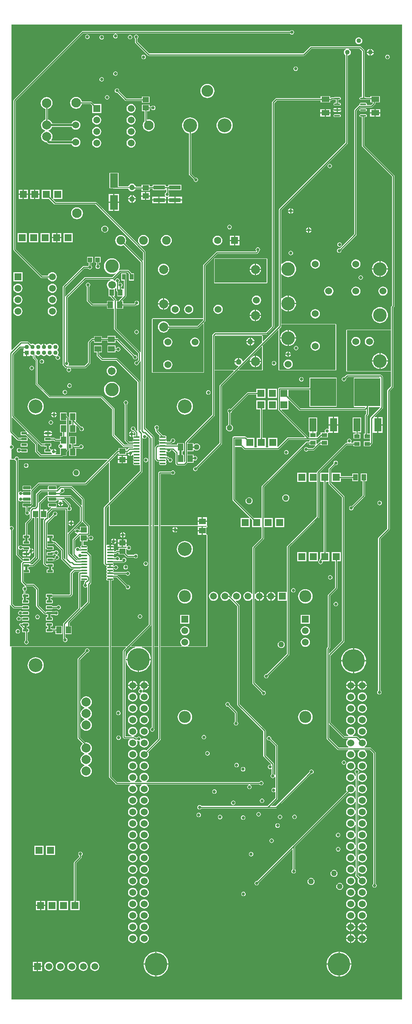
<source format=gbr>
G04 Layer_Physical_Order=1*
G04 Layer_Color=255*
%FSLAX26Y26*%
%MOIN*%
%TF.FileFunction,Copper,L1,Top,Signal*%
%TF.Part,Single*%
G01*
G75*
%TA.AperFunction,SMDPad,CuDef*%
%ADD10R,0.041339X0.055118*%
%TA.AperFunction,TestPad*%
%ADD11R,0.041339X0.055118*%
%TA.AperFunction,SMDPad,CuDef*%
%ADD12R,0.057087X0.045276*%
%ADD13R,0.059055X0.049213*%
%ADD14R,0.049213X0.059055*%
%ADD15R,0.045276X0.057087*%
%ADD16R,0.033465X0.051181*%
G04:AMPARAMS|DCode=17|XSize=25.591mil|YSize=64.961mil|CornerRadius=1.919mil|HoleSize=0mil|Usage=FLASHONLY|Rotation=90.000|XOffset=0mil|YOffset=0mil|HoleType=Round|Shape=RoundedRectangle|*
%AMROUNDEDRECTD17*
21,1,0.025591,0.061122,0,0,90.0*
21,1,0.021752,0.064961,0,0,90.0*
1,1,0.003839,0.030561,0.010876*
1,1,0.003839,0.030561,-0.010876*
1,1,0.003839,-0.030561,-0.010876*
1,1,0.003839,-0.030561,0.010876*
%
%ADD17ROUNDEDRECTD17*%
G04:AMPARAMS|DCode=18|XSize=21.654mil|YSize=49.213mil|CornerRadius=1.949mil|HoleSize=0mil|Usage=FLASHONLY|Rotation=270.000|XOffset=0mil|YOffset=0mil|HoleType=Round|Shape=RoundedRectangle|*
%AMROUNDEDRECTD18*
21,1,0.021654,0.045315,0,0,270.0*
21,1,0.017756,0.049213,0,0,270.0*
1,1,0.003898,-0.022657,-0.008878*
1,1,0.003898,-0.022657,0.008878*
1,1,0.003898,0.022657,0.008878*
1,1,0.003898,0.022657,-0.008878*
%
%ADD18ROUNDEDRECTD18*%
%ADD19R,0.102362X0.037402*%
%ADD20R,0.070866X0.045276*%
%ADD21R,0.051181X0.033465*%
%ADD22R,0.062992X0.118110*%
%ADD23R,0.228346X0.244095*%
%ADD24R,0.039370X0.039370*%
%ADD25R,0.070000X0.125000*%
%ADD26O,0.055118X0.013780*%
%TA.AperFunction,Conductor*%
%ADD27C,0.010000*%
%ADD28C,0.008000*%
%ADD29C,0.019685*%
%TA.AperFunction,ComponentPad*%
%ADD30C,0.082677*%
%ADD31R,0.060000X0.060000*%
%ADD32C,0.078740*%
%ADD33C,0.059055*%
%ADD34R,0.059055X0.059055*%
%ADD35R,0.059055X0.059055*%
%TA.AperFunction,ViaPad*%
%ADD36C,0.105000*%
%ADD37C,0.120000*%
%ADD38C,0.196850*%
%TA.AperFunction,ComponentPad*%
%ADD39C,0.074803*%
%ADD40R,0.062992X0.062992*%
%ADD41C,0.062992*%
%TA.AperFunction,ViaPad*%
%ADD42C,0.060000*%
%TA.AperFunction,ComponentPad*%
%ADD43C,0.047244*%
%ADD44C,0.118110*%
%ADD45C,0.060000*%
%ADD46C,0.120000*%
%ADD47C,0.102000*%
%ADD48C,0.040000*%
%ADD49C,0.078740*%
%ADD50C,0.067000*%
%ADD51C,0.117000*%
%ADD52C,0.037000*%
%ADD53R,0.037000X0.037000*%
%TA.AperFunction,ViaPad*%
%ADD54C,0.050000*%
%ADD55C,0.027559*%
G36*
X301994Y4855586D02*
X305302Y4853376D01*
X309204Y4852600D01*
X336418Y4852600D01*
X336695Y4851207D01*
X338231Y4848908D01*
X340529Y4847373D01*
X343240Y4846833D01*
X350765Y4846833D01*
X350765Y4828759D01*
X343240Y4828759D01*
X340529Y4828220D01*
X338231Y4826684D01*
X336695Y4824385D01*
X336156Y4821674D01*
X336156Y4803918D01*
X336695Y4801207D01*
X338231Y4798908D01*
X340529Y4797373D01*
X343240Y4796833D01*
X388555Y4796833D01*
X391267Y4797373D01*
X395125Y4793937D01*
X399856Y4786856D01*
X400844Y4786196D01*
X399327Y4781196D01*
X307223Y4781196D01*
X276196Y4812223D01*
X276196Y4869796D01*
X275420Y4873698D01*
X273210Y4877006D01*
X192184Y4958031D01*
X192233Y4958276D01*
X197659Y4959922D01*
X301994Y4855586D01*
X301994Y4855586D02*
G37*
G36*
X1270804Y3112205D02*
X1091527Y3112205D01*
X1089613Y3116824D01*
X1262580Y3289790D01*
X1264790Y3293098D01*
X1265566Y3297000D01*
X1265566Y4157480D01*
X1270804Y4157480D01*
X1270804Y3112205D01*
X1270804Y3112205D02*
G37*
G36*
X1270804Y4924194D02*
X1270804Y4162892D01*
X1265566Y4162892D01*
X1265566Y4921504D01*
X1270566Y4924337D01*
X1270804Y4924194D01*
X1270804Y4924194D02*
G37*
G36*
X155727Y5700195D02*
X157359Y5698068D01*
X154894Y5693068D01*
X152122Y5693068D01*
X152122Y5669568D01*
X180622Y5669568D01*
X180622Y5664568D01*
X185622Y5664568D01*
X185622Y5636068D01*
X209122Y5636068D01*
X209122Y5638840D01*
X214122Y5641305D01*
X216249Y5639673D01*
X223182Y5636802D01*
X230622Y5635822D01*
X232686Y5636094D01*
X236446Y5632797D01*
X236446Y5622246D01*
X237144Y5618734D01*
X239133Y5615757D01*
X257312Y5597579D01*
X257312Y5394510D01*
X258010Y5390998D01*
X259999Y5388021D01*
X374986Y5273039D01*
X377962Y5271050D01*
X381474Y5270352D01*
X829617Y5270352D01*
X926604Y5173365D01*
X926604Y4948818D01*
X927302Y4945306D01*
X929291Y4942329D01*
X1023581Y4848039D01*
X1026558Y4846050D01*
X1030070Y4845352D01*
X1108288Y4845352D01*
X1110387Y4840878D01*
X1109142Y4839134D01*
X1077308Y4839134D01*
X1073406Y4838358D01*
X1070098Y4836148D01*
X1053911Y4819961D01*
X1048911Y4822032D01*
X1048911Y4834072D01*
X981825Y4834072D01*
X981825Y4816630D01*
X977000Y4816630D01*
X973098Y4815854D01*
X969790Y4813644D01*
X892724Y4736577D01*
X887692Y4738079D01*
X886698Y4738491D01*
X885937Y4739252D01*
X884860Y4739252D01*
X883866Y4739664D01*
X115435Y4739664D01*
X113517Y4742000D01*
X112060Y4749327D01*
X107909Y4755539D01*
X101697Y4759690D01*
X94370Y4761147D01*
X87043Y4759690D01*
X80831Y4755539D01*
X76680Y4749327D01*
X75223Y4742000D01*
X73305Y4739664D01*
X50457Y4739664D01*
X50457Y4825142D01*
X56327Y4826310D01*
X62539Y4830461D01*
X66690Y4836673D01*
X68147Y4844000D01*
X66690Y4851327D01*
X62539Y4857539D01*
X56327Y4861690D01*
X50457Y4862858D01*
X50457Y4946387D01*
X55076Y4948301D01*
X97790Y4905586D01*
X101098Y4903376D01*
X105000Y4902600D01*
X129724Y4902600D01*
X130001Y4901207D01*
X131537Y4898908D01*
X133835Y4897373D01*
X136547Y4896833D01*
X181862Y4896833D01*
X184573Y4897373D01*
X186871Y4898908D01*
X188407Y4901207D01*
X188946Y4903918D01*
X188946Y4921674D01*
X188407Y4924385D01*
X186871Y4926684D01*
X184573Y4928220D01*
X181862Y4928759D01*
X136547Y4928759D01*
X133835Y4928220D01*
X131537Y4926684D01*
X130001Y4924385D01*
X129724Y4922992D01*
X109223Y4922992D01*
X51818Y4980397D01*
X51818Y5099230D01*
X56437Y5101144D01*
X174203Y4983378D01*
X172289Y4978759D01*
X136547Y4978759D01*
X133835Y4978220D01*
X131537Y4976684D01*
X130001Y4974385D01*
X129462Y4971674D01*
X129462Y4953918D01*
X130001Y4951207D01*
X131537Y4948908D01*
X133835Y4947373D01*
X136547Y4946833D01*
X174544Y4946833D01*
X255804Y4865573D01*
X255804Y4808000D01*
X256580Y4804098D01*
X258790Y4800790D01*
X295790Y4763790D01*
X299098Y4761580D01*
X303000Y4760804D01*
X485000Y4760804D01*
X488902Y4761580D01*
X492210Y4763790D01*
X495074Y4766654D01*
X530346Y4766654D01*
X530346Y4801927D01*
X543210Y4814790D01*
X545420Y4818098D01*
X546196Y4822000D01*
X546196Y5100268D01*
X545420Y5104170D01*
X543210Y5107478D01*
X535210Y5115478D01*
X531902Y5117688D01*
X530346Y5117997D01*
X530346Y5142796D01*
X471134Y5142796D01*
X471134Y5073740D01*
X525804Y5073740D01*
X525804Y5040434D01*
X471134Y5040434D01*
X471134Y4971378D01*
X490544Y4971378D01*
X490544Y4938072D01*
X471134Y4938072D01*
X471134Y4913740D01*
X434049Y4913740D01*
X427784Y4920006D01*
X424476Y4922216D01*
X420574Y4922992D01*
X395378Y4922992D01*
X395101Y4924385D01*
X393565Y4926684D01*
X391267Y4928220D01*
X388555Y4928759D01*
X343240Y4928759D01*
X340529Y4928220D01*
X338231Y4926684D01*
X336695Y4924385D01*
X336156Y4921674D01*
X336156Y4903918D01*
X336695Y4901207D01*
X338231Y4898908D01*
X340529Y4897373D01*
X343240Y4896833D01*
X388555Y4896833D01*
X391267Y4897373D01*
X393565Y4898908D01*
X395101Y4901207D01*
X395378Y4902600D01*
X416351Y4902600D01*
X422616Y4896334D01*
X425924Y4894124D01*
X429826Y4893348D01*
X471134Y4893348D01*
X471134Y4869017D01*
X471134Y4869017D01*
X470528Y4868835D01*
X470043Y4868690D01*
X467088Y4866716D01*
X467087Y4866715D01*
X466949Y4866623D01*
X463831Y4864539D01*
X459680Y4858327D01*
X458223Y4851000D01*
X459680Y4843673D01*
X463831Y4837461D01*
X470043Y4833310D01*
X471134Y4833093D01*
X471134Y4781196D01*
X434673Y4781196D01*
X433156Y4786196D01*
X434144Y4786856D01*
X439400Y4794722D01*
X440251Y4799000D01*
X417000Y4799000D01*
X417000Y4804000D01*
X412000Y4804000D01*
X412000Y4827251D01*
X407722Y4826400D01*
X400640Y4821668D01*
X399497Y4821670D01*
X397763Y4822155D01*
X395309Y4823339D01*
X395101Y4824385D01*
X393565Y4826684D01*
X391267Y4828220D01*
X388555Y4828759D01*
X381031Y4828759D01*
X381031Y4846833D01*
X388555Y4846833D01*
X391267Y4847373D01*
X393565Y4848908D01*
X395101Y4851207D01*
X395640Y4853918D01*
X395640Y4871674D01*
X395101Y4874385D01*
X393565Y4876684D01*
X391267Y4878220D01*
X388555Y4878759D01*
X343240Y4878759D01*
X340529Y4878220D01*
X338231Y4876684D01*
X336695Y4874385D01*
X336418Y4872992D01*
X313427Y4872992D01*
X67818Y5118601D01*
X67818Y5647345D01*
X124845Y5704370D01*
X153998Y5704370D01*
X155727Y5700195D01*
X155727Y5700195D02*
G37*
G36*
X900346Y4332394D02*
X900346Y4157480D01*
X1245174Y4157480D01*
X1245174Y3301223D01*
X1056155Y3112205D01*
X918196Y3112205D01*
X918196Y3683743D01*
X927905Y3683743D01*
X932544Y3684666D01*
X936477Y3687294D01*
X939105Y3691227D01*
X940028Y3695866D01*
X939105Y3700505D01*
X936477Y3704438D01*
X937100Y3710035D01*
X938118Y3711260D01*
X964777Y3711260D01*
X1045093Y3630944D01*
X1044309Y3627000D01*
X1045766Y3619673D01*
X1049917Y3613461D01*
X1056129Y3609310D01*
X1063456Y3607853D01*
X1070783Y3609310D01*
X1076995Y3613461D01*
X1081146Y3619673D01*
X1082603Y3627000D01*
X1081146Y3634327D01*
X1076995Y3640539D01*
X1070783Y3644690D01*
X1063456Y3646147D01*
X1059512Y3645363D01*
X976210Y3728666D01*
X972902Y3730876D01*
X969000Y3731652D01*
X940673Y3731652D01*
X939202Y3734194D01*
X940735Y3736850D01*
X1044057Y3736850D01*
X1044074Y3736767D01*
X1048225Y3730555D01*
X1054437Y3726404D01*
X1061764Y3724947D01*
X1069091Y3726404D01*
X1075303Y3730555D01*
X1079454Y3736767D01*
X1080911Y3744094D01*
X1079454Y3751421D01*
X1075303Y3757633D01*
X1069091Y3761784D01*
X1061764Y3763241D01*
X1054437Y3761784D01*
X1048225Y3757633D01*
X1047963Y3757242D01*
X938133Y3757242D01*
X937107Y3758473D01*
X936477Y3764066D01*
X939105Y3767999D01*
X940028Y3772638D01*
X939105Y3777277D01*
X936477Y3781210D01*
X937100Y3786807D01*
X937970Y3787854D01*
X942856Y3787716D01*
X944879Y3784689D01*
X951091Y3780538D01*
X958418Y3779081D01*
X965745Y3780538D01*
X971957Y3784689D01*
X976108Y3790901D01*
X977565Y3798228D01*
X976108Y3805555D01*
X971957Y3811767D01*
X965745Y3815918D01*
X958418Y3817375D01*
X951091Y3815918D01*
X944879Y3811767D01*
X942856Y3808740D01*
X937970Y3808602D01*
X937100Y3809649D01*
X936477Y3815246D01*
X939105Y3819179D01*
X940028Y3823818D01*
X939105Y3828457D01*
X936477Y3832390D01*
X937096Y3837990D01*
X938110Y3839212D01*
X1027574Y3839212D01*
X1031476Y3839988D01*
X1034784Y3842198D01*
X1036976Y3844391D01*
X1037595Y3844514D01*
X1043807Y3848665D01*
X1047958Y3854877D01*
X1049415Y3862204D01*
X1047958Y3869531D01*
X1043807Y3875743D01*
X1037595Y3879894D01*
X1030268Y3881351D01*
X1022941Y3879894D01*
X1016729Y3875743D01*
X1012578Y3869531D01*
X1011121Y3862204D01*
X1008987Y3859604D01*
X991312Y3859604D01*
X988639Y3864604D01*
X990690Y3867673D01*
X992147Y3875000D01*
X990690Y3882327D01*
X986539Y3888539D01*
X980327Y3892690D01*
X973000Y3894147D01*
X965673Y3892690D01*
X959461Y3888539D01*
X957227Y3885196D01*
X943582Y3885196D01*
X941273Y3890196D01*
X943815Y3894000D01*
X944131Y3895590D01*
X907236Y3895590D01*
X907236Y3905590D01*
X944131Y3905590D01*
X943815Y3907180D01*
X941273Y3910984D01*
X943582Y3915984D01*
X955204Y3915984D01*
X959106Y3916760D01*
X962414Y3918970D01*
X972223Y3928780D01*
X980975Y3928780D01*
X980975Y3911338D01*
X1027613Y3911338D01*
X1050160Y3888790D01*
X1053468Y3886580D01*
X1057370Y3885804D01*
X1115597Y3885804D01*
X1117831Y3882461D01*
X1124043Y3878310D01*
X1131370Y3876853D01*
X1138697Y3878310D01*
X1144909Y3882461D01*
X1149060Y3888673D01*
X1150517Y3896000D01*
X1149060Y3903327D01*
X1144909Y3909539D01*
X1138697Y3913690D01*
X1131370Y3915147D01*
X1124043Y3913690D01*
X1117831Y3909539D01*
X1115597Y3906196D01*
X1061593Y3906196D01*
X1048061Y3919728D01*
X1048061Y3960431D01*
X1053061Y3960923D01*
X1053310Y3959673D01*
X1057461Y3953461D01*
X1063673Y3949310D01*
X1071000Y3947853D01*
X1078327Y3949310D01*
X1084539Y3953461D01*
X1088690Y3959673D01*
X1090147Y3967000D01*
X1088690Y3974327D01*
X1084539Y3980539D01*
X1078327Y3984690D01*
X1071000Y3986147D01*
X1063673Y3984690D01*
X1058061Y3980941D01*
X1055480Y3981627D01*
X1053061Y3982955D01*
X1053061Y4004841D01*
X1019518Y4004841D01*
X1019518Y3977204D01*
X1049219Y3977204D01*
X1050053Y3976617D01*
X1052158Y3973341D01*
X1050822Y3968015D01*
X1048249Y3966709D01*
X1047066Y3966614D01*
X980975Y3966614D01*
X980975Y3949172D01*
X968000Y3949172D01*
X964098Y3948396D01*
X960790Y3946186D01*
X950981Y3936376D01*
X943579Y3936376D01*
X941272Y3941376D01*
X943815Y3945182D01*
X944131Y3946772D01*
X907236Y3946772D01*
X907236Y3956772D01*
X944131Y3956772D01*
X943815Y3958362D01*
X940082Y3963949D01*
X940082Y3965185D01*
X943815Y3970772D01*
X944131Y3972362D01*
X907236Y3972362D01*
X907236Y3977362D01*
X902236Y3977362D01*
X902236Y3994583D01*
X886567Y3994583D01*
X879977Y3993272D01*
X879196Y3992750D01*
X874196Y3995423D01*
X874196Y4312777D01*
X895727Y4334308D01*
X900346Y4332394D01*
X900346Y4332394D02*
G37*
G36*
X1058108Y4795000D02*
X1084370Y4795000D01*
X1084370Y4790000D01*
X1089370Y4790000D01*
X1089370Y4766749D01*
X1093648Y4767600D01*
X1101514Y4772856D01*
X1103113Y4775249D01*
X1108421Y4774193D01*
X1108635Y4773117D01*
X1111263Y4769184D01*
X1113426Y4767739D01*
X1113443Y4767696D01*
X1113443Y4762226D01*
X1113426Y4762183D01*
X1111263Y4760738D01*
X1108635Y4756805D01*
X1107712Y4752166D01*
X1108635Y4747527D01*
X1111263Y4743594D01*
X1113427Y4742148D01*
X1113445Y4742102D01*
X1113445Y4736637D01*
X1113427Y4736592D01*
X1111263Y4735146D01*
X1108635Y4731213D01*
X1107712Y4726574D01*
X1108635Y4721935D01*
X1111263Y4718002D01*
X1113426Y4716557D01*
X1113443Y4716514D01*
X1113443Y4711044D01*
X1113426Y4711001D01*
X1111263Y4709556D01*
X1108635Y4705623D01*
X1107712Y4700984D01*
X1108635Y4696345D01*
X1111263Y4692412D01*
X1115196Y4689784D01*
X1119835Y4688861D01*
X1161173Y4688861D01*
X1163804Y4689385D01*
X1168804Y4686227D01*
X1168804Y4636223D01*
X910378Y4377797D01*
X905759Y4379711D01*
X905759Y4708828D01*
X905347Y4709823D01*
X905347Y4710900D01*
X904586Y4711661D01*
X904174Y4712655D01*
X902672Y4717687D01*
X976825Y4791840D01*
X981825Y4789768D01*
X981825Y4778796D01*
X1048911Y4778796D01*
X1048911Y4796238D01*
X1054804Y4796238D01*
X1056328Y4796541D01*
X1058108Y4795000D01*
X1058108Y4795000D02*
G37*
G36*
X1329504Y3112205D02*
X1291196Y3112205D01*
X1291196Y4157480D01*
X1329504Y4157480D01*
X1329504Y3112205D01*
X1329504Y3112205D02*
G37*
G36*
X282804Y3875971D02*
X232777Y3825944D01*
X214195Y3825944D01*
X213703Y3830944D01*
X216902Y3831580D01*
X220210Y3833790D01*
X265824Y3879404D01*
X268034Y3882712D01*
X268810Y3886614D01*
X268810Y4228271D01*
X282804Y4228271D01*
X282804Y3875971D01*
X282804Y3875971D02*
G37*
G36*
X704929Y4156652D02*
X702858Y4151652D01*
X646331Y4151652D01*
X646331Y4124196D01*
X639143Y4124196D01*
X636909Y4127539D01*
X630697Y4131690D01*
X623370Y4133147D01*
X616043Y4131690D01*
X609831Y4127539D01*
X608508Y4125560D01*
X603767Y4125575D01*
X602799Y4130380D01*
X663210Y4190790D01*
X663414Y4191096D01*
X669691Y4191890D01*
X704929Y4156652D01*
X704929Y4156652D02*
G37*
G36*
X600524Y4121033D02*
X600119Y4119000D01*
X623370Y4119000D01*
X623370Y4109000D01*
X600119Y4109000D01*
X600970Y4104722D01*
X606226Y4096856D01*
X614092Y4091600D01*
X621614Y4090104D01*
X623689Y4085108D01*
X585790Y4047210D01*
X583580Y4043902D01*
X582804Y4040000D01*
X582804Y3912000D01*
X583580Y3908098D01*
X585790Y3904790D01*
X622790Y3867790D01*
X626098Y3865580D01*
X630000Y3864804D01*
X647365Y3864804D01*
X648897Y3862147D01*
X647426Y3859604D01*
X616223Y3859604D01*
X557196Y3918631D01*
X557196Y4084777D01*
X595916Y4123496D01*
X600524Y4121033D01*
X600524Y4121033D02*
G37*
G36*
X115153Y4376225D02*
X121365Y4372074D01*
X128692Y4370617D01*
X136019Y4372074D01*
X140306Y4374939D01*
X140414Y4374978D01*
X146294Y4374291D01*
X148583Y4372762D01*
X151283Y4372225D01*
X212405Y4372225D01*
X216562Y4368180D01*
X216562Y4362132D01*
X212405Y4358087D01*
X151283Y4358087D01*
X148583Y4357550D01*
X146294Y4356021D01*
X144765Y4353732D01*
X144228Y4351032D01*
X144228Y4329280D01*
X144765Y4326580D01*
X146294Y4324291D01*
X148583Y4322762D01*
X151283Y4322225D01*
X171648Y4322225D01*
X171648Y4282769D01*
X168680Y4278327D01*
X167223Y4271000D01*
X168680Y4263673D01*
X172831Y4257461D01*
X179043Y4253310D01*
X186370Y4251853D01*
X193697Y4253310D01*
X199909Y4257461D01*
X202804Y4261793D01*
X207804Y4260276D01*
X207804Y4224223D01*
X171878Y4188298D01*
X169668Y4184990D01*
X168892Y4181088D01*
X168892Y4081711D01*
X156430Y4081711D01*
X153719Y4081171D01*
X151421Y4079636D01*
X149885Y4077337D01*
X149346Y4074626D01*
X149346Y4056870D01*
X149885Y4054159D01*
X151421Y4051860D01*
X153719Y4050325D01*
X156430Y4049785D01*
X163955Y4049785D01*
X163955Y4031711D01*
X156430Y4031711D01*
X153719Y4031171D01*
X151421Y4029636D01*
X149885Y4027337D01*
X149346Y4024626D01*
X149346Y4006870D01*
X149885Y4004159D01*
X151421Y4001860D01*
X153719Y4000325D01*
X156430Y3999785D01*
X201745Y3999785D01*
X204457Y4000325D01*
X206755Y4001860D01*
X208291Y4004159D01*
X208830Y4006870D01*
X208830Y4024626D01*
X208291Y4027337D01*
X206755Y4029636D01*
X204457Y4031171D01*
X201745Y4031711D01*
X194221Y4031711D01*
X194221Y4049785D01*
X201745Y4049785D01*
X204457Y4050325D01*
X206755Y4051860D01*
X208291Y4054159D01*
X208830Y4056870D01*
X208830Y4074626D01*
X208291Y4077337D01*
X206755Y4079636D01*
X204457Y4081171D01*
X201745Y4081711D01*
X189284Y4081711D01*
X189284Y4176865D01*
X225210Y4212790D01*
X227420Y4216098D01*
X228196Y4220000D01*
X228196Y4224422D01*
X230976Y4228271D01*
X248418Y4228271D01*
X248418Y3890837D01*
X213691Y3856111D01*
X212512Y3856295D01*
X208830Y3858321D01*
X208830Y3874626D01*
X208291Y3877337D01*
X206755Y3879636D01*
X204457Y3881171D01*
X201745Y3881711D01*
X156430Y3881711D01*
X153719Y3881171D01*
X151421Y3879636D01*
X145614Y3878743D01*
X145331Y3878836D01*
X108196Y3915971D01*
X108196Y3958887D01*
X113196Y3960404D01*
X115831Y3956461D01*
X122043Y3952310D01*
X129370Y3950853D01*
X136697Y3952310D01*
X142909Y3956461D01*
X144346Y3958610D01*
X149346Y3957252D01*
X149346Y3956870D01*
X149885Y3954159D01*
X151421Y3951860D01*
X153719Y3950325D01*
X156430Y3949785D01*
X192412Y3949785D01*
X195584Y3945920D01*
X194755Y3941748D01*
X194968Y3940674D01*
X191796Y3936809D01*
X184088Y3936809D01*
X184088Y3915748D01*
X184088Y3894687D01*
X201745Y3894687D01*
X206408Y3895615D01*
X210360Y3898256D01*
X213001Y3902208D01*
X213928Y3906870D01*
X213928Y3914571D01*
X214000Y3914629D01*
X214000Y3941748D01*
X214000Y3964999D01*
X213831Y3964965D01*
X208830Y3969068D01*
X208830Y3974626D01*
X208291Y3977337D01*
X206755Y3979636D01*
X204457Y3981171D01*
X201745Y3981711D01*
X156430Y3981711D01*
X153719Y3981171D01*
X152259Y3980196D01*
X145143Y3980196D01*
X142909Y3983539D01*
X136697Y3987690D01*
X129370Y3989147D01*
X122043Y3987690D01*
X115831Y3983539D01*
X113196Y3979596D01*
X108196Y3981113D01*
X108196Y4377636D01*
X113196Y4379153D01*
X115153Y4376225D01*
X115153Y4376225D02*
G37*
G36*
X1749700Y4150748D02*
X1716372Y4150748D01*
X1716372Y4116142D01*
X1716372Y4081536D01*
X1749700Y4081536D01*
X1749700Y3112205D01*
X1587831Y3112205D01*
X1586224Y3116939D01*
X1587891Y3118219D01*
X1594227Y3126476D01*
X1598210Y3136091D01*
X1599569Y3146410D01*
X1598210Y3156729D01*
X1594227Y3166344D01*
X1587891Y3174601D01*
X1579634Y3180937D01*
X1570019Y3184920D01*
X1559700Y3186279D01*
X1549381Y3184920D01*
X1539766Y3180937D01*
X1531509Y3174601D01*
X1525173Y3166344D01*
X1521190Y3156729D01*
X1519831Y3146410D01*
X1521190Y3136091D01*
X1525173Y3126476D01*
X1531509Y3118219D01*
X1533176Y3116939D01*
X1531569Y3112205D01*
X1349896Y3112205D01*
X1349896Y4157480D01*
X1749700Y4157480D01*
X1749700Y4150748D01*
X1749700Y4150748D02*
G37*
G36*
X1245174Y4922407D02*
X1245174Y4162892D01*
X905758Y4162892D01*
X905759Y4332394D01*
X905347Y4333389D01*
X905347Y4334466D01*
X904585Y4335227D01*
X904173Y4336221D01*
X903287Y4339192D01*
X903405Y4341986D01*
X1186210Y4624790D01*
X1188420Y4628098D01*
X1189196Y4632000D01*
X1189196Y4920397D01*
X1192334Y4921794D01*
X1194196Y4922217D01*
X1200043Y4918310D01*
X1207370Y4916853D01*
X1214697Y4918310D01*
X1220909Y4922461D01*
X1225060Y4928673D01*
X1226184Y4934325D01*
X1231140Y4936441D01*
X1245174Y4922407D01*
X1245174Y4922407D02*
G37*
G36*
X3453633Y8518928D02*
X3453634Y39779D01*
X50457Y39779D01*
X50457Y3106793D01*
X897804Y3106793D01*
X897804Y1978000D01*
X898580Y1974098D01*
X900790Y1970790D01*
X956790Y1914790D01*
X960098Y1912580D01*
X964000Y1911804D01*
X1083730Y1911804D01*
X1085068Y1907298D01*
X1085020Y1906804D01*
X1076842Y1900528D01*
X1070430Y1892173D01*
X1066399Y1882442D01*
X1065025Y1872000D01*
X1066399Y1861558D01*
X1070430Y1851827D01*
X1076842Y1843472D01*
X1085197Y1837060D01*
X1094928Y1833030D01*
X1105370Y1831655D01*
X1115812Y1833030D01*
X1125543Y1837060D01*
X1133898Y1843472D01*
X1140310Y1851827D01*
X1144341Y1861558D01*
X1145715Y1872000D01*
X1144341Y1882442D01*
X1140310Y1892173D01*
X1133898Y1900528D01*
X1125720Y1906804D01*
X1125672Y1907298D01*
X1127010Y1911804D01*
X1183730Y1911804D01*
X1185068Y1907298D01*
X1185020Y1906804D01*
X1176842Y1900528D01*
X1170430Y1892173D01*
X1166399Y1882442D01*
X1165025Y1872000D01*
X1166399Y1861558D01*
X1170430Y1851827D01*
X1176842Y1843472D01*
X1185197Y1837060D01*
X1194928Y1833030D01*
X1205370Y1831655D01*
X1215812Y1833030D01*
X1225543Y1837060D01*
X1233898Y1843472D01*
X1240310Y1851827D01*
X1244341Y1861558D01*
X1245715Y1872000D01*
X1244341Y1882442D01*
X1240310Y1892173D01*
X1233898Y1900528D01*
X1225720Y1906804D01*
X1225672Y1907298D01*
X1227010Y1911804D01*
X2115964Y1911804D01*
X2116457Y1906804D01*
X2114737Y1906462D01*
X2108525Y1902311D01*
X2104374Y1896099D01*
X2102917Y1888772D01*
X2104374Y1881445D01*
X2108525Y1875233D01*
X2114737Y1871082D01*
X2122064Y1869625D01*
X2129391Y1871082D01*
X2135603Y1875233D01*
X2139754Y1881445D01*
X2141211Y1888772D01*
X2139754Y1896099D01*
X2135603Y1902311D01*
X2129391Y1906462D01*
X2127671Y1906804D01*
X2128164Y1911804D01*
X2210227Y1911804D01*
X2212461Y1908461D01*
X2218673Y1904310D01*
X2226000Y1902853D01*
X2233327Y1904310D01*
X2239539Y1908461D01*
X2243690Y1914673D01*
X2245147Y1922000D01*
X2243690Y1929327D01*
X2239539Y1935539D01*
X2233327Y1939690D01*
X2226000Y1941147D01*
X2218673Y1939690D01*
X2212461Y1935539D01*
X2210227Y1932196D01*
X1227010Y1932196D01*
X1225672Y1936702D01*
X1225720Y1937196D01*
X1233898Y1943472D01*
X1240310Y1951827D01*
X1244341Y1961558D01*
X1245715Y1972000D01*
X1244341Y1982442D01*
X1240310Y1992173D01*
X1233898Y2000528D01*
X1225543Y2006940D01*
X1215812Y2010970D01*
X1205370Y2012345D01*
X1194928Y2010970D01*
X1185197Y2006940D01*
X1176842Y2000528D01*
X1170430Y1992173D01*
X1166399Y1982442D01*
X1165025Y1972000D01*
X1166399Y1961558D01*
X1170430Y1951827D01*
X1176842Y1943472D01*
X1185020Y1937196D01*
X1185068Y1936702D01*
X1183730Y1932196D01*
X1127010Y1932196D01*
X1125672Y1936702D01*
X1125720Y1937196D01*
X1133898Y1943472D01*
X1140310Y1951827D01*
X1144341Y1961558D01*
X1145715Y1972000D01*
X1144341Y1982442D01*
X1140310Y1992173D01*
X1133898Y2000528D01*
X1125543Y2006940D01*
X1115812Y2010970D01*
X1105370Y2012345D01*
X1094928Y2010970D01*
X1085197Y2006940D01*
X1076842Y2000528D01*
X1070430Y1992173D01*
X1066399Y1982442D01*
X1065025Y1972000D01*
X1066399Y1961558D01*
X1070430Y1951827D01*
X1076842Y1943472D01*
X1085020Y1937196D01*
X1085068Y1936702D01*
X1083730Y1932196D01*
X968223Y1932196D01*
X918196Y1982223D01*
X918196Y3106793D01*
X1044210Y3106793D01*
X1046124Y3102173D01*
X1023160Y3079210D01*
X1020950Y3075902D01*
X1020174Y3072000D01*
X1020174Y2322000D01*
X1020950Y2318098D01*
X1023160Y2314790D01*
X1027730Y2310220D01*
X1031038Y2308010D01*
X1034940Y2307234D01*
X1077367Y2307234D01*
X1079064Y2302234D01*
X1076842Y2300528D01*
X1070430Y2292173D01*
X1066399Y2282442D01*
X1065025Y2272000D01*
X1066399Y2261558D01*
X1070430Y2251827D01*
X1076842Y2243472D01*
X1085197Y2237060D01*
X1094928Y2233030D01*
X1105370Y2231655D01*
X1115812Y2233030D01*
X1125543Y2237060D01*
X1133898Y2243472D01*
X1140310Y2251827D01*
X1144341Y2261558D01*
X1145715Y2272000D01*
X1144341Y2282442D01*
X1141928Y2288266D01*
X1145177Y2293490D01*
X1146388Y2293569D01*
X1146461Y2293461D01*
X1152673Y2289310D01*
X1160000Y2287853D01*
X1163518Y2288552D01*
X1167115Y2284170D01*
X1166399Y2282442D01*
X1165025Y2272000D01*
X1166399Y2261558D01*
X1170430Y2251827D01*
X1176842Y2243472D01*
X1185197Y2237060D01*
X1194928Y2233030D01*
X1205370Y2231655D01*
X1215812Y2233030D01*
X1225543Y2237060D01*
X1233898Y2243472D01*
X1240310Y2251827D01*
X1244341Y2261558D01*
X1245715Y2272000D01*
X1244341Y2282442D01*
X1240310Y2292173D01*
X1233898Y2300528D01*
X1225543Y2306940D01*
X1215812Y2310970D01*
X1205370Y2312345D01*
X1194928Y2310970D01*
X1185197Y2306940D01*
X1183602Y2305716D01*
X1178871Y2308388D01*
X1177690Y2314327D01*
X1173539Y2320539D01*
X1167327Y2324690D01*
X1160000Y2326147D01*
X1152673Y2324690D01*
X1146461Y2320539D01*
X1144227Y2317196D01*
X1131161Y2317196D01*
X1123718Y2324640D01*
X1120410Y2326850D01*
X1116508Y2327626D01*
X1113074Y2327626D01*
X1112746Y2332626D01*
X1115812Y2333030D01*
X1125543Y2337060D01*
X1133898Y2343472D01*
X1140310Y2351827D01*
X1144341Y2361558D01*
X1145715Y2372000D01*
X1144341Y2382442D01*
X1140310Y2392173D01*
X1133898Y2400528D01*
X1125543Y2406940D01*
X1115812Y2410970D01*
X1105370Y2412345D01*
X1094928Y2410970D01*
X1085197Y2406940D01*
X1076842Y2400528D01*
X1070430Y2392173D01*
X1066399Y2382442D01*
X1065025Y2372000D01*
X1066399Y2361558D01*
X1070430Y2351827D01*
X1076842Y2343472D01*
X1085197Y2337060D01*
X1094928Y2333030D01*
X1097994Y2332626D01*
X1097666Y2327626D01*
X1040566Y2327626D01*
X1040566Y3067777D01*
X1082668Y3109879D01*
X1087700Y3108378D01*
X1088695Y3107966D01*
X1089456Y3107204D01*
X1090532Y3107204D01*
X1091527Y3106793D01*
X1126814Y3106793D01*
X1127406Y3101793D01*
X1121761Y3100437D01*
X1105994Y3093906D01*
X1091442Y3084989D01*
X1078465Y3073905D01*
X1067381Y3060928D01*
X1058464Y3046376D01*
X1051933Y3030609D01*
X1047948Y3014014D01*
X1047003Y3002000D01*
X1155370Y3002000D01*
X1263737Y3002000D01*
X1262792Y3014014D01*
X1258807Y3030609D01*
X1252276Y3046376D01*
X1243359Y3060928D01*
X1232275Y3073905D01*
X1219298Y3084989D01*
X1204746Y3093906D01*
X1188979Y3100437D01*
X1183334Y3101793D01*
X1183926Y3106793D01*
X1270804Y3106793D01*
X1270804Y2406283D01*
X1267821Y2405690D01*
X1261609Y2401539D01*
X1257458Y2395327D01*
X1256001Y2388000D01*
X1257458Y2380673D01*
X1261609Y2374461D01*
X1267821Y2370310D01*
X1275148Y2368853D01*
X1282475Y2370310D01*
X1288687Y2374461D01*
X1292838Y2380673D01*
X1294295Y2388000D01*
X1292838Y2395327D01*
X1291196Y2397785D01*
X1291196Y3106793D01*
X1329504Y3106793D01*
X1329504Y2310505D01*
X1225767Y2206768D01*
X1225543Y2206940D01*
X1215812Y2210970D01*
X1205370Y2212345D01*
X1194928Y2210970D01*
X1185197Y2206940D01*
X1176842Y2200528D01*
X1170430Y2192173D01*
X1166399Y2182442D01*
X1165025Y2172000D01*
X1166399Y2161558D01*
X1170430Y2151827D01*
X1176842Y2143472D01*
X1185197Y2137060D01*
X1194928Y2133030D01*
X1205370Y2131655D01*
X1215812Y2133030D01*
X1225543Y2137060D01*
X1233898Y2143472D01*
X1240310Y2151827D01*
X1244341Y2161558D01*
X1245715Y2172000D01*
X1244341Y2182442D01*
X1240310Y2192173D01*
X1240180Y2192343D01*
X1346910Y2299072D01*
X1349120Y2302380D01*
X1349896Y2306282D01*
X1349896Y3106793D01*
X1531569Y3106793D01*
X1532719Y3107269D01*
X1533963Y3107351D01*
X1534559Y3108031D01*
X1535396Y3108378D01*
X1535570Y3108800D01*
X1537556Y3110259D01*
X1538175Y3110585D01*
X1542123Y3110906D01*
X1549381Y3107900D01*
X1559700Y3106541D01*
X1570019Y3107900D01*
X1577276Y3110906D01*
X1581225Y3110585D01*
X1581844Y3110259D01*
X1583830Y3108800D01*
X1584004Y3108378D01*
X1584841Y3108031D01*
X1585438Y3107351D01*
X1586681Y3107269D01*
X1587831Y3106793D01*
X1749700Y3106793D01*
X1753527Y3108378D01*
X1755112Y3112205D01*
X1755112Y4081536D01*
X1753527Y4085363D01*
X1749700Y4086948D01*
X1745899Y4086948D01*
X1745899Y4145336D01*
X1749700Y4145336D01*
X1753527Y4146921D01*
X1755112Y4150748D01*
X1755112Y4157480D01*
X1753882Y4160449D01*
X1753527Y4161307D01*
X1750900Y4165213D01*
X1750899Y4167395D01*
X1750899Y4193820D01*
X1671844Y4193820D01*
X1671844Y4167892D01*
X1671844Y4164214D01*
X1667392Y4162892D01*
X1349896Y4162892D01*
X1349896Y4611804D01*
X1439597Y4611804D01*
X1441831Y4608461D01*
X1448043Y4604310D01*
X1455370Y4602853D01*
X1462697Y4604310D01*
X1468909Y4608461D01*
X1473060Y4614673D01*
X1474517Y4622000D01*
X1473060Y4629327D01*
X1468909Y4635539D01*
X1462697Y4639690D01*
X1455370Y4641147D01*
X1448043Y4639690D01*
X1441831Y4635539D01*
X1439597Y4632196D01*
X1339700Y4632196D01*
X1335798Y4631420D01*
X1332490Y4629210D01*
X1330280Y4625902D01*
X1329504Y4622000D01*
X1329504Y4162892D01*
X1291196Y4162892D01*
X1291196Y4933000D01*
X1290420Y4936902D01*
X1288210Y4940210D01*
X1215830Y5012589D01*
X1215830Y6541930D01*
X1215054Y6545832D01*
X1212844Y6549140D01*
X791772Y6970210D01*
X788464Y6972420D01*
X784562Y6973196D01*
X434089Y6973196D01*
X410537Y6996749D01*
X413018Y7001338D01*
X415911Y7001338D01*
X491528Y7001338D01*
X491528Y7081338D01*
X411528Y7081338D01*
X411528Y7006079D01*
X411528Y7002828D01*
X406939Y7000347D01*
X391528Y7015757D01*
X391528Y7081338D01*
X311528Y7081338D01*
X311528Y7001338D01*
X377109Y7001338D01*
X422656Y6955790D01*
X425964Y6953580D01*
X429866Y6952804D01*
X780339Y6952804D01*
X1195438Y6537707D01*
X1195438Y6467063D01*
X1190438Y6465075D01*
X1041004Y6614510D01*
X1042341Y6616253D01*
X1047117Y6627784D01*
X1048746Y6640158D01*
X1047117Y6652532D01*
X1042341Y6664063D01*
X1034743Y6673965D01*
X1024841Y6681563D01*
X1013310Y6686339D01*
X1000936Y6687968D01*
X988562Y6686339D01*
X977031Y6681563D01*
X967129Y6673965D01*
X959531Y6664063D01*
X954755Y6652532D01*
X953125Y6640158D01*
X954755Y6627784D01*
X959531Y6616253D01*
X967129Y6606351D01*
X977031Y6598753D01*
X988562Y6593977D01*
X1000936Y6592347D01*
X1013310Y6593977D01*
X1024841Y6598753D01*
X1026584Y6600091D01*
X1174438Y6452237D01*
X1174438Y5671203D01*
X1169438Y5669686D01*
X1168844Y5670576D01*
X961830Y5877589D01*
X961830Y6041773D01*
X963260Y6046181D01*
X1022472Y6046181D01*
X1022472Y6070512D01*
X1124756Y6070512D01*
X1128658Y6071288D01*
X1131966Y6073498D01*
X1136560Y6078093D01*
X1140504Y6077309D01*
X1147831Y6078766D01*
X1154043Y6082917D01*
X1158194Y6089129D01*
X1159651Y6096456D01*
X1158194Y6103783D01*
X1154043Y6109995D01*
X1147831Y6114146D01*
X1140504Y6115603D01*
X1133177Y6114146D01*
X1126965Y6109995D01*
X1122814Y6103783D01*
X1121357Y6096456D01*
X1121550Y6095483D01*
X1117660Y6090904D01*
X1022472Y6090904D01*
X1022472Y6115235D01*
X1017054Y6115235D01*
X1015140Y6119855D01*
X1044844Y6149558D01*
X1047054Y6152866D01*
X1047830Y6156768D01*
X1047830Y6292337D01*
X1049900Y6292337D01*
X1049900Y6353519D01*
X1006436Y6353519D01*
X1006436Y6292337D01*
X1027438Y6292337D01*
X1027438Y6219652D01*
X1022473Y6219567D01*
X1022473Y6219567D01*
X1007000Y6219567D01*
X1007000Y6237227D01*
X1010343Y6239461D01*
X1014494Y6245673D01*
X1015951Y6253000D01*
X1014494Y6260327D01*
X1010343Y6266539D01*
X1004131Y6270690D01*
X996804Y6272147D01*
X989477Y6270690D01*
X987196Y6269166D01*
X982635Y6271604D01*
X982527Y6276448D01*
X985539Y6278461D01*
X989690Y6284673D01*
X991147Y6292000D01*
X989690Y6299327D01*
X985539Y6305539D01*
X979327Y6309690D01*
X972000Y6311147D01*
X964673Y6309690D01*
X958461Y6305539D01*
X954310Y6299327D01*
X953058Y6293033D01*
X948494Y6290233D01*
X945906Y6292219D01*
X935707Y6296444D01*
X935544Y6296928D01*
X935902Y6301580D01*
X939210Y6303790D01*
X999153Y6363734D01*
X1059233Y6363734D01*
X1073366Y6349601D01*
X1073366Y6292337D01*
X1116830Y6292337D01*
X1116830Y6353519D01*
X1095280Y6353519D01*
X1094806Y6355902D01*
X1092596Y6359210D01*
X1070666Y6381140D01*
X1067358Y6383350D01*
X1063456Y6384126D01*
X994930Y6384126D01*
X991028Y6383350D01*
X989105Y6382065D01*
X985285Y6385526D01*
X987560Y6389781D01*
X991477Y6402694D01*
X992799Y6416122D01*
X991477Y6429550D01*
X987560Y6442463D01*
X981199Y6454363D01*
X972639Y6464793D01*
X962209Y6473353D01*
X950309Y6479714D01*
X937396Y6483631D01*
X923968Y6484953D01*
X910540Y6483631D01*
X897627Y6479714D01*
X885727Y6473353D01*
X875297Y6464793D01*
X866737Y6454363D01*
X860376Y6442463D01*
X856459Y6429550D01*
X855137Y6416122D01*
X856459Y6402694D01*
X860376Y6389781D01*
X866737Y6377881D01*
X875297Y6367451D01*
X885727Y6358891D01*
X897627Y6352530D01*
X910540Y6348613D01*
X923968Y6347291D01*
X937396Y6348613D01*
X950309Y6352530D01*
X954028Y6354518D01*
X957039Y6350458D01*
X927777Y6321196D01*
X691000Y6321196D01*
X687098Y6320420D01*
X683790Y6318210D01*
X522790Y6157210D01*
X521196Y6154823D01*
X516649Y6155474D01*
X516196Y6155655D01*
X516196Y6232213D01*
X681717Y6397734D01*
X715861Y6397734D01*
X718095Y6394391D01*
X724307Y6390240D01*
X731634Y6388783D01*
X738961Y6390240D01*
X745173Y6394391D01*
X749324Y6400603D01*
X750781Y6407930D01*
X749324Y6415257D01*
X745173Y6421469D01*
X743366Y6422677D01*
X743366Y6447245D01*
X757855Y6447245D01*
X757855Y6496615D01*
X708485Y6496615D01*
X708485Y6447245D01*
X722974Y6447245D01*
X722974Y6424730D01*
X718095Y6421469D01*
X715861Y6418126D01*
X677494Y6418126D01*
X673592Y6417350D01*
X670284Y6415140D01*
X498790Y6243646D01*
X496580Y6240338D01*
X495804Y6236436D01*
X495804Y5560000D01*
X496580Y5556098D01*
X498790Y5552790D01*
X516790Y5534790D01*
X520098Y5532580D01*
X524000Y5531804D01*
X532150Y5531804D01*
X533955Y5526804D01*
X530590Y5521767D01*
X529133Y5514440D01*
X530590Y5507113D01*
X534741Y5500901D01*
X540953Y5496750D01*
X548280Y5495293D01*
X555607Y5496750D01*
X561819Y5500901D01*
X565970Y5507113D01*
X567427Y5514440D01*
X565970Y5521767D01*
X562605Y5526804D01*
X564410Y5531804D01*
X693000Y5531804D01*
X696902Y5532580D01*
X700210Y5534790D01*
X734210Y5568790D01*
X736420Y5572098D01*
X737196Y5576000D01*
X737196Y5750303D01*
X756223Y5769330D01*
X767394Y5769330D01*
X767394Y5749920D01*
X836449Y5749920D01*
X836449Y5770144D01*
X884841Y5770144D01*
X884841Y5750734D01*
X953895Y5750734D01*
X953895Y5770144D01*
X966437Y5770144D01*
X1106637Y5629944D01*
X1105853Y5626000D01*
X1107310Y5618673D01*
X1111461Y5612461D01*
X1117673Y5608310D01*
X1125000Y5606853D01*
X1132327Y5608310D01*
X1138539Y5612461D01*
X1142690Y5618673D01*
X1144147Y5626000D01*
X1142690Y5633327D01*
X1138539Y5639539D01*
X1132327Y5643690D01*
X1125000Y5645147D01*
X1121056Y5644363D01*
X977870Y5787550D01*
X974562Y5789760D01*
X970660Y5790536D01*
X953895Y5790536D01*
X953895Y5809946D01*
X884841Y5809946D01*
X884841Y5790536D01*
X836449Y5790536D01*
X836449Y5809132D01*
X767394Y5809132D01*
X767394Y5789722D01*
X752000Y5789722D01*
X748098Y5788946D01*
X744790Y5786736D01*
X719790Y5761736D01*
X717580Y5758428D01*
X716804Y5754526D01*
X716804Y5580223D01*
X688777Y5552196D01*
X546156Y5552196D01*
X544865Y5554301D01*
X544031Y5557196D01*
X547690Y5562673D01*
X549147Y5570000D01*
X547690Y5577327D01*
X543539Y5583539D01*
X540196Y5585773D01*
X540196Y6145777D01*
X695223Y6300804D01*
X909690Y6300804D01*
X910685Y6295804D01*
X902030Y6292219D01*
X892943Y6285247D01*
X885971Y6276160D01*
X881588Y6265578D01*
X880093Y6254222D01*
X881588Y6242866D01*
X885971Y6232284D01*
X892943Y6223197D01*
X893186Y6223011D01*
X896331Y6219567D01*
X896331Y6219567D01*
X896331Y6219567D01*
X896331Y6154449D01*
X911914Y6154449D01*
X912580Y6151098D01*
X914790Y6147790D01*
X941438Y6121143D01*
X941438Y6119555D01*
X939794Y6115236D01*
X936438Y6115235D01*
X880582Y6115235D01*
X880582Y6090904D01*
X756223Y6090904D01*
X725504Y6121623D01*
X725504Y6238165D01*
X728847Y6240399D01*
X732998Y6246611D01*
X734455Y6253938D01*
X732998Y6261265D01*
X728847Y6267477D01*
X722635Y6271628D01*
X715308Y6273085D01*
X707981Y6271628D01*
X701769Y6267477D01*
X697618Y6261265D01*
X696161Y6253938D01*
X697618Y6246611D01*
X701769Y6240399D01*
X705112Y6238165D01*
X705112Y6117400D01*
X705888Y6113498D01*
X708098Y6110190D01*
X744790Y6073498D01*
X748098Y6071288D01*
X752000Y6070512D01*
X880582Y6070512D01*
X880582Y6046181D01*
X936438Y6046181D01*
X939794Y6046180D01*
X941438Y6041861D01*
X941438Y5873366D01*
X942214Y5869464D01*
X944424Y5866156D01*
X1151438Y5659143D01*
X1151438Y5600857D01*
X1142944Y5592363D01*
X1139000Y5593147D01*
X1131673Y5591690D01*
X1125461Y5587539D01*
X1121310Y5581327D01*
X1119853Y5574000D01*
X1121310Y5566673D01*
X1125461Y5560461D01*
X1131673Y5556310D01*
X1139000Y5554853D01*
X1146327Y5556310D01*
X1152539Y5560461D01*
X1156690Y5566673D01*
X1158147Y5574000D01*
X1157363Y5577944D01*
X1168844Y5589424D01*
X1169438Y5590314D01*
X1174438Y5588797D01*
X1174438Y4993193D01*
X1169438Y4990687D01*
X1167416Y4992198D01*
X1167416Y5413780D01*
X1166640Y5417682D01*
X1164430Y5420990D01*
X971910Y5613510D01*
X968602Y5615720D01*
X964700Y5616496D01*
X841577Y5616496D01*
X812118Y5645955D01*
X812118Y5667244D01*
X836449Y5667244D01*
X836449Y5726456D01*
X767394Y5726456D01*
X767394Y5667244D01*
X791726Y5667244D01*
X791726Y5641732D01*
X792502Y5637830D01*
X794712Y5634522D01*
X830144Y5599090D01*
X833452Y5596880D01*
X837354Y5596104D01*
X960477Y5596104D01*
X1147024Y5409557D01*
X1147024Y4986836D01*
X1143664Y4984905D01*
X1142146Y4984643D01*
X1127733Y4999056D01*
X1128517Y5003000D01*
X1127060Y5010327D01*
X1122909Y5016539D01*
X1116697Y5020690D01*
X1109370Y5022147D01*
X1102043Y5020690D01*
X1095831Y5016539D01*
X1091680Y5010327D01*
X1090223Y5003000D01*
X1091680Y4995673D01*
X1095831Y4989461D01*
X1102043Y4985310D01*
X1109370Y4983853D01*
X1113314Y4984637D01*
X1130308Y4967643D01*
X1130308Y4943423D01*
X1121911Y4943423D01*
X1119221Y4947104D01*
X1119047Y4947500D01*
X1118889Y4948321D01*
X1119621Y4952000D01*
X1101370Y4952000D01*
X1101370Y4933749D01*
X1103173Y4934108D01*
X1107240Y4931592D01*
X1107903Y4930339D01*
X1108635Y4926661D01*
X1111263Y4922728D01*
X1111263Y4920293D01*
X1107658Y4917885D01*
X1103925Y4912298D01*
X1103609Y4910708D01*
X1140504Y4910708D01*
X1140504Y4900708D01*
X1103609Y4900708D01*
X1103925Y4899118D01*
X1106467Y4895314D01*
X1104158Y4890314D01*
X1073105Y4890314D01*
X1055196Y4908223D01*
X1055196Y5215227D01*
X1058539Y5217461D01*
X1062690Y5223673D01*
X1064147Y5231000D01*
X1062690Y5238327D01*
X1058539Y5244539D01*
X1052327Y5248690D01*
X1045000Y5250147D01*
X1037673Y5248690D01*
X1031461Y5244539D01*
X1027310Y5238327D01*
X1025853Y5231000D01*
X1027310Y5223673D01*
X1031461Y5217461D01*
X1034804Y5215227D01*
X1034804Y4904000D01*
X1035580Y4900098D01*
X1037790Y4896790D01*
X1061672Y4872908D01*
X1064980Y4870698D01*
X1068882Y4869922D01*
X1109142Y4869922D01*
X1110387Y4868178D01*
X1108288Y4863704D01*
X1033871Y4863704D01*
X944956Y4952619D01*
X944956Y5177166D01*
X944258Y5180678D01*
X942269Y5183655D01*
X839907Y5286017D01*
X836930Y5288006D01*
X833418Y5288704D01*
X385275Y5288704D01*
X275664Y5398311D01*
X275664Y5601380D01*
X274966Y5604892D01*
X272977Y5607869D01*
X254798Y5626047D01*
X254798Y5643192D01*
X259798Y5644890D01*
X260296Y5644242D01*
X266249Y5639673D01*
X273182Y5636802D01*
X280622Y5635822D01*
X288062Y5636802D01*
X294995Y5639673D01*
X300948Y5644242D01*
X302471Y5646225D01*
X308773Y5646225D01*
X310296Y5644242D01*
X316249Y5639673D01*
X323182Y5636802D01*
X330622Y5635822D01*
X338062Y5636802D01*
X344995Y5639673D01*
X350948Y5644242D01*
X352471Y5646225D01*
X358773Y5646225D01*
X360296Y5644242D01*
X366249Y5639673D01*
X373182Y5636802D01*
X380622Y5635822D01*
X388062Y5636802D01*
X394995Y5639673D01*
X400948Y5644242D01*
X402471Y5646225D01*
X408773Y5646225D01*
X410296Y5644242D01*
X416249Y5639673D01*
X423182Y5636802D01*
X430622Y5635822D01*
X434659Y5636354D01*
X437558Y5631692D01*
X435310Y5628327D01*
X433853Y5621000D01*
X435310Y5613673D01*
X439461Y5607461D01*
X445673Y5603310D01*
X453000Y5601853D01*
X460327Y5603310D01*
X466539Y5607461D01*
X470690Y5613673D01*
X472147Y5621000D01*
X470690Y5628327D01*
X466539Y5634539D01*
X460327Y5638690D01*
X453656Y5640017D01*
X452446Y5641905D01*
X451488Y5644945D01*
X455517Y5650195D01*
X458388Y5657128D01*
X459368Y5664568D01*
X458388Y5672008D01*
X455517Y5678941D01*
X450948Y5684894D01*
X448964Y5686417D01*
X448964Y5692719D01*
X450948Y5694242D01*
X455517Y5700195D01*
X458388Y5707128D01*
X459368Y5714568D01*
X458388Y5722008D01*
X455517Y5728941D01*
X450948Y5734894D01*
X444995Y5739463D01*
X438062Y5742334D01*
X430622Y5743314D01*
X423182Y5742334D01*
X416249Y5739463D01*
X410296Y5734894D01*
X408773Y5732910D01*
X402471Y5732910D01*
X400948Y5734894D01*
X394995Y5739463D01*
X388062Y5742334D01*
X380622Y5743314D01*
X373182Y5742334D01*
X366249Y5739463D01*
X360296Y5734894D01*
X358773Y5732910D01*
X352471Y5732910D01*
X350948Y5734894D01*
X344995Y5739463D01*
X338062Y5742334D01*
X335622Y5742656D01*
X335622Y5714568D01*
X325622Y5714568D01*
X325622Y5742656D01*
X323182Y5742334D01*
X316249Y5739463D01*
X310296Y5734894D01*
X308773Y5732910D01*
X302471Y5732910D01*
X300948Y5734894D01*
X294995Y5739463D01*
X288062Y5742334D01*
X280622Y5743314D01*
X273182Y5742334D01*
X266249Y5739463D01*
X260296Y5734894D01*
X258773Y5732910D01*
X252471Y5732910D01*
X250948Y5734894D01*
X244995Y5739463D01*
X238062Y5742334D01*
X230622Y5743314D01*
X223182Y5742334D01*
X216528Y5739578D01*
X199330Y5756778D01*
X196022Y5758988D01*
X192120Y5759764D01*
X130622Y5759764D01*
X126720Y5758988D01*
X123412Y5756778D01*
X55076Y5688441D01*
X50457Y5690355D01*
X50457Y8518929D01*
X3453633Y8518928D01*
X3453633Y8518928D02*
G37*
G36*
X646331Y4071840D02*
X646331Y4025510D01*
X657824Y4025510D01*
X657824Y3989014D01*
X655550Y3988562D01*
X651617Y3985934D01*
X648989Y3982001D01*
X648066Y3977362D01*
X648989Y3972723D01*
X651617Y3968790D01*
X650987Y3963197D01*
X649961Y3961966D01*
X644331Y3961966D01*
X644060Y3963327D01*
X639909Y3969539D01*
X633697Y3973690D01*
X626370Y3975147D01*
X619043Y3973690D01*
X612831Y3969539D01*
X608680Y3963327D01*
X608196Y3960893D01*
X603196Y3961386D01*
X603196Y4035777D01*
X641331Y4073912D01*
X646331Y4071840D01*
X646331Y4071840D02*
G37*
G36*
X961804Y6224297D02*
X961804Y6207876D01*
X962580Y6203974D01*
X964790Y6200666D01*
X971135Y6194322D01*
X971135Y6154449D01*
X1014363Y6154449D01*
X1016276Y6149830D01*
X985656Y6119210D01*
X983446Y6115902D01*
X983314Y6115235D01*
X963260Y6115235D01*
X961830Y6119643D01*
X961830Y6125366D01*
X961054Y6129268D01*
X958844Y6132576D01*
X941590Y6149830D01*
X943503Y6154449D01*
X947669Y6154449D01*
X947669Y6217578D01*
X954993Y6223197D01*
X957069Y6225904D01*
X961804Y6224297D01*
X961804Y6224297D02*
G37*
G36*
X366668Y4451032D02*
X366668Y4429280D01*
X362574Y4425196D01*
X354000Y4425196D01*
X350098Y4424420D01*
X346790Y4422210D01*
X286196Y4361615D01*
X284490Y4361811D01*
X281196Y4363333D01*
X281196Y4427777D01*
X308223Y4454804D01*
X362366Y4454804D01*
X366668Y4451032D01*
X366668Y4451032D02*
G37*
G36*
X883866Y4734252D02*
X885779Y4729632D01*
X690343Y4534196D01*
X287000Y4534196D01*
X283098Y4533420D01*
X279790Y4531210D01*
X223253Y4474673D01*
X222471Y4475017D01*
X219130Y4477620D01*
X219460Y4479280D01*
X219460Y4501032D01*
X218923Y4503732D01*
X217394Y4506021D01*
X215105Y4507550D01*
X212405Y4508087D01*
X151283Y4508087D01*
X148583Y4507550D01*
X146294Y4506021D01*
X144765Y4503732D01*
X144228Y4501032D01*
X144228Y4479280D01*
X144765Y4476580D01*
X146294Y4474291D01*
X148583Y4472762D01*
X151283Y4472225D01*
X212405Y4472225D01*
X214677Y4472677D01*
X215845Y4471741D01*
X218040Y4468710D01*
X217338Y4467660D01*
X216562Y4463758D01*
X216562Y4462132D01*
X212405Y4458087D01*
X151283Y4458087D01*
X148583Y4457550D01*
X146294Y4456021D01*
X140442Y4455679D01*
X136019Y4458634D01*
X128692Y4460091D01*
X121365Y4458634D01*
X115153Y4454483D01*
X113196Y4451555D01*
X108196Y4453072D01*
X108196Y4728890D01*
X111779Y4734252D01*
X883866Y4734252D01*
X883866Y4734252D02*
G37*
G36*
X660189Y3683743D02*
X687817Y3683743D01*
X689731Y3679124D01*
X684790Y3674184D01*
X682580Y3670876D01*
X681804Y3666974D01*
X681804Y3656773D01*
X678461Y3654539D01*
X674310Y3648327D01*
X672853Y3641000D01*
X674310Y3633673D01*
X678461Y3627461D01*
X684673Y3623310D01*
X692000Y3621853D01*
X699327Y3623310D01*
X703804Y3626301D01*
X708804Y3624032D01*
X708804Y3500175D01*
X657815Y3449186D01*
X653196Y3451100D01*
X653196Y3680683D01*
X658196Y3684140D01*
X660189Y3683743D01*
X660189Y3683743D02*
G37*
G36*
X645804Y4319777D02*
X645804Y4202223D01*
X544196Y4100615D01*
X539196Y4102686D01*
X539196Y4289978D01*
X544196Y4292650D01*
X546307Y4291240D01*
X553634Y4289783D01*
X560961Y4291240D01*
X567173Y4295391D01*
X571324Y4301603D01*
X572781Y4308930D01*
X571324Y4316257D01*
X567173Y4322469D01*
X563830Y4324703D01*
X563830Y4341366D01*
X563054Y4345268D01*
X560844Y4348576D01*
X512054Y4397366D01*
X508746Y4399576D01*
X507598Y4399804D01*
X508091Y4404804D01*
X560777Y4404804D01*
X645804Y4319777D01*
X645804Y4319777D02*
G37*
G36*
X518804Y3870842D02*
X516496Y3869279D01*
X513957Y3868618D01*
X502566Y3880009D01*
X502566Y3947000D01*
X501790Y3950902D01*
X499580Y3954210D01*
X430832Y4022958D01*
X427524Y4025168D01*
X423622Y4025944D01*
X415260Y4025944D01*
X414983Y4027337D01*
X413447Y4029636D01*
X411149Y4031171D01*
X408438Y4031711D01*
X403133Y4031711D01*
X403133Y4049785D01*
X408438Y4049785D01*
X411149Y4050325D01*
X413447Y4051860D01*
X414983Y4054159D01*
X415522Y4056870D01*
X415522Y4074626D01*
X414983Y4077337D01*
X413447Y4079636D01*
X411149Y4081171D01*
X408438Y4081711D01*
X363123Y4081711D01*
X361196Y4083292D01*
X361196Y4181175D01*
X424658Y4244637D01*
X428602Y4243853D01*
X435929Y4245310D01*
X442141Y4249461D01*
X446292Y4255673D01*
X447749Y4263000D01*
X446292Y4270327D01*
X442141Y4276539D01*
X435929Y4280690D01*
X428602Y4282147D01*
X421275Y4280690D01*
X415063Y4276539D01*
X410912Y4270327D01*
X409455Y4263000D01*
X410239Y4259056D01*
X377316Y4226133D01*
X372316Y4228204D01*
X372316Y4265897D01*
X404223Y4297804D01*
X518804Y4297804D01*
X518804Y3870842D01*
X518804Y3870842D02*
G37*
G36*
X76961Y4734252D02*
X80831Y4728461D01*
X87043Y4724310D01*
X87804Y4724159D01*
X87804Y3911748D01*
X88580Y3907846D01*
X90790Y3904538D01*
X136790Y3858538D01*
X140098Y3856328D01*
X144000Y3855552D01*
X145418Y3855552D01*
X148137Y3850552D01*
X148098Y3850420D01*
X144790Y3848210D01*
X136790Y3840210D01*
X134580Y3836902D01*
X133804Y3833000D01*
X133804Y3675000D01*
X134580Y3671098D01*
X136790Y3667790D01*
X168790Y3635790D01*
X169363Y3635408D01*
X167412Y3630698D01*
X164126Y3631351D01*
X156799Y3629894D01*
X150587Y3625743D01*
X146436Y3619531D01*
X144979Y3612204D01*
X146436Y3604877D01*
X150587Y3598665D01*
X154950Y3595749D01*
X154950Y3566751D01*
X148358Y3566751D01*
X145647Y3566211D01*
X143349Y3564676D01*
X141813Y3562377D01*
X141274Y3559666D01*
X141274Y3541910D01*
X141813Y3539199D01*
X143349Y3536900D01*
X145647Y3535365D01*
X148358Y3534825D01*
X148993Y3534825D01*
X148993Y3516751D01*
X148358Y3516751D01*
X145647Y3516211D01*
X143349Y3514676D01*
X141813Y3512377D01*
X141274Y3509666D01*
X141274Y3491910D01*
X141813Y3489199D01*
X143349Y3486900D01*
X145647Y3485365D01*
X148358Y3484825D01*
X193673Y3484825D01*
X196385Y3485365D01*
X198683Y3486900D01*
X200219Y3489199D01*
X200758Y3491910D01*
X200758Y3509666D01*
X200219Y3512377D01*
X198683Y3514676D01*
X196385Y3516211D01*
X193673Y3516751D01*
X180176Y3516751D01*
X180176Y3534825D01*
X193673Y3534825D01*
X196385Y3535365D01*
X198683Y3536900D01*
X200219Y3539199D01*
X200758Y3541910D01*
X200758Y3559666D01*
X200219Y3562377D01*
X198683Y3564676D01*
X196385Y3566211D01*
X193673Y3566751D01*
X173302Y3566751D01*
X173302Y3595749D01*
X177665Y3598665D01*
X181816Y3604877D01*
X183273Y3612204D01*
X181816Y3619531D01*
X177665Y3625743D01*
X174188Y3628066D01*
X176000Y3632804D01*
X235777Y3632804D01*
X263804Y3604777D01*
X263804Y3462788D01*
X264580Y3458886D01*
X266790Y3455578D01*
X329578Y3392790D01*
X332886Y3390580D01*
X336788Y3389804D01*
X348385Y3389804D01*
X348505Y3389199D01*
X350041Y3386900D01*
X352339Y3385365D01*
X355050Y3384825D01*
X362575Y3384825D01*
X362575Y3366751D01*
X355050Y3366751D01*
X352339Y3366211D01*
X350041Y3364676D01*
X348505Y3362377D01*
X347966Y3359666D01*
X347966Y3341910D01*
X348505Y3339199D01*
X350041Y3336900D01*
X352339Y3335365D01*
X355050Y3334825D01*
X400365Y3334825D01*
X403077Y3335365D01*
X405375Y3336900D01*
X406911Y3339199D01*
X407450Y3341910D01*
X407450Y3359666D01*
X406911Y3362377D01*
X405375Y3364676D01*
X403077Y3366211D01*
X400365Y3366751D01*
X392841Y3366751D01*
X392841Y3384825D01*
X400365Y3384825D01*
X400574Y3384867D01*
X426216Y3384867D01*
X430043Y3382310D01*
X437370Y3380853D01*
X444697Y3382310D01*
X450909Y3386461D01*
X455060Y3392673D01*
X456517Y3400000D01*
X455060Y3407327D01*
X450909Y3413539D01*
X444697Y3417690D01*
X437370Y3419147D01*
X430043Y3417690D01*
X426216Y3415133D01*
X404690Y3415133D01*
X403077Y3416211D01*
X400365Y3416751D01*
X355050Y3416751D01*
X352339Y3416211D01*
X350041Y3414676D01*
X348505Y3412377D01*
X348071Y3410196D01*
X341011Y3410196D01*
X284196Y3467011D01*
X284196Y3609000D01*
X283420Y3612902D01*
X281210Y3616210D01*
X247210Y3650210D01*
X243902Y3652420D01*
X240000Y3653196D01*
X180223Y3653196D01*
X154196Y3679223D01*
X154196Y3747951D01*
X156431Y3749785D01*
X201745Y3749785D01*
X204457Y3750325D01*
X206755Y3751860D01*
X208291Y3754159D01*
X208830Y3756870D01*
X208830Y3774626D01*
X208291Y3777337D01*
X206755Y3779636D01*
X204457Y3781171D01*
X201745Y3781711D01*
X194221Y3781711D01*
X194221Y3799785D01*
X201745Y3799785D01*
X204457Y3800325D01*
X206755Y3801860D01*
X208291Y3804159D01*
X208568Y3805552D01*
X237000Y3805552D01*
X240902Y3806328D01*
X244210Y3808538D01*
X300210Y3864538D01*
X302420Y3867846D01*
X303196Y3871748D01*
X303196Y4223271D01*
X331051Y4223271D01*
X332964Y4218651D01*
X328790Y4214478D01*
X326580Y4211170D01*
X325804Y4207268D01*
X325804Y3831748D01*
X326580Y3827846D01*
X328790Y3824538D01*
X344790Y3808538D01*
X348098Y3806328D01*
X352000Y3805552D01*
X356300Y3805552D01*
X356577Y3804159D01*
X358113Y3801860D01*
X360411Y3800325D01*
X363123Y3799785D01*
X370647Y3799785D01*
X370647Y3781711D01*
X363123Y3781711D01*
X360411Y3781171D01*
X358113Y3779636D01*
X356577Y3777337D01*
X356038Y3774626D01*
X356038Y3756870D01*
X356577Y3754159D01*
X358113Y3751860D01*
X360411Y3750325D01*
X363123Y3749785D01*
X408438Y3749785D01*
X411149Y3750325D01*
X413447Y3751860D01*
X414983Y3754159D01*
X415522Y3756870D01*
X415522Y3774626D01*
X414983Y3777337D01*
X413447Y3779636D01*
X411149Y3781171D01*
X408438Y3781711D01*
X400913Y3781711D01*
X400913Y3799785D01*
X408438Y3799785D01*
X411149Y3800325D01*
X413447Y3801860D01*
X414983Y3804159D01*
X415522Y3806870D01*
X415522Y3824626D01*
X414983Y3827337D01*
X413447Y3829636D01*
X411149Y3831171D01*
X408438Y3831711D01*
X363123Y3831711D01*
X360411Y3831171D01*
X358113Y3829636D01*
X352359Y3829809D01*
X346196Y3835971D01*
X346196Y3958600D01*
X350815Y3960514D01*
X352790Y3958538D01*
X356098Y3956328D01*
X356147Y3956318D01*
X356577Y3954159D01*
X358113Y3951860D01*
X360411Y3950325D01*
X363123Y3949785D01*
X408438Y3949785D01*
X411149Y3950325D01*
X413447Y3951860D01*
X414983Y3954159D01*
X415522Y3956870D01*
X415522Y3974626D01*
X414983Y3977337D01*
X413447Y3979636D01*
X411149Y3981171D01*
X408438Y3981711D01*
X363123Y3981711D01*
X361196Y3983292D01*
X361196Y3998204D01*
X363123Y3999785D01*
X408438Y3999785D01*
X411149Y4000325D01*
X413447Y4001860D01*
X414979Y4004152D01*
X415088Y4004173D01*
X420112Y4004839D01*
X482174Y3942777D01*
X482174Y3875786D01*
X482950Y3871884D01*
X485160Y3868576D01*
X562718Y3791018D01*
X566026Y3788808D01*
X569928Y3788032D01*
X647386Y3788032D01*
X648888Y3785433D01*
X647386Y3782834D01*
X594008Y3782834D01*
X590106Y3782058D01*
X586798Y3779848D01*
X563160Y3756210D01*
X560950Y3752902D01*
X560174Y3749000D01*
X560174Y3567223D01*
X553935Y3560984D01*
X407188Y3560984D01*
X406911Y3562377D01*
X405375Y3564676D01*
X403077Y3566211D01*
X400365Y3566751D01*
X355050Y3566751D01*
X352339Y3566211D01*
X350041Y3564676D01*
X348505Y3562377D01*
X347966Y3559666D01*
X347966Y3541910D01*
X348505Y3539199D01*
X350041Y3536900D01*
X352339Y3535365D01*
X355050Y3534825D01*
X362575Y3534825D01*
X362575Y3516751D01*
X355050Y3516751D01*
X352339Y3516211D01*
X350041Y3514676D01*
X348505Y3512377D01*
X347966Y3509666D01*
X347966Y3491910D01*
X348505Y3489199D01*
X350041Y3486900D01*
X352339Y3485365D01*
X355050Y3484825D01*
X400365Y3484825D01*
X403077Y3485365D01*
X405375Y3486900D01*
X406911Y3489199D01*
X407450Y3491910D01*
X407450Y3509666D01*
X406911Y3512377D01*
X405375Y3514676D01*
X403077Y3516211D01*
X400365Y3516751D01*
X392841Y3516751D01*
X392841Y3534825D01*
X400365Y3534825D01*
X403077Y3535365D01*
X405375Y3536900D01*
X406911Y3539199D01*
X407188Y3540592D01*
X558158Y3540592D01*
X562060Y3541368D01*
X565368Y3543578D01*
X577580Y3555790D01*
X579790Y3559098D01*
X580566Y3563000D01*
X580566Y3744777D01*
X598231Y3762442D01*
X647365Y3762442D01*
X648897Y3759785D01*
X647426Y3757242D01*
X643000Y3757242D01*
X639098Y3756466D01*
X635790Y3754256D01*
X633580Y3750948D01*
X632804Y3747046D01*
X632804Y3445389D01*
X501790Y3314376D01*
X499580Y3311068D01*
X498804Y3307166D01*
X498804Y3176000D01*
X499124Y3174392D01*
X497853Y3168000D01*
X499310Y3160673D01*
X503461Y3154461D01*
X509673Y3150310D01*
X517000Y3148853D01*
X524327Y3150310D01*
X530539Y3154461D01*
X534690Y3160673D01*
X536147Y3168000D01*
X534690Y3175327D01*
X530539Y3181539D01*
X524327Y3185690D01*
X519196Y3186711D01*
X519196Y3219410D01*
X573654Y3219410D01*
X573654Y3288465D01*
X554244Y3288465D01*
X554244Y3316777D01*
X726210Y3488742D01*
X728420Y3492050D01*
X729196Y3495952D01*
X729196Y3645331D01*
X740630Y3656764D01*
X742840Y3660072D01*
X743616Y3663974D01*
X743616Y3897580D01*
X742840Y3901482D01*
X740630Y3904790D01*
X712030Y3933390D01*
X710189Y3934619D01*
X710099Y3934754D01*
X707936Y3936199D01*
X707919Y3936242D01*
X707919Y3941712D01*
X707936Y3941755D01*
X710099Y3943200D01*
X712727Y3947133D01*
X713650Y3951772D01*
X712727Y3956411D01*
X710099Y3960344D01*
X707936Y3961789D01*
X707919Y3961832D01*
X707919Y3967302D01*
X707936Y3967345D01*
X710099Y3968790D01*
X712727Y3972723D01*
X713650Y3977362D01*
X712727Y3982001D01*
X710099Y3985934D01*
X706166Y3988562D01*
X701527Y3989485D01*
X676176Y3989485D01*
X676176Y4025510D01*
X713417Y4025510D01*
X713417Y4042804D01*
X726597Y4042804D01*
X728831Y4039461D01*
X735043Y4035310D01*
X742370Y4033853D01*
X749697Y4035310D01*
X755909Y4039461D01*
X760060Y4045673D01*
X761517Y4053000D01*
X760060Y4060327D01*
X755909Y4066539D01*
X749697Y4070690D01*
X742370Y4072147D01*
X735043Y4070690D01*
X728831Y4066539D01*
X726597Y4063196D01*
X713417Y4063196D01*
X713417Y4078804D01*
X719000Y4078804D01*
X722902Y4079580D01*
X726210Y4081790D01*
X728420Y4085098D01*
X729196Y4089000D01*
X729196Y4157000D01*
X728420Y4160902D01*
X726210Y4164210D01*
X681196Y4209223D01*
X681196Y4393000D01*
X680420Y4396902D01*
X678210Y4400210D01*
X577210Y4501210D01*
X573902Y4503420D01*
X570000Y4504196D01*
X476000Y4504196D01*
X472098Y4503420D01*
X468790Y4501210D01*
X446900Y4479319D01*
X441900Y4481390D01*
X441900Y4501032D01*
X441363Y4503732D01*
X439834Y4506021D01*
X437545Y4507550D01*
X434845Y4508087D01*
X373723Y4508087D01*
X371023Y4507550D01*
X368734Y4506021D01*
X367205Y4503732D01*
X366668Y4501032D01*
X366668Y4479280D01*
X362574Y4475196D01*
X304000Y4475196D01*
X300098Y4474420D01*
X296790Y4472210D01*
X263790Y4439210D01*
X261580Y4435902D01*
X260804Y4432000D01*
X260804Y4332223D01*
X250777Y4322196D01*
X234000Y4322196D01*
X230098Y4321420D01*
X226790Y4319210D01*
X210790Y4303210D01*
X208580Y4299902D01*
X207804Y4296000D01*
X207804Y4281724D01*
X202804Y4280207D01*
X199909Y4284539D01*
X193697Y4288690D01*
X192040Y4289020D01*
X192040Y4322225D01*
X212405Y4322225D01*
X215105Y4322762D01*
X217394Y4324291D01*
X218923Y4326580D01*
X219460Y4329280D01*
X219460Y4330648D01*
X219902Y4330736D01*
X223210Y4332946D01*
X233968Y4343704D01*
X236178Y4347012D01*
X236954Y4350914D01*
X236954Y4459535D01*
X291223Y4513804D01*
X694566Y4513804D01*
X698468Y4514580D01*
X701776Y4516790D01*
X895727Y4710742D01*
X900347Y4708828D01*
X900346Y4367766D01*
X856790Y4324210D01*
X854580Y4320902D01*
X853804Y4317000D01*
X853804Y3831818D01*
X854580Y3827916D01*
X856790Y3824608D01*
X864790Y3816608D01*
X868098Y3814398D01*
X872000Y3813622D01*
X876354Y3813622D01*
X877372Y3812397D01*
X877995Y3806800D01*
X875367Y3802867D01*
X874444Y3798228D01*
X875367Y3793589D01*
X877995Y3789656D01*
X880158Y3788211D01*
X880175Y3788168D01*
X880175Y3782698D01*
X880158Y3782655D01*
X877995Y3781210D01*
X875367Y3777277D01*
X874444Y3772638D01*
X875367Y3767999D01*
X877995Y3764066D01*
X880158Y3762621D01*
X880175Y3762578D01*
X880175Y3757108D01*
X880158Y3757065D01*
X877995Y3755620D01*
X875367Y3751687D01*
X874444Y3747048D01*
X875367Y3742409D01*
X877995Y3738476D01*
X880159Y3737030D01*
X880177Y3736985D01*
X880177Y3731519D01*
X880159Y3731474D01*
X877995Y3730028D01*
X875367Y3726095D01*
X874444Y3721456D01*
X875367Y3716817D01*
X877995Y3712884D01*
X880158Y3711439D01*
X880175Y3711396D01*
X880175Y3705926D01*
X880158Y3705883D01*
X877995Y3704438D01*
X875367Y3700505D01*
X874444Y3695866D01*
X875367Y3691227D01*
X877995Y3687294D01*
X881928Y3684666D01*
X886567Y3683743D01*
X897804Y3683743D01*
X897804Y3112205D01*
X34370Y3112205D01*
X34370Y3471450D01*
X39370Y3471943D01*
X39580Y3470886D01*
X41790Y3467578D01*
X65790Y3443578D01*
X69098Y3441368D01*
X73000Y3440592D01*
X141536Y3440592D01*
X141813Y3439199D01*
X143349Y3436900D01*
X145647Y3435365D01*
X148358Y3434825D01*
X193673Y3434825D01*
X196385Y3435365D01*
X198683Y3436900D01*
X200219Y3439199D01*
X200758Y3441910D01*
X200758Y3459666D01*
X200219Y3462377D01*
X198683Y3464676D01*
X196385Y3466211D01*
X193673Y3466751D01*
X148358Y3466751D01*
X145647Y3466211D01*
X143349Y3464676D01*
X141813Y3462377D01*
X141536Y3460984D01*
X77223Y3460984D01*
X59196Y3479011D01*
X59196Y4122227D01*
X62539Y4124461D01*
X66690Y4130673D01*
X68147Y4138000D01*
X66690Y4145327D01*
X62539Y4151539D01*
X56327Y4155690D01*
X49000Y4157147D01*
X41673Y4155690D01*
X39370Y4154151D01*
X34370Y4156824D01*
X34370Y4734252D01*
X76961Y4734252D01*
X76961Y4734252D02*
G37*
G36*
X366668Y4401032D02*
X366668Y4379280D01*
X367205Y4376580D01*
X368734Y4374291D01*
X371023Y4372762D01*
X373723Y4372225D01*
X434845Y4372225D01*
X437545Y4372762D01*
X439834Y4374291D01*
X441363Y4376580D01*
X441900Y4379280D01*
X441900Y4380980D01*
X463700Y4380980D01*
X465216Y4375980D01*
X459476Y4372144D01*
X454220Y4364278D01*
X453369Y4360000D01*
X499871Y4360000D01*
X499020Y4364278D01*
X493764Y4372144D01*
X489550Y4374960D01*
X491066Y4379960D01*
X500621Y4379960D01*
X543438Y4337143D01*
X543438Y4324703D01*
X540095Y4322469D01*
X537261Y4318229D01*
X536626Y4317756D01*
X531880Y4316638D01*
X530939Y4316726D01*
X529902Y4317420D01*
X526000Y4318196D01*
X439026Y4318196D01*
X438231Y4320645D01*
X438194Y4323196D01*
X439834Y4324291D01*
X441363Y4326580D01*
X441900Y4329280D01*
X441900Y4351032D01*
X441363Y4353732D01*
X439834Y4356021D01*
X437545Y4357550D01*
X434845Y4358087D01*
X373723Y4358087D01*
X371023Y4357550D01*
X368734Y4356021D01*
X367205Y4353732D01*
X366668Y4351032D01*
X366668Y4329280D01*
X367205Y4326580D01*
X368734Y4324291D01*
X371023Y4322762D01*
X373723Y4322225D01*
X393388Y4322225D01*
X395863Y4317593D01*
X395807Y4317225D01*
X392790Y4315210D01*
X366737Y4289156D01*
X362118Y4291070D01*
X362118Y4300357D01*
X334480Y4300357D01*
X334480Y4261814D01*
X324480Y4261814D01*
X324480Y4300357D01*
X303196Y4300357D01*
X303196Y4349777D01*
X358223Y4404804D01*
X362366Y4404804D01*
X366668Y4401032D01*
X366668Y4401032D02*
G37*
G36*
X660804Y4388777D02*
X660804Y4340148D01*
X656185Y4338234D01*
X572210Y4422210D01*
X568902Y4424420D01*
X565000Y4425196D01*
X468204Y4425196D01*
X467712Y4430196D01*
X470428Y4430736D01*
X473736Y4432946D01*
X487426Y4446637D01*
X491370Y4445853D01*
X498697Y4447310D01*
X504909Y4451461D01*
X509060Y4457673D01*
X510517Y4465000D01*
X509060Y4472327D01*
X504909Y4478539D01*
X504513Y4478804D01*
X506030Y4483804D01*
X565777Y4483804D01*
X660804Y4388777D01*
X660804Y4388777D02*
G37*
%LPC*%
G36*
X613024Y5142796D02*
X553812Y5142796D01*
X553812Y5073740D01*
X573222Y5073740D01*
X573222Y5040434D01*
X553812Y5040434D01*
X553812Y4971378D01*
X613024Y4971378D01*
X613024Y5028182D01*
X617644Y5030095D01*
X641827Y5005912D01*
X641043Y5001968D01*
X642500Y4994641D01*
X646651Y4988429D01*
X652863Y4984278D01*
X660190Y4982821D01*
X667517Y4984278D01*
X673729Y4988429D01*
X677880Y4994641D01*
X679337Y5001968D01*
X677880Y5009295D01*
X673729Y5015507D01*
X667517Y5019658D01*
X660190Y5021115D01*
X656246Y5020331D01*
X607456Y5069121D01*
X609370Y5073740D01*
X613024Y5073740D01*
X613024Y5142796D01*
X613024Y5142796D02*
G37*
G36*
X392370Y5077147D02*
X385043Y5075690D01*
X378831Y5071539D01*
X374680Y5065327D01*
X373223Y5058000D01*
X374680Y5050673D01*
X378831Y5044461D01*
X385043Y5040310D01*
X392370Y5038853D01*
X399697Y5040310D01*
X405909Y5044461D01*
X410060Y5050673D01*
X411517Y5058000D01*
X410060Y5065327D01*
X405909Y5071539D01*
X399697Y5075690D01*
X392370Y5077147D01*
X392370Y5077147D02*
G37*
G36*
X360898Y4983857D02*
X343240Y4983857D01*
X338578Y4982929D01*
X334626Y4980288D01*
X331985Y4976336D01*
X331058Y4971674D01*
X331058Y4967796D01*
X360898Y4967796D01*
X360898Y4983857D01*
X360898Y4983857D02*
G37*
G36*
X388555Y4983857D02*
X370898Y4983857D01*
X370898Y4967796D01*
X400738Y4967796D01*
X400738Y4971674D01*
X399811Y4976336D01*
X397170Y4980288D01*
X393218Y4982929D01*
X388555Y4983857D01*
X388555Y4983857D02*
G37*
G36*
X613024Y4938072D02*
X553812Y4938072D01*
X553812Y4869016D01*
X573222Y4869016D01*
X573222Y4835709D01*
X553812Y4835709D01*
X553812Y4766654D01*
X613024Y4766654D01*
X613024Y4830688D01*
X646980Y4830688D01*
X649043Y4829310D01*
X656370Y4827853D01*
X663697Y4829310D01*
X669909Y4833461D01*
X674060Y4839673D01*
X675517Y4847000D01*
X674060Y4854327D01*
X669909Y4860539D01*
X663697Y4864690D01*
X656370Y4866147D01*
X649043Y4864690D01*
X642831Y4860539D01*
X638680Y4854327D01*
X638034Y4851080D01*
X593614Y4851080D01*
X593614Y4869016D01*
X613024Y4869016D01*
X613024Y4938072D01*
X613024Y4938072D02*
G37*
G36*
X181862Y4878759D02*
X136547Y4878759D01*
X133835Y4878220D01*
X131537Y4876684D01*
X130001Y4874385D01*
X129462Y4871674D01*
X129462Y4853918D01*
X130001Y4851207D01*
X131537Y4848908D01*
X133835Y4847373D01*
X136547Y4846833D01*
X181862Y4846833D01*
X184573Y4847373D01*
X186871Y4848908D01*
X188407Y4851207D01*
X188946Y4853918D01*
X188946Y4871674D01*
X188407Y4874385D01*
X186871Y4876684D01*
X184573Y4878220D01*
X181862Y4878759D01*
X181862Y4878759D02*
G37*
G36*
X360898Y4957796D02*
X331058Y4957796D01*
X331058Y4953918D01*
X331985Y4949256D01*
X334626Y4945303D01*
X338578Y4942663D01*
X343240Y4941735D01*
X360898Y4941735D01*
X360898Y4957796D01*
X360898Y4957796D02*
G37*
G36*
X400738Y4957796D02*
X370898Y4957796D01*
X370898Y4941735D01*
X388555Y4941735D01*
X393218Y4942663D01*
X397170Y4945303D01*
X399811Y4949256D01*
X400738Y4953918D01*
X400738Y4957796D01*
X400738Y4957796D02*
G37*
G36*
X175622Y5659568D02*
X152122Y5659568D01*
X152122Y5636068D01*
X175622Y5636068D01*
X175622Y5659568D01*
X175622Y5659568D02*
G37*
G36*
X414370Y5149251D02*
X410092Y5148400D01*
X402226Y5143144D01*
X396970Y5135278D01*
X396119Y5131000D01*
X414370Y5131000D01*
X414370Y5149251D01*
X414370Y5149251D02*
G37*
G36*
X424370Y5149251D02*
X424370Y5131000D01*
X442621Y5131000D01*
X441770Y5135278D01*
X436514Y5143144D01*
X428648Y5148400D01*
X424370Y5149251D01*
X424370Y5149251D02*
G37*
G36*
X414370Y5121000D02*
X396119Y5121000D01*
X396970Y5116722D01*
X402226Y5108856D01*
X410092Y5103600D01*
X414370Y5102749D01*
X414370Y5121000D01*
X414370Y5121000D02*
G37*
G36*
X259700Y5266749D02*
X245978Y5265397D01*
X232782Y5261395D01*
X220622Y5254895D01*
X209963Y5246147D01*
X201215Y5235488D01*
X194715Y5223328D01*
X190713Y5210132D01*
X189361Y5196410D01*
X190713Y5182688D01*
X194715Y5169493D01*
X201215Y5157332D01*
X209963Y5146673D01*
X220622Y5137926D01*
X232782Y5131426D01*
X245978Y5127423D01*
X259700Y5126071D01*
X273422Y5127423D01*
X286618Y5131426D01*
X298778Y5137926D01*
X309437Y5146673D01*
X318185Y5157332D01*
X324685Y5169493D01*
X328687Y5182688D01*
X330039Y5196410D01*
X328687Y5210132D01*
X324685Y5223328D01*
X318185Y5235488D01*
X309437Y5246147D01*
X298778Y5254895D01*
X286618Y5261395D01*
X273422Y5265397D01*
X259700Y5266749D01*
X259700Y5266749D02*
G37*
G36*
X442621Y5121000D02*
X424370Y5121000D01*
X424370Y5102749D01*
X428648Y5103600D01*
X436514Y5108856D01*
X441770Y5116722D01*
X442621Y5121000D01*
X442621Y5121000D02*
G37*
G36*
X225622Y5549715D02*
X218295Y5548258D01*
X212083Y5544107D01*
X207932Y5537895D01*
X206475Y5530568D01*
X207932Y5523241D01*
X212083Y5517029D01*
X218295Y5512878D01*
X225622Y5511421D01*
X232949Y5512878D01*
X239161Y5517029D01*
X243312Y5523241D01*
X244769Y5530568D01*
X243312Y5537895D01*
X239161Y5544107D01*
X232949Y5548258D01*
X225622Y5549715D01*
X225622Y5549715D02*
G37*
G36*
X114000Y4836077D02*
X106673Y4834620D01*
X100461Y4830469D01*
X96310Y4824257D01*
X94853Y4816930D01*
X96310Y4809603D01*
X100461Y4803391D01*
X106673Y4799240D01*
X114000Y4797783D01*
X121327Y4799240D01*
X124829Y4801580D01*
X129620Y4801234D01*
X130799Y4800013D01*
X131537Y4798908D01*
X133835Y4797373D01*
X136547Y4796833D01*
X181862Y4796833D01*
X184573Y4797373D01*
X186871Y4798908D01*
X188407Y4801207D01*
X188946Y4803918D01*
X188946Y4821674D01*
X188407Y4824385D01*
X186871Y4826684D01*
X184573Y4828220D01*
X181862Y4828759D01*
X136547Y4828759D01*
X133835Y4828220D01*
X128317Y4829305D01*
X127539Y4830469D01*
X121327Y4834620D01*
X114000Y4836077D01*
X114000Y4836077D02*
G37*
G36*
X422000Y4827251D02*
X422000Y4809000D01*
X440251Y4809000D01*
X439400Y4813278D01*
X434144Y4821144D01*
X426278Y4826400D01*
X422000Y4827251D01*
X422000Y4827251D02*
G37*
G36*
X1169000Y3390147D02*
X1161673Y3388690D01*
X1155461Y3384539D01*
X1151310Y3378327D01*
X1149853Y3371000D01*
X1151310Y3363673D01*
X1155461Y3357461D01*
X1161673Y3353310D01*
X1169000Y3351853D01*
X1176327Y3353310D01*
X1182539Y3357461D01*
X1186690Y3363673D01*
X1188147Y3371000D01*
X1186690Y3378327D01*
X1182539Y3384539D01*
X1176327Y3388690D01*
X1169000Y3390147D01*
X1169000Y3390147D02*
G37*
G36*
X1023370Y4103251D02*
X1023370Y4085000D01*
X1041621Y4085000D01*
X1040770Y4089278D01*
X1035514Y4097144D01*
X1027648Y4102400D01*
X1023370Y4103251D01*
X1023370Y4103251D02*
G37*
G36*
X1013370Y4103251D02*
X1009092Y4102400D01*
X1001226Y4097144D01*
X995970Y4089278D01*
X995119Y4085000D01*
X1013370Y4085000D01*
X1013370Y4103251D01*
X1013370Y4103251D02*
G37*
G36*
X945370Y4049251D02*
X945370Y4031000D01*
X963621Y4031000D01*
X962770Y4035278D01*
X957514Y4043144D01*
X949648Y4048400D01*
X945370Y4049251D01*
X945370Y4049251D02*
G37*
G36*
X935370Y4049251D02*
X931092Y4048400D01*
X923226Y4043144D01*
X917970Y4035278D01*
X917119Y4031000D01*
X935370Y4031000D01*
X935370Y4049251D01*
X935370Y4049251D02*
G37*
G36*
X1053061Y4042480D02*
X1019518Y4042480D01*
X1019518Y4014841D01*
X1053061Y4014841D01*
X1053061Y4042480D01*
X1053061Y4042480D02*
G37*
G36*
X1041621Y4075000D02*
X1023370Y4075000D01*
X1023370Y4056749D01*
X1027648Y4057600D01*
X1035514Y4062856D01*
X1040770Y4070722D01*
X1041621Y4075000D01*
X1041621Y4075000D02*
G37*
G36*
X1013370Y4075000D02*
X995119Y4075000D01*
X995970Y4070722D01*
X1001226Y4062856D01*
X1009092Y4057600D01*
X1013370Y4056749D01*
X1013370Y4075000D01*
X1013370Y4075000D02*
G37*
G36*
X1219370Y3849147D02*
X1212043Y3847690D01*
X1205831Y3843539D01*
X1201680Y3837327D01*
X1200223Y3830000D01*
X1201680Y3822673D01*
X1205831Y3816461D01*
X1212043Y3812310D01*
X1219370Y3810853D01*
X1226697Y3812310D01*
X1232909Y3816461D01*
X1237060Y3822673D01*
X1238517Y3830000D01*
X1237060Y3837327D01*
X1232909Y3843539D01*
X1226697Y3847690D01*
X1219370Y3849147D01*
X1219370Y3849147D02*
G37*
G36*
X1044000Y3819147D02*
X1036673Y3817690D01*
X1030461Y3813539D01*
X1026310Y3807327D01*
X1024853Y3800000D01*
X1026310Y3792673D01*
X1030461Y3786461D01*
X1036673Y3782310D01*
X1044000Y3780853D01*
X1051327Y3782310D01*
X1057539Y3786461D01*
X1061690Y3792673D01*
X1063147Y3800000D01*
X1061690Y3807327D01*
X1057539Y3813539D01*
X1051327Y3817690D01*
X1044000Y3819147D01*
X1044000Y3819147D02*
G37*
G36*
X927905Y3994583D02*
X912236Y3994583D01*
X912236Y3982362D01*
X944131Y3982362D01*
X943815Y3983952D01*
X940082Y3989539D01*
X934495Y3993272D01*
X927905Y3994583D01*
X927905Y3994583D02*
G37*
G36*
X1009518Y4004841D02*
X975975Y4004841D01*
X975975Y3977204D01*
X1009518Y3977204D01*
X1009518Y4004841D01*
X1009518Y4004841D02*
G37*
G36*
X1009518Y4042480D02*
X975975Y4042480D01*
X975975Y4014841D01*
X1009518Y4014841D01*
X1009518Y4042480D01*
X1009518Y4042480D02*
G37*
G36*
X963621Y4021000D02*
X945370Y4021000D01*
X945370Y4002749D01*
X949648Y4003600D01*
X957514Y4008856D01*
X962770Y4016722D01*
X963621Y4021000D01*
X963621Y4021000D02*
G37*
G36*
X935370Y4021000D02*
X917119Y4021000D01*
X917970Y4016722D01*
X923226Y4008856D01*
X931092Y4003600D01*
X935370Y4002749D01*
X935370Y4021000D01*
X935370Y4021000D02*
G37*
G36*
X1053911Y4730568D02*
X1020368Y4730568D01*
X1020368Y4702930D01*
X1053911Y4702930D01*
X1053911Y4730568D01*
X1053911Y4730568D02*
G37*
G36*
X1010368Y4730568D02*
X976825Y4730568D01*
X976825Y4702930D01*
X1010368Y4702930D01*
X1010368Y4730568D01*
X1010368Y4730568D02*
G37*
G36*
X1010368Y4768206D02*
X976825Y4768206D01*
X976825Y4740568D01*
X1010368Y4740568D01*
X1010368Y4768206D01*
X1010368Y4768206D02*
G37*
G36*
X1053911Y4768206D02*
X1020368Y4768206D01*
X1020368Y4740568D01*
X1053911Y4740568D01*
X1053911Y4768206D01*
X1053911Y4768206D02*
G37*
G36*
X1079370Y4785000D02*
X1061119Y4785000D01*
X1061970Y4780722D01*
X1067226Y4772856D01*
X1075092Y4767600D01*
X1079370Y4766749D01*
X1079370Y4785000D01*
X1079370Y4785000D02*
G37*
G36*
X224000Y3964999D02*
X224000Y3946748D01*
X242251Y3946748D01*
X241400Y3951026D01*
X236144Y3958892D01*
X228278Y3964148D01*
X224000Y3964999D01*
X224000Y3964999D02*
G37*
G36*
X174088Y3936809D02*
X156430Y3936809D01*
X151768Y3935881D01*
X147816Y3933240D01*
X145175Y3929288D01*
X144248Y3924626D01*
X144248Y3920748D01*
X174088Y3920748D01*
X174088Y3936809D01*
X174088Y3936809D02*
G37*
G36*
X242251Y3936748D02*
X224000Y3936748D01*
X224000Y3918497D01*
X228278Y3919348D01*
X236144Y3924604D01*
X241400Y3932470D01*
X242251Y3936748D01*
X242251Y3936748D02*
G37*
G36*
X174088Y3910748D02*
X144248Y3910748D01*
X144248Y3906870D01*
X145175Y3902208D01*
X147816Y3898256D01*
X151768Y3895615D01*
X156430Y3894687D01*
X174088Y3894687D01*
X174088Y3910748D01*
X174088Y3910748D02*
G37*
G36*
X1559700Y3286279D02*
X1549381Y3284920D01*
X1539766Y3280937D01*
X1531509Y3274601D01*
X1525173Y3266344D01*
X1521190Y3256729D01*
X1519831Y3246410D01*
X1521190Y3236091D01*
X1525173Y3226476D01*
X1531509Y3218219D01*
X1539766Y3211883D01*
X1549381Y3207900D01*
X1559700Y3206541D01*
X1570019Y3207900D01*
X1579634Y3211883D01*
X1587891Y3218219D01*
X1594227Y3226476D01*
X1598210Y3236091D01*
X1599569Y3246410D01*
X1598210Y3256729D01*
X1594227Y3266344D01*
X1587891Y3274601D01*
X1579634Y3280937D01*
X1570019Y3284920D01*
X1559700Y3286279D01*
X1559700Y3286279D02*
G37*
G36*
X1559700Y3609212D02*
X1547448Y3608006D01*
X1535667Y3604432D01*
X1524809Y3598628D01*
X1515292Y3590818D01*
X1507482Y3581301D01*
X1501678Y3570443D01*
X1498104Y3558662D01*
X1496898Y3546410D01*
X1498104Y3534158D01*
X1501678Y3522377D01*
X1507482Y3511519D01*
X1515292Y3502002D01*
X1524809Y3494192D01*
X1535667Y3488388D01*
X1547448Y3484814D01*
X1559700Y3483608D01*
X1571952Y3484814D01*
X1583733Y3488388D01*
X1594591Y3494192D01*
X1604108Y3502002D01*
X1611918Y3511519D01*
X1617722Y3522377D01*
X1621296Y3534158D01*
X1622502Y3546410D01*
X1621296Y3558662D01*
X1617722Y3570443D01*
X1611918Y3581301D01*
X1604108Y3590818D01*
X1594591Y3598628D01*
X1583733Y3604432D01*
X1571952Y3608006D01*
X1559700Y3609212D01*
X1559700Y3609212D02*
G37*
G36*
X1599227Y3385938D02*
X1520172Y3385938D01*
X1520172Y3306883D01*
X1599227Y3306883D01*
X1599227Y3385938D01*
X1599227Y3385938D02*
G37*
G36*
X1469000Y4121000D02*
X1450749Y4121000D01*
X1451600Y4116722D01*
X1456856Y4108856D01*
X1464722Y4103600D01*
X1469000Y4102749D01*
X1469000Y4121000D01*
X1469000Y4121000D02*
G37*
G36*
X1469000Y4149251D02*
X1464722Y4148400D01*
X1456856Y4143144D01*
X1451600Y4135278D01*
X1450749Y4131000D01*
X1469000Y4131000D01*
X1469000Y4149251D01*
X1469000Y4149251D02*
G37*
G36*
X1706372Y4150748D02*
X1671844Y4150748D01*
X1671844Y4121142D01*
X1706372Y4121142D01*
X1706372Y4150748D01*
X1706372Y4150748D02*
G37*
G36*
X1497251Y4121000D02*
X1479000Y4121000D01*
X1479000Y4102749D01*
X1483278Y4103600D01*
X1491144Y4108856D01*
X1496400Y4116722D01*
X1497251Y4121000D01*
X1497251Y4121000D02*
G37*
G36*
X1706372Y4111142D02*
X1671844Y4111142D01*
X1671844Y4081536D01*
X1706372Y4081536D01*
X1706372Y4111142D01*
X1706372Y4111142D02*
G37*
G36*
X1479000Y4149251D02*
X1479000Y4131000D01*
X1497251Y4131000D01*
X1496400Y4135278D01*
X1491144Y4143144D01*
X1483278Y4148400D01*
X1479000Y4149251D01*
X1479000Y4149251D02*
G37*
G36*
X1559700Y4026749D02*
X1545978Y4025397D01*
X1532783Y4021394D01*
X1520622Y4014894D01*
X1509963Y4006147D01*
X1501216Y3995488D01*
X1494716Y3983327D01*
X1490713Y3970132D01*
X1489361Y3956410D01*
X1490713Y3942688D01*
X1494716Y3929492D01*
X1501216Y3917332D01*
X1509963Y3906673D01*
X1520622Y3897925D01*
X1532783Y3891425D01*
X1545978Y3887423D01*
X1559700Y3886071D01*
X1573422Y3887423D01*
X1586618Y3891425D01*
X1598778Y3897925D01*
X1609437Y3906673D01*
X1618185Y3917332D01*
X1624685Y3929492D01*
X1628687Y3942688D01*
X1630039Y3956410D01*
X1628687Y3970132D01*
X1624685Y3983327D01*
X1618185Y3995488D01*
X1609437Y4006147D01*
X1598778Y4014894D01*
X1586618Y4021394D01*
X1573422Y4025397D01*
X1559700Y4026749D01*
X1559700Y4026749D02*
G37*
G36*
X1220370Y4750147D02*
X1213043Y4748690D01*
X1206831Y4744539D01*
X1202680Y4738327D01*
X1201223Y4731000D01*
X1202680Y4723673D01*
X1206831Y4717461D01*
X1213043Y4713310D01*
X1220370Y4711853D01*
X1227697Y4713310D01*
X1233909Y4717461D01*
X1238060Y4723673D01*
X1239517Y4731000D01*
X1238060Y4738327D01*
X1233909Y4744539D01*
X1227697Y4748690D01*
X1220370Y4750147D01*
X1220370Y4750147D02*
G37*
G36*
X2609700Y3286279D02*
X2599381Y3284920D01*
X2589766Y3280937D01*
X2581509Y3274601D01*
X2575173Y3266344D01*
X2571190Y3256729D01*
X2569831Y3246410D01*
X2571190Y3236091D01*
X2575173Y3226476D01*
X2581509Y3218219D01*
X2589766Y3211883D01*
X2599381Y3207900D01*
X2609700Y3206541D01*
X2620019Y3207900D01*
X2629634Y3211883D01*
X2637891Y3218219D01*
X2644227Y3226476D01*
X2648210Y3236091D01*
X2649569Y3246410D01*
X2648210Y3256729D01*
X2644227Y3266344D01*
X2637891Y3274601D01*
X2629634Y3280937D01*
X2620019Y3284920D01*
X2609700Y3286279D01*
X2609700Y3286279D02*
G37*
G36*
X2399700Y3156669D02*
X2391868Y3155638D01*
X2384571Y3152615D01*
X2378304Y3147806D01*
X2373495Y3141539D01*
X2370472Y3134242D01*
X2369441Y3126410D01*
X2370472Y3118578D01*
X2373495Y3111281D01*
X2378304Y3105014D01*
X2384571Y3100205D01*
X2391868Y3097182D01*
X2399700Y3096151D01*
X2407532Y3097182D01*
X2414829Y3100205D01*
X2421096Y3105014D01*
X2425905Y3111281D01*
X2428928Y3118578D01*
X2429959Y3126410D01*
X2428928Y3134242D01*
X2425905Y3141539D01*
X2421096Y3147806D01*
X2414829Y3152615D01*
X2407532Y3155638D01*
X2399700Y3156669D01*
X2399700Y3156669D02*
G37*
G36*
X2609700Y3186279D02*
X2599381Y3184920D01*
X2589766Y3180937D01*
X2581509Y3174601D01*
X2575173Y3166344D01*
X2571190Y3156729D01*
X2569831Y3146410D01*
X2571190Y3136091D01*
X2575173Y3126476D01*
X2581509Y3118219D01*
X2589766Y3111883D01*
X2599381Y3107900D01*
X2609700Y3106541D01*
X2620019Y3107900D01*
X2629634Y3111883D01*
X2637891Y3118219D01*
X2644227Y3126476D01*
X2648210Y3136091D01*
X2649569Y3146410D01*
X2648210Y3156729D01*
X2644227Y3166344D01*
X2637891Y3174601D01*
X2629634Y3180937D01*
X2620019Y3184920D01*
X2609700Y3186279D01*
X2609700Y3186279D02*
G37*
G36*
X709000Y3093147D02*
X701673Y3091690D01*
X695461Y3087539D01*
X691310Y3081327D01*
X689853Y3074000D01*
X690637Y3070056D01*
X627490Y3006910D01*
X625280Y3003602D01*
X624504Y2999700D01*
X624504Y2316410D01*
X625280Y2312508D01*
X627490Y2309200D01*
X667795Y2268896D01*
X667468Y2263907D01*
X664489Y2261621D01*
X656575Y2251308D01*
X651601Y2239298D01*
X649904Y2226410D01*
X651601Y2213522D01*
X656575Y2201512D01*
X664489Y2191199D01*
X674802Y2183285D01*
X684868Y2179116D01*
X684868Y2173704D01*
X674802Y2169535D01*
X664489Y2161621D01*
X656575Y2151308D01*
X651601Y2139298D01*
X649904Y2126410D01*
X651601Y2113522D01*
X656575Y2101512D01*
X664489Y2091199D01*
X674802Y2083285D01*
X684868Y2079116D01*
X684868Y2073704D01*
X674802Y2069535D01*
X664489Y2061621D01*
X656575Y2051308D01*
X651601Y2039298D01*
X649904Y2026410D01*
X651601Y2013522D01*
X656575Y2001512D01*
X664489Y1991199D01*
X674802Y1983285D01*
X686812Y1978311D01*
X699700Y1976614D01*
X712588Y1978311D01*
X724598Y1983285D01*
X734911Y1991199D01*
X742825Y2001512D01*
X747799Y2013522D01*
X749496Y2026410D01*
X747799Y2039298D01*
X742825Y2051308D01*
X734911Y2061621D01*
X724598Y2069535D01*
X714532Y2073704D01*
X714532Y2079116D01*
X724598Y2083285D01*
X734911Y2091199D01*
X742825Y2101512D01*
X747799Y2113522D01*
X749496Y2126410D01*
X747799Y2139298D01*
X742825Y2151308D01*
X734911Y2161621D01*
X724598Y2169535D01*
X714532Y2173704D01*
X714532Y2179116D01*
X724598Y2183285D01*
X734911Y2191199D01*
X742825Y2201512D01*
X747799Y2213522D01*
X749496Y2226410D01*
X747799Y2239298D01*
X742825Y2251308D01*
X734911Y2261621D01*
X724598Y2269535D01*
X712588Y2274509D01*
X699700Y2276206D01*
X690530Y2274999D01*
X644896Y2320633D01*
X644896Y2995477D01*
X705056Y3055637D01*
X709000Y3054853D01*
X716327Y3056310D01*
X722539Y3060461D01*
X726690Y3066673D01*
X728147Y3074000D01*
X726690Y3081327D01*
X722539Y3087539D01*
X716327Y3091690D01*
X709000Y3093147D01*
X709000Y3093147D02*
G37*
G36*
X2875000Y3498147D02*
X2867673Y3496690D01*
X2861461Y3492539D01*
X2857310Y3486327D01*
X2855853Y3479000D01*
X2857310Y3471673D01*
X2861461Y3465461D01*
X2867673Y3461310D01*
X2875000Y3459853D01*
X2882327Y3461310D01*
X2888539Y3465461D01*
X2892690Y3471673D01*
X2894147Y3479000D01*
X2892690Y3486327D01*
X2888539Y3492539D01*
X2882327Y3496690D01*
X2875000Y3498147D01*
X2875000Y3498147D02*
G37*
G36*
X2649227Y3385938D02*
X2570173Y3385938D01*
X2570173Y3306883D01*
X2649227Y3306883D01*
X2649227Y3385938D01*
X2649227Y3385938D02*
G37*
G36*
X1245057Y2767000D02*
X1210370Y2767000D01*
X1210370Y2732313D01*
X1215812Y2733030D01*
X1225543Y2737060D01*
X1233898Y2743472D01*
X1240310Y2751827D01*
X1244341Y2761558D01*
X1245057Y2767000D01*
X1245057Y2767000D02*
G37*
G36*
X1145057Y2767000D02*
X1110370Y2767000D01*
X1110370Y2732313D01*
X1115812Y2733030D01*
X1125543Y2737060D01*
X1133898Y2743472D01*
X1140310Y2751827D01*
X1144341Y2761558D01*
X1145057Y2767000D01*
X1145057Y2767000D02*
G37*
G36*
X3100370Y2767000D02*
X3065683Y2767000D01*
X3066399Y2761558D01*
X3070430Y2751827D01*
X3076842Y2743472D01*
X3085197Y2737060D01*
X3094928Y2733030D01*
X3100370Y2732313D01*
X3100370Y2767000D01*
X3100370Y2767000D02*
G37*
G36*
X1100370Y2811687D02*
X1094928Y2810970D01*
X1085197Y2806940D01*
X1076842Y2800528D01*
X1070430Y2792173D01*
X1066399Y2782442D01*
X1065683Y2777000D01*
X1100370Y2777000D01*
X1100370Y2811687D01*
X1100370Y2811687D02*
G37*
G36*
X3145057Y2767000D02*
X3110370Y2767000D01*
X3110370Y2732313D01*
X3115812Y2733030D01*
X3125543Y2737060D01*
X3133898Y2743472D01*
X3140310Y2751827D01*
X3144340Y2761558D01*
X3145057Y2767000D01*
X3145057Y2767000D02*
G37*
G36*
X3045057Y2767000D02*
X3010370Y2767000D01*
X3010370Y2732313D01*
X3015812Y2733030D01*
X3025543Y2737060D01*
X3033898Y2743472D01*
X3040310Y2751827D01*
X3044340Y2761558D01*
X3045057Y2767000D01*
X3045057Y2767000D02*
G37*
G36*
X3000370Y2767000D02*
X2965683Y2767000D01*
X2966399Y2761558D01*
X2970430Y2751827D01*
X2976842Y2743472D01*
X2985197Y2737060D01*
X2994928Y2733030D01*
X3000370Y2732313D01*
X3000370Y2767000D01*
X3000370Y2767000D02*
G37*
G36*
X3105370Y2712345D02*
X3094928Y2710970D01*
X3085197Y2706940D01*
X3076842Y2700528D01*
X3070430Y2692173D01*
X3066399Y2682442D01*
X3065025Y2672000D01*
X3066399Y2661558D01*
X3070430Y2651827D01*
X3076842Y2643472D01*
X3085197Y2637060D01*
X3094928Y2633030D01*
X3105370Y2631655D01*
X3115812Y2633030D01*
X3125543Y2637060D01*
X3133898Y2643472D01*
X3140310Y2651827D01*
X3144340Y2661558D01*
X3145715Y2672000D01*
X3144340Y2682442D01*
X3140310Y2692173D01*
X3133898Y2700528D01*
X3125543Y2706940D01*
X3115812Y2710970D01*
X3105370Y2712345D01*
X3105370Y2712345D02*
G37*
G36*
X3005370Y2712345D02*
X2994928Y2710970D01*
X2985197Y2706940D01*
X2976842Y2700528D01*
X2970430Y2692173D01*
X2966399Y2682442D01*
X2965025Y2672000D01*
X2966399Y2661558D01*
X2970430Y2651827D01*
X2976842Y2643472D01*
X2985197Y2637060D01*
X2994928Y2633030D01*
X3005370Y2631655D01*
X3015812Y2633030D01*
X3025543Y2637060D01*
X3033898Y2643472D01*
X3040310Y2651827D01*
X3044340Y2661558D01*
X3045715Y2672000D01*
X3044340Y2682442D01*
X3040310Y2692173D01*
X3033898Y2700528D01*
X3025543Y2706940D01*
X3015812Y2710970D01*
X3005370Y2712345D01*
X3005370Y2712345D02*
G37*
G36*
X1105370Y2712345D02*
X1094928Y2710970D01*
X1085197Y2706940D01*
X1076842Y2700528D01*
X1070430Y2692173D01*
X1066399Y2682442D01*
X1065025Y2672000D01*
X1066399Y2661558D01*
X1070430Y2651827D01*
X1076842Y2643472D01*
X1085197Y2637060D01*
X1094928Y2633030D01*
X1105370Y2631655D01*
X1115812Y2633030D01*
X1125543Y2637060D01*
X1133898Y2643472D01*
X1140310Y2651827D01*
X1144341Y2661558D01*
X1145715Y2672000D01*
X1144341Y2682442D01*
X1140310Y2692173D01*
X1133898Y2700528D01*
X1125543Y2706940D01*
X1115812Y2710970D01*
X1105370Y2712345D01*
X1105370Y2712345D02*
G37*
G36*
X1200370Y2767000D02*
X1165683Y2767000D01*
X1166399Y2761558D01*
X1170430Y2751827D01*
X1174892Y2746012D01*
X1174694Y2744766D01*
X1172560Y2740838D01*
X1166789Y2739690D01*
X1160577Y2735539D01*
X1156426Y2729327D01*
X1154969Y2722000D01*
X1156426Y2714673D01*
X1160577Y2708461D01*
X1166789Y2704310D01*
X1172560Y2703162D01*
X1174694Y2699234D01*
X1174892Y2697988D01*
X1170430Y2692173D01*
X1166399Y2682442D01*
X1165025Y2672000D01*
X1166399Y2661558D01*
X1170430Y2651827D01*
X1176842Y2643472D01*
X1185197Y2637060D01*
X1194928Y2633030D01*
X1205370Y2631655D01*
X1215812Y2633030D01*
X1225543Y2637060D01*
X1233898Y2643472D01*
X1240310Y2651827D01*
X1244341Y2661558D01*
X1245715Y2672000D01*
X1244341Y2682442D01*
X1240310Y2692173D01*
X1233898Y2700528D01*
X1225543Y2706940D01*
X1215812Y2710970D01*
X1205370Y2712345D01*
X1195386Y2711031D01*
X1193812Y2712437D01*
X1191896Y2715127D01*
X1193263Y2722000D01*
X1191896Y2728873D01*
X1193812Y2731563D01*
X1195386Y2732969D01*
X1200370Y2732313D01*
X1200370Y2767000D01*
X1200370Y2767000D02*
G37*
G36*
X1100370Y2767000D02*
X1065683Y2767000D01*
X1066399Y2761558D01*
X1070430Y2751827D01*
X1076842Y2743472D01*
X1085197Y2737060D01*
X1094928Y2733030D01*
X1100370Y2732313D01*
X1100370Y2767000D01*
X1100370Y2767000D02*
G37*
G36*
X3133859Y7737123D02*
X3092521Y7737123D01*
X3087882Y7736200D01*
X3083949Y7733572D01*
X3081321Y7729639D01*
X3080398Y7725000D01*
X3081321Y7720361D01*
X3083949Y7716428D01*
X3087882Y7713800D01*
X3092521Y7712877D01*
X3102804Y7712877D01*
X3102804Y7464000D01*
X3103580Y7460098D01*
X3105790Y7456790D01*
X3364804Y7197777D01*
X3364804Y6480315D01*
X3364804Y6116142D01*
X3364804Y6075223D01*
X3358790Y6069210D01*
X3356580Y6065902D01*
X3355804Y6062000D01*
X3355804Y5866138D01*
X3355071Y5865648D01*
X2971213Y5865648D01*
X2967386Y5864063D01*
X2965801Y5860236D01*
X2965801Y5505905D01*
X2967386Y5502079D01*
X2971213Y5500493D01*
X3355071Y5500493D01*
X3355804Y5500003D01*
X3355804Y5372223D01*
X3326790Y5343210D01*
X3324580Y5339902D01*
X3323804Y5336000D01*
X3323804Y4134223D01*
X3246790Y4057210D01*
X3244580Y4053902D01*
X3243804Y4050000D01*
X3243804Y2727773D01*
X3240461Y2725539D01*
X3236310Y2719327D01*
X3234853Y2712000D01*
X3236310Y2704673D01*
X3240461Y2698461D01*
X3246673Y2694310D01*
X3254000Y2692853D01*
X3261327Y2694310D01*
X3267539Y2698461D01*
X3271690Y2704673D01*
X3273147Y2712000D01*
X3271690Y2719327D01*
X3267539Y2725539D01*
X3264196Y2727773D01*
X3264196Y4045777D01*
X3341210Y4122790D01*
X3343420Y4126098D01*
X3344196Y4130000D01*
X3344196Y5331777D01*
X3373210Y5360790D01*
X3375420Y5364098D01*
X3376196Y5368000D01*
X3376196Y6057777D01*
X3382210Y6063790D01*
X3384420Y6067098D01*
X3385196Y6071000D01*
X3385196Y7202000D01*
X3384420Y7205902D01*
X3382210Y7209210D01*
X3123196Y7468223D01*
X3123196Y7712877D01*
X3133859Y7712877D01*
X3138498Y7713800D01*
X3142431Y7716428D01*
X3145059Y7720361D01*
X3145982Y7725000D01*
X3145059Y7729639D01*
X3142431Y7733572D01*
X3138498Y7736200D01*
X3133859Y7737123D01*
X3133859Y7737123D02*
G37*
G36*
X1200370Y2811687D02*
X1194928Y2810970D01*
X1185197Y2806940D01*
X1176842Y2800528D01*
X1170430Y2792173D01*
X1166399Y2782442D01*
X1165683Y2777000D01*
X1200370Y2777000D01*
X1200370Y2811687D01*
X1200370Y2811687D02*
G37*
G36*
X1150370Y2992000D02*
X1047003Y2992000D01*
X1047948Y2979986D01*
X1051933Y2963391D01*
X1058464Y2947624D01*
X1067381Y2933072D01*
X1078465Y2920095D01*
X1091442Y2909011D01*
X1105994Y2900094D01*
X1121761Y2893563D01*
X1138356Y2889579D01*
X1150370Y2888633D01*
X1150370Y2992000D01*
X1150370Y2992000D02*
G37*
G36*
X3138635Y2981220D02*
X3035268Y2981220D01*
X3035268Y2877853D01*
X3047282Y2878798D01*
X3063877Y2882783D01*
X3079644Y2889314D01*
X3094196Y2898231D01*
X3107173Y2909315D01*
X3118257Y2922292D01*
X3127174Y2936844D01*
X3133705Y2952611D01*
X3137689Y2969206D01*
X3138635Y2981220D01*
X3138635Y2981220D02*
G37*
G36*
X3025268Y2981220D02*
X2921901Y2981220D01*
X2922847Y2969206D01*
X2926831Y2952611D01*
X2933362Y2936844D01*
X2942279Y2922292D01*
X2953363Y2909315D01*
X2966340Y2898231D01*
X2980892Y2889314D01*
X2996659Y2882783D01*
X3013254Y2878798D01*
X3025268Y2877853D01*
X3025268Y2981220D01*
X3025268Y2981220D02*
G37*
G36*
X3035268Y3094587D02*
X3035268Y2991220D01*
X3138635Y2991220D01*
X3137689Y3003234D01*
X3133705Y3019829D01*
X3127174Y3035596D01*
X3118257Y3050148D01*
X3107173Y3063125D01*
X3094196Y3074209D01*
X3079644Y3083126D01*
X3063877Y3089657D01*
X3047282Y3093642D01*
X3035268Y3094587D01*
X3035268Y3094587D02*
G37*
G36*
X3025268Y3094587D02*
X3013254Y3093642D01*
X2996659Y3089657D01*
X2980892Y3083126D01*
X2966340Y3074209D01*
X2953363Y3063125D01*
X2942279Y3050148D01*
X2933362Y3035596D01*
X2926831Y3019829D01*
X2922847Y3003234D01*
X2921901Y2991220D01*
X3025268Y2991220D01*
X3025268Y3094587D01*
X3025268Y3094587D02*
G37*
G36*
X1263737Y2992000D02*
X1160370Y2992000D01*
X1160370Y2888633D01*
X1172384Y2889579D01*
X1188979Y2893563D01*
X1204746Y2900094D01*
X1219298Y2909011D01*
X1232275Y2920095D01*
X1243359Y2933072D01*
X1252276Y2947624D01*
X1258807Y2963391D01*
X1262792Y2979986D01*
X1263737Y2992000D01*
X1263737Y2992000D02*
G37*
G36*
X259700Y3016749D02*
X245978Y3015397D01*
X232782Y3011394D01*
X220622Y3004894D01*
X209963Y2996147D01*
X201215Y2985488D01*
X194715Y2973327D01*
X190713Y2960132D01*
X189361Y2946410D01*
X190713Y2932688D01*
X194715Y2919492D01*
X201215Y2907332D01*
X209963Y2896673D01*
X220622Y2887925D01*
X232782Y2881425D01*
X245978Y2877423D01*
X259700Y2876071D01*
X273422Y2877423D01*
X286618Y2881425D01*
X298778Y2887925D01*
X309437Y2896673D01*
X318185Y2907332D01*
X324685Y2919492D01*
X328687Y2932688D01*
X330039Y2946410D01*
X328687Y2960132D01*
X324685Y2973327D01*
X318185Y2985488D01*
X309437Y2996147D01*
X298778Y3004894D01*
X286618Y3011394D01*
X273422Y3015397D01*
X259700Y3016749D01*
X259700Y3016749D02*
G37*
G36*
X1110370Y2811687D02*
X1110370Y2777000D01*
X1145057Y2777000D01*
X1144341Y2782442D01*
X1140310Y2792173D01*
X1133898Y2800528D01*
X1125543Y2806940D01*
X1115812Y2810970D01*
X1110370Y2811687D01*
X1110370Y2811687D02*
G37*
G36*
X3100370Y2811687D02*
X3094928Y2810970D01*
X3085197Y2806940D01*
X3076842Y2800528D01*
X3070430Y2792173D01*
X3066399Y2782442D01*
X3065683Y2777000D01*
X3100370Y2777000D01*
X3100370Y2811687D01*
X3100370Y2811687D02*
G37*
G36*
X3000370Y2811687D02*
X2994928Y2810970D01*
X2985197Y2806940D01*
X2976842Y2800528D01*
X2970430Y2792173D01*
X2966399Y2782442D01*
X2965683Y2777000D01*
X3000370Y2777000D01*
X3000370Y2811687D01*
X3000370Y2811687D02*
G37*
G36*
X3110370Y2811687D02*
X3110370Y2777000D01*
X3145057Y2777000D01*
X3144340Y2782442D01*
X3140310Y2792173D01*
X3133898Y2800528D01*
X3125543Y2806940D01*
X3115812Y2810970D01*
X3110370Y2811687D01*
X3110370Y2811687D02*
G37*
G36*
X3010370Y2811687D02*
X3010370Y2777000D01*
X3045057Y2777000D01*
X3044340Y2782442D01*
X3040310Y2792173D01*
X3033898Y2800528D01*
X3025543Y2806940D01*
X3015812Y2810970D01*
X3010370Y2811687D01*
X3010370Y2811687D02*
G37*
G36*
X1210370Y2811687D02*
X1210370Y2777000D01*
X1245057Y2777000D01*
X1244341Y2782442D01*
X1240310Y2792173D01*
X1233898Y2800528D01*
X1225543Y2806940D01*
X1215812Y2810970D01*
X1210370Y2811687D01*
X1210370Y2811687D02*
G37*
G36*
X2609700Y3609212D02*
X2597448Y3608006D01*
X2585667Y3604432D01*
X2574809Y3598628D01*
X2565292Y3590818D01*
X2557482Y3581301D01*
X2551678Y3570443D01*
X2548104Y3558662D01*
X2546898Y3546410D01*
X2548104Y3534158D01*
X2551678Y3522377D01*
X2557482Y3511519D01*
X2565292Y3502002D01*
X2574809Y3494192D01*
X2585667Y3488388D01*
X2597448Y3484814D01*
X2609700Y3483608D01*
X2621952Y3484814D01*
X2633733Y3488388D01*
X2644591Y3494192D01*
X2654108Y3502002D01*
X2661918Y3511519D01*
X2667722Y3522377D01*
X2671296Y3534158D01*
X2672502Y3546410D01*
X2671296Y3558662D01*
X2667722Y3570443D01*
X2661918Y3581301D01*
X2654108Y3590818D01*
X2644591Y3598628D01*
X2633733Y3604432D01*
X2621952Y3608006D01*
X2609700Y3609212D01*
X2609700Y3609212D02*
G37*
G36*
X3144517Y4613267D02*
X3093179Y4613267D01*
X3093179Y4548149D01*
X3108652Y4548149D01*
X3108652Y4426071D01*
X3013944Y4331363D01*
X3010000Y4332147D01*
X3002673Y4330690D01*
X2996461Y4326539D01*
X2992310Y4320327D01*
X2990853Y4313000D01*
X2992310Y4305673D01*
X2996461Y4299461D01*
X3002673Y4295310D01*
X3010000Y4293853D01*
X3017327Y4295310D01*
X3023539Y4299461D01*
X3027690Y4305673D01*
X3029147Y4313000D01*
X3028363Y4316944D01*
X3126058Y4414638D01*
X3128268Y4417946D01*
X3129044Y4421848D01*
X3129044Y4548149D01*
X3144517Y4548149D01*
X3144517Y4613267D01*
X3144517Y4613267D02*
G37*
G36*
X1750899Y4233426D02*
X1716372Y4233426D01*
X1716372Y4203820D01*
X1750899Y4203820D01*
X1750899Y4233426D01*
X1750899Y4233426D02*
G37*
G36*
X2119700Y4406669D02*
X2111868Y4405638D01*
X2104571Y4402615D01*
X2098304Y4397806D01*
X2093495Y4391539D01*
X2090472Y4384242D01*
X2089441Y4376410D01*
X2090472Y4368578D01*
X2093495Y4361281D01*
X2098304Y4355014D01*
X2104571Y4350205D01*
X2111868Y4347182D01*
X2119700Y4346151D01*
X2127532Y4347182D01*
X2134829Y4350205D01*
X2141096Y4355014D01*
X2145905Y4361281D01*
X2148928Y4368578D01*
X2149959Y4376410D01*
X2148928Y4384242D01*
X2145905Y4391539D01*
X2141096Y4397806D01*
X2134829Y4402615D01*
X2127532Y4405638D01*
X2119700Y4406669D01*
X2119700Y4406669D02*
G37*
G36*
X3257000Y4377415D02*
X3249673Y4375958D01*
X3243461Y4371807D01*
X3239310Y4365595D01*
X3237853Y4358268D01*
X3239310Y4350941D01*
X3243461Y4344729D01*
X3249673Y4340578D01*
X3257000Y4339121D01*
X3264327Y4340578D01*
X3270539Y4344729D01*
X3274690Y4350941D01*
X3276147Y4358268D01*
X3274690Y4365595D01*
X3270539Y4371807D01*
X3264327Y4375958D01*
X3257000Y4377415D01*
X3257000Y4377415D02*
G37*
G36*
X2425386Y4227008D02*
X2345386Y4227008D01*
X2345386Y4147008D01*
X2425386Y4147008D01*
X2425386Y4227008D01*
X2425386Y4227008D02*
G37*
G36*
X1706372Y4233426D02*
X1671844Y4233426D01*
X1671844Y4203820D01*
X1706372Y4203820D01*
X1706372Y4233426D01*
X1706372Y4233426D02*
G37*
G36*
X2504582Y3617919D02*
X2497255Y3616462D01*
X2491043Y3612311D01*
X2486892Y3606099D01*
X2485435Y3598772D01*
X2486892Y3591445D01*
X2491043Y3585233D01*
X2497255Y3581082D01*
X2504582Y3579625D01*
X2511909Y3581082D01*
X2518121Y3585233D01*
X2522272Y3591445D01*
X2523729Y3598772D01*
X2522272Y3606099D01*
X2518121Y3612311D01*
X2511909Y3616462D01*
X2504582Y3617919D01*
X2504582Y3617919D02*
G37*
G36*
X2214700Y3585620D02*
X2214700Y3551410D01*
X2248910Y3551410D01*
X2248210Y3556729D01*
X2244227Y3566344D01*
X2237891Y3574601D01*
X2229634Y3580937D01*
X2220019Y3584920D01*
X2214700Y3585620D01*
X2214700Y3585620D02*
G37*
G36*
X2314700Y3585620D02*
X2314700Y3551410D01*
X2348910Y3551410D01*
X2348210Y3556729D01*
X2344227Y3566344D01*
X2337891Y3574601D01*
X2329634Y3580937D01*
X2320019Y3584920D01*
X2314700Y3585620D01*
X2314700Y3585620D02*
G37*
G36*
X2826370Y3730147D02*
X2819043Y3728690D01*
X2812831Y3724539D01*
X2808680Y3718327D01*
X2807223Y3711000D01*
X2808680Y3703673D01*
X2812831Y3697461D01*
X2819043Y3693310D01*
X2826370Y3691853D01*
X2833697Y3693310D01*
X2839909Y3697461D01*
X2844060Y3703673D01*
X2845517Y3711000D01*
X2844060Y3718327D01*
X2839909Y3724539D01*
X2833697Y3728690D01*
X2826370Y3730147D01*
X2826370Y3730147D02*
G37*
G36*
X2248910Y3541410D02*
X2214700Y3541410D01*
X2214700Y3507200D01*
X2220019Y3507900D01*
X2229634Y3511883D01*
X2237891Y3518219D01*
X2244227Y3526476D01*
X2248210Y3536091D01*
X2248910Y3541410D01*
X2248910Y3541410D02*
G37*
G36*
X2304700Y3541410D02*
X2270490Y3541410D01*
X2271190Y3536091D01*
X2275173Y3526476D01*
X2281509Y3518219D01*
X2289766Y3511883D01*
X2299381Y3507900D01*
X2304700Y3507200D01*
X2304700Y3541410D01*
X2304700Y3541410D02*
G37*
G36*
X1809700Y3586279D02*
X1799381Y3584920D01*
X1789766Y3580937D01*
X1781509Y3574601D01*
X1775173Y3566344D01*
X1771190Y3556729D01*
X1769831Y3546410D01*
X1771190Y3536091D01*
X1775173Y3526476D01*
X1781509Y3518219D01*
X1789766Y3511883D01*
X1799381Y3507900D01*
X1809700Y3506541D01*
X1820019Y3507900D01*
X1829634Y3511883D01*
X1837891Y3518219D01*
X1844227Y3526476D01*
X1848210Y3536091D01*
X1849569Y3546410D01*
X1848210Y3556729D01*
X1844227Y3566344D01*
X1837891Y3574601D01*
X1829634Y3580937D01*
X1820019Y3584920D01*
X1809700Y3586279D01*
X1809700Y3586279D02*
G37*
G36*
X2304700Y3585620D02*
X2299381Y3584920D01*
X2289766Y3580937D01*
X2281509Y3574601D01*
X2275173Y3566344D01*
X2271190Y3556729D01*
X2270490Y3551410D01*
X2304700Y3551410D01*
X2304700Y3585620D01*
X2304700Y3585620D02*
G37*
G36*
X2009700Y3586279D02*
X1999381Y3584920D01*
X1989766Y3580937D01*
X1981509Y3574601D01*
X1975173Y3566344D01*
X1971190Y3556729D01*
X1969831Y3546410D01*
X1970400Y3542090D01*
X1965664Y3539755D01*
X1951800Y3553620D01*
X1948492Y3555830D01*
X1948324Y3555863D01*
X1948210Y3556729D01*
X1944227Y3566344D01*
X1937891Y3574601D01*
X1929634Y3580937D01*
X1920019Y3584920D01*
X1909700Y3586279D01*
X1899381Y3584920D01*
X1889766Y3580937D01*
X1881509Y3574601D01*
X1875173Y3566344D01*
X1871190Y3556729D01*
X1869831Y3546410D01*
X1871190Y3536091D01*
X1875173Y3526476D01*
X1881509Y3518219D01*
X1889766Y3511883D01*
X1899381Y3507900D01*
X1909700Y3506541D01*
X1920019Y3507900D01*
X1929634Y3511883D01*
X1937891Y3518219D01*
X1943709Y3525800D01*
X1946800Y3526987D01*
X1949130Y3527451D01*
X2016804Y3459777D01*
X2016804Y2604000D01*
X2017580Y2600098D01*
X2019790Y2596790D01*
X2243804Y2372777D01*
X2243804Y2159000D01*
X2244580Y2155098D01*
X2246790Y2151790D01*
X2312410Y2086171D01*
X2312196Y2084727D01*
X2311724Y2084080D01*
X2306619Y2081205D01*
X2301922Y2082139D01*
X2294595Y2080682D01*
X2288383Y2076531D01*
X2284232Y2070319D01*
X2282775Y2062992D01*
X2284232Y2055665D01*
X2288383Y2049453D01*
X2294595Y2045302D01*
X2301922Y2043845D01*
X2309249Y2045302D01*
X2310804Y2046341D01*
X2315804Y2043668D01*
X2315804Y2000773D01*
X2312461Y1998539D01*
X2308310Y1992327D01*
X2306853Y1985000D01*
X2308310Y1977673D01*
X2312461Y1971461D01*
X2318673Y1967310D01*
X2326000Y1965853D01*
X2333327Y1967310D01*
X2339539Y1971461D01*
X2342804Y1976347D01*
X2347804Y1974830D01*
X2347804Y1881191D01*
X2342804Y1878518D01*
X2340745Y1879894D01*
X2333418Y1881351D01*
X2326091Y1879894D01*
X2319879Y1875743D01*
X2315728Y1869531D01*
X2314271Y1862204D01*
X2315728Y1854877D01*
X2319879Y1848665D01*
X2326091Y1844514D01*
X2333418Y1843057D01*
X2340745Y1844514D01*
X2342804Y1845890D01*
X2347804Y1843217D01*
X2347804Y1792223D01*
X2278375Y1722794D01*
X1703521Y1722794D01*
X1701287Y1726137D01*
X1695075Y1730288D01*
X1687748Y1731745D01*
X1680421Y1730288D01*
X1674209Y1726137D01*
X1670058Y1719925D01*
X1668601Y1712598D01*
X1670058Y1705271D01*
X1674209Y1699059D01*
X1680421Y1694908D01*
X1687748Y1693451D01*
X1695075Y1694908D01*
X1701287Y1699059D01*
X1703521Y1702402D01*
X2354598Y1702402D01*
X2358500Y1703178D01*
X2361808Y1705388D01*
X2659214Y2002795D01*
X2663158Y2002011D01*
X2670485Y2003468D01*
X2676697Y2007619D01*
X2680848Y2013831D01*
X2682305Y2021158D01*
X2680848Y2028485D01*
X2676697Y2034697D01*
X2670485Y2038848D01*
X2663158Y2040305D01*
X2655831Y2038848D01*
X2649619Y2034697D01*
X2645468Y2028485D01*
X2644011Y2021158D01*
X2644795Y2017214D01*
X2350375Y1722794D01*
X2313746Y1722794D01*
X2311832Y1727413D01*
X2365210Y1780790D01*
X2367420Y1784098D01*
X2368196Y1788000D01*
X2368196Y2247000D01*
X2367420Y2250902D01*
X2365210Y2254210D01*
X2311363Y2308056D01*
X2312147Y2312000D01*
X2310690Y2319327D01*
X2306539Y2325539D01*
X2300327Y2329690D01*
X2293000Y2331147D01*
X2285673Y2329690D01*
X2279461Y2325539D01*
X2275310Y2319327D01*
X2273853Y2312000D01*
X2275310Y2304673D01*
X2279461Y2298461D01*
X2285673Y2294310D01*
X2293000Y2292853D01*
X2296944Y2293637D01*
X2347804Y2242777D01*
X2347804Y1995170D01*
X2342804Y1993653D01*
X2339539Y1998539D01*
X2336196Y2000773D01*
X2336196Y2087000D01*
X2335420Y2090902D01*
X2333210Y2094210D01*
X2264196Y2163223D01*
X2264196Y2377000D01*
X2263420Y2380902D01*
X2261210Y2384210D01*
X2037196Y2608223D01*
X2037196Y3464000D01*
X2036420Y3467902D01*
X2034210Y3471210D01*
X2003045Y3502374D01*
X2005380Y3507110D01*
X2009700Y3506541D01*
X2020019Y3507900D01*
X2029634Y3511883D01*
X2037891Y3518219D01*
X2044227Y3526476D01*
X2048210Y3536091D01*
X2049569Y3546410D01*
X2048210Y3556729D01*
X2044227Y3566344D01*
X2037891Y3574601D01*
X2029634Y3580937D01*
X2020019Y3584920D01*
X2009700Y3586279D01*
X2009700Y3586279D02*
G37*
G36*
X2348910Y3541410D02*
X2314700Y3541410D01*
X2314700Y3507200D01*
X2320019Y3507900D01*
X2329634Y3511883D01*
X2337891Y3518219D01*
X2344227Y3526476D01*
X2348210Y3536091D01*
X2348910Y3541410D01*
X2348910Y3541410D02*
G37*
G36*
X2617512Y3931732D02*
X2537512Y3931732D01*
X2537512Y3851732D01*
X2617512Y3851732D01*
X2617512Y3931732D01*
X2617512Y3931732D02*
G37*
G36*
X2717512Y3931732D02*
X2637512Y3931732D01*
X2637512Y3851732D01*
X2717512Y3851732D01*
X2717512Y3931732D01*
X2717512Y3931732D02*
G37*
G36*
X3105370Y2612345D02*
X3094928Y2610970D01*
X3085197Y2606940D01*
X3076842Y2600528D01*
X3070430Y2592173D01*
X3066399Y2582442D01*
X3065025Y2572000D01*
X3066399Y2561558D01*
X3070430Y2551827D01*
X3076842Y2543472D01*
X3085197Y2537060D01*
X3094928Y2533030D01*
X3105370Y2531655D01*
X3115812Y2533030D01*
X3125543Y2537060D01*
X3133898Y2543472D01*
X3140310Y2551827D01*
X3144340Y2561558D01*
X3145715Y2572000D01*
X3144340Y2582442D01*
X3140310Y2592173D01*
X3133898Y2600528D01*
X3125543Y2606940D01*
X3115812Y2610970D01*
X3105370Y2612345D01*
X3105370Y2612345D02*
G37*
G36*
X3005370Y812345D02*
X2994928Y810971D01*
X2985197Y806940D01*
X2976842Y800528D01*
X2970430Y792173D01*
X2966399Y782442D01*
X2965025Y772000D01*
X2966399Y761558D01*
X2970430Y751827D01*
X2976842Y743472D01*
X2985197Y737060D01*
X2994928Y733029D01*
X3005370Y731655D01*
X3015812Y733029D01*
X3025543Y737060D01*
X3033898Y743472D01*
X3040310Y751827D01*
X3044340Y761558D01*
X3045715Y772000D01*
X3044340Y782442D01*
X3040310Y792173D01*
X3033898Y800528D01*
X3025543Y806940D01*
X3015812Y810971D01*
X3005370Y812345D01*
X3005370Y812345D02*
G37*
G36*
X1205370Y812345D02*
X1194928Y810971D01*
X1185197Y806940D01*
X1176842Y800528D01*
X1170430Y792173D01*
X1166399Y782442D01*
X1165025Y772000D01*
X1166399Y761558D01*
X1170430Y751827D01*
X1176842Y743472D01*
X1185197Y737060D01*
X1194928Y733029D01*
X1205370Y731655D01*
X1215812Y733029D01*
X1225543Y737060D01*
X1233898Y743472D01*
X1240310Y751827D01*
X1244341Y761558D01*
X1245715Y772000D01*
X1244341Y782442D01*
X1240310Y792173D01*
X1233898Y800528D01*
X1225543Y806940D01*
X1215812Y810971D01*
X1205370Y812345D01*
X1205370Y812345D02*
G37*
G36*
X1105370Y812345D02*
X1094928Y810971D01*
X1085197Y806940D01*
X1076842Y800528D01*
X1070430Y792173D01*
X1066399Y782442D01*
X1065025Y772000D01*
X1066399Y761558D01*
X1070430Y751827D01*
X1076842Y743472D01*
X1085197Y737060D01*
X1094928Y733029D01*
X1105370Y731655D01*
X1115812Y733029D01*
X1125543Y737060D01*
X1133898Y743472D01*
X1140310Y751827D01*
X1144341Y761558D01*
X1145715Y772000D01*
X1144341Y782442D01*
X1140310Y792173D01*
X1133898Y800528D01*
X1125543Y806940D01*
X1115812Y810971D01*
X1105370Y812345D01*
X1105370Y812345D02*
G37*
G36*
X3105370Y812345D02*
X3094928Y810971D01*
X3085197Y806940D01*
X3076842Y800528D01*
X3070430Y792173D01*
X3066399Y782442D01*
X3065025Y772000D01*
X3066399Y761558D01*
X3070430Y751827D01*
X3076842Y743472D01*
X3085197Y737060D01*
X3094928Y733029D01*
X3105370Y731655D01*
X3115812Y733029D01*
X3125543Y737060D01*
X3133898Y743472D01*
X3140310Y751827D01*
X3144340Y761558D01*
X3145715Y772000D01*
X3144340Y782442D01*
X3140310Y792173D01*
X3133898Y800528D01*
X3125543Y806940D01*
X3115812Y810971D01*
X3105370Y812345D01*
X3105370Y812345D02*
G37*
G36*
X443300Y899252D02*
X363300Y899252D01*
X363300Y819252D01*
X443300Y819252D01*
X443300Y899252D01*
X443300Y899252D02*
G37*
G36*
X343300Y854252D02*
X308300Y854252D01*
X308300Y819252D01*
X343300Y819252D01*
X343300Y854252D01*
X343300Y854252D02*
G37*
G36*
X298300Y854252D02*
X263300Y854252D01*
X263300Y819252D01*
X298300Y819252D01*
X298300Y854252D01*
X298300Y854252D02*
G37*
G36*
X3145057Y667000D02*
X3110370Y667000D01*
X3110370Y632313D01*
X3115812Y633029D01*
X3125543Y637060D01*
X3133898Y643472D01*
X3140310Y651827D01*
X3144340Y661558D01*
X3145057Y667000D01*
X3145057Y667000D02*
G37*
G36*
X3045057Y667000D02*
X3010370Y667000D01*
X3010370Y632313D01*
X3015812Y633029D01*
X3025543Y637060D01*
X3033898Y643472D01*
X3040310Y651827D01*
X3044340Y661558D01*
X3045057Y667000D01*
X3045057Y667000D02*
G37*
G36*
X3100370Y667000D02*
X3065683Y667000D01*
X3066399Y661558D01*
X3070430Y651827D01*
X3076842Y643472D01*
X3085197Y637060D01*
X3094928Y633029D01*
X3100370Y632313D01*
X3100370Y667000D01*
X3100370Y667000D02*
G37*
G36*
X3000370Y711687D02*
X2994928Y710971D01*
X2985197Y706940D01*
X2976842Y700528D01*
X2970430Y692173D01*
X2966399Y682442D01*
X2965683Y677000D01*
X3000370Y677000D01*
X3000370Y711687D01*
X3000370Y711687D02*
G37*
G36*
X3110370Y711687D02*
X3110370Y677000D01*
X3145057Y677000D01*
X3144340Y682442D01*
X3140310Y692173D01*
X3133898Y700528D01*
X3125543Y706940D01*
X3115812Y710971D01*
X3110370Y711687D01*
X3110370Y711687D02*
G37*
G36*
X3010370Y711687D02*
X3010370Y677000D01*
X3045057Y677000D01*
X3044340Y682442D01*
X3040310Y692173D01*
X3033898Y700528D01*
X3025543Y706940D01*
X3015812Y710971D01*
X3010370Y711687D01*
X3010370Y711687D02*
G37*
G36*
X3100370Y711687D02*
X3094928Y710971D01*
X3085197Y706940D01*
X3076842Y700528D01*
X3070430Y692173D01*
X3066399Y682442D01*
X3065683Y677000D01*
X3100370Y677000D01*
X3100370Y711687D01*
X3100370Y711687D02*
G37*
G36*
X543300Y899252D02*
X463300Y899252D01*
X463300Y819252D01*
X543300Y819252D01*
X543300Y899252D01*
X543300Y899252D02*
G37*
G36*
X3005370Y1012345D02*
X2994928Y1010971D01*
X2985197Y1006940D01*
X2976842Y1000528D01*
X2970430Y992173D01*
X2966399Y982442D01*
X2965025Y972000D01*
X2966399Y961558D01*
X2970430Y951827D01*
X2976842Y943472D01*
X2985197Y937060D01*
X2994928Y933029D01*
X3005370Y931655D01*
X3015812Y933029D01*
X3025543Y937060D01*
X3033898Y943472D01*
X3040310Y951827D01*
X3044340Y961558D01*
X3045715Y972000D01*
X3044340Y982442D01*
X3040310Y992173D01*
X3033898Y1000528D01*
X3025543Y1006940D01*
X3015812Y1010971D01*
X3005370Y1012345D01*
X3005370Y1012345D02*
G37*
G36*
X1205370Y1012345D02*
X1194928Y1010971D01*
X1185197Y1006940D01*
X1176842Y1000528D01*
X1170430Y992173D01*
X1166399Y982442D01*
X1165025Y972000D01*
X1166399Y961558D01*
X1170430Y951827D01*
X1176842Y943472D01*
X1185197Y937060D01*
X1194928Y933029D01*
X1205370Y931655D01*
X1215812Y933029D01*
X1225543Y937060D01*
X1233898Y943472D01*
X1240310Y951827D01*
X1244341Y961558D01*
X1245715Y972000D01*
X1244341Y982442D01*
X1240310Y992173D01*
X1233898Y1000528D01*
X1225543Y1006940D01*
X1215812Y1010971D01*
X1205370Y1012345D01*
X1205370Y1012345D02*
G37*
G36*
X1105370Y1012345D02*
X1094928Y1010971D01*
X1085197Y1006940D01*
X1076842Y1000528D01*
X1070430Y992173D01*
X1066399Y982442D01*
X1065025Y972000D01*
X1066399Y961558D01*
X1070430Y951827D01*
X1076842Y943472D01*
X1085197Y937060D01*
X1094928Y933029D01*
X1105370Y931655D01*
X1115812Y933029D01*
X1125543Y937060D01*
X1133898Y943472D01*
X1140310Y951827D01*
X1144341Y961558D01*
X1145715Y972000D01*
X1144341Y982442D01*
X1140310Y992173D01*
X1133898Y1000528D01*
X1125543Y1006940D01*
X1115812Y1010971D01*
X1105370Y1012345D01*
X1105370Y1012345D02*
G37*
G36*
X3105370Y1012345D02*
X3094928Y1010971D01*
X3085197Y1006940D01*
X3076842Y1000528D01*
X3070430Y992173D01*
X3066399Y982442D01*
X3065025Y972000D01*
X3066399Y961558D01*
X3070430Y951827D01*
X3076842Y943472D01*
X3085197Y937060D01*
X3094928Y933029D01*
X3105370Y931655D01*
X3115812Y933029D01*
X3125543Y937060D01*
X3133898Y943472D01*
X3140310Y951827D01*
X3144340Y961558D01*
X3145715Y972000D01*
X3144340Y982442D01*
X3140310Y992173D01*
X3133898Y1000528D01*
X3125543Y1006940D01*
X3115812Y1010971D01*
X3105370Y1012345D01*
X3105370Y1012345D02*
G37*
G36*
X1105370Y1112345D02*
X1094928Y1110970D01*
X1085197Y1106940D01*
X1076842Y1100528D01*
X1070430Y1092173D01*
X1066399Y1082442D01*
X1065025Y1072000D01*
X1066399Y1061558D01*
X1070430Y1051827D01*
X1076842Y1043472D01*
X1085197Y1037060D01*
X1094928Y1033030D01*
X1105370Y1031655D01*
X1115812Y1033030D01*
X1125543Y1037060D01*
X1133898Y1043472D01*
X1140310Y1051827D01*
X1144341Y1061558D01*
X1145715Y1072000D01*
X1144341Y1082442D01*
X1140310Y1092173D01*
X1133898Y1100528D01*
X1125543Y1106940D01*
X1115812Y1110970D01*
X1105370Y1112345D01*
X1105370Y1112345D02*
G37*
G36*
X2909116Y1054495D02*
X2901284Y1053464D01*
X2893987Y1050441D01*
X2887720Y1045632D01*
X2882911Y1039365D01*
X2879888Y1032068D01*
X2878857Y1024236D01*
X2879888Y1016404D01*
X2882911Y1009107D01*
X2887720Y1002840D01*
X2893987Y998031D01*
X2901284Y995008D01*
X2909116Y993977D01*
X2916948Y995008D01*
X2924245Y998031D01*
X2930512Y1002840D01*
X2935321Y1009107D01*
X2938344Y1016404D01*
X2939375Y1024236D01*
X2938344Y1032068D01*
X2935321Y1039365D01*
X2930512Y1045632D01*
X2924245Y1050441D01*
X2916948Y1053464D01*
X2909116Y1054495D01*
X2909116Y1054495D02*
G37*
G36*
X2070000Y977809D02*
X2062673Y976352D01*
X2056461Y972201D01*
X2052310Y965989D01*
X2050853Y958662D01*
X2052310Y951335D01*
X2056461Y945123D01*
X2062673Y940972D01*
X2070000Y939515D01*
X2077327Y940972D01*
X2083539Y945123D01*
X2087690Y951335D01*
X2089147Y958662D01*
X2087690Y965989D01*
X2083539Y972201D01*
X2077327Y976352D01*
X2070000Y977809D01*
X2070000Y977809D02*
G37*
G36*
X1205370Y912345D02*
X1194928Y910971D01*
X1185197Y906940D01*
X1176842Y900528D01*
X1170430Y892173D01*
X1166399Y882442D01*
X1165025Y872000D01*
X1166399Y861558D01*
X1170430Y851827D01*
X1176842Y843472D01*
X1185197Y837060D01*
X1194928Y833029D01*
X1205370Y831655D01*
X1215812Y833029D01*
X1225543Y837060D01*
X1233898Y843472D01*
X1240310Y851827D01*
X1244341Y861558D01*
X1245715Y872000D01*
X1244341Y882442D01*
X1240310Y892173D01*
X1233898Y900528D01*
X1225543Y906940D01*
X1215812Y910971D01*
X1205370Y912345D01*
X1205370Y912345D02*
G37*
G36*
X1105370Y912345D02*
X1094928Y910971D01*
X1085197Y906940D01*
X1076842Y900528D01*
X1070430Y892173D01*
X1066399Y882442D01*
X1065025Y872000D01*
X1066399Y861558D01*
X1070430Y851827D01*
X1076842Y843472D01*
X1085197Y837060D01*
X1094928Y833029D01*
X1105370Y831655D01*
X1115812Y833029D01*
X1125543Y837060D01*
X1133898Y843472D01*
X1140310Y851827D01*
X1144341Y861558D01*
X1145715Y872000D01*
X1144341Y882442D01*
X1140310Y892173D01*
X1133898Y900528D01*
X1125543Y906940D01*
X1115812Y910971D01*
X1105370Y912345D01*
X1105370Y912345D02*
G37*
G36*
X649700Y1325557D02*
X642373Y1324100D01*
X636161Y1319949D01*
X632010Y1313737D01*
X630553Y1306410D01*
X632010Y1299083D01*
X636161Y1292871D01*
X639504Y1290637D01*
X639504Y1281327D01*
X596088Y1237912D01*
X593878Y1234604D01*
X593102Y1230702D01*
X593102Y899252D01*
X563300Y899252D01*
X563300Y819252D01*
X643300Y819252D01*
X643300Y899252D01*
X613494Y899252D01*
X613494Y1226479D01*
X656910Y1269894D01*
X659120Y1273202D01*
X659896Y1277104D01*
X659896Y1290637D01*
X663239Y1292871D01*
X667390Y1299083D01*
X668847Y1306410D01*
X667390Y1313737D01*
X663239Y1319949D01*
X657027Y1324100D01*
X649700Y1325557D01*
X649700Y1325557D02*
G37*
G36*
X3005370Y912345D02*
X2994928Y910971D01*
X2985197Y906940D01*
X2976842Y900528D01*
X2970430Y892173D01*
X2966399Y882442D01*
X2965025Y872000D01*
X2966399Y861558D01*
X2970430Y851827D01*
X2976842Y843472D01*
X2985197Y837060D01*
X2994928Y833029D01*
X3005370Y831655D01*
X3015812Y833029D01*
X3025543Y837060D01*
X3033898Y843472D01*
X3040310Y851827D01*
X3044340Y861558D01*
X3045715Y872000D01*
X3044340Y882442D01*
X3040310Y892173D01*
X3033898Y900528D01*
X3025543Y906940D01*
X3015812Y910971D01*
X3005370Y912345D01*
X3005370Y912345D02*
G37*
G36*
X343300Y899252D02*
X308300Y899252D01*
X308300Y864252D01*
X343300Y864252D01*
X343300Y899252D01*
X343300Y899252D02*
G37*
G36*
X298300Y899252D02*
X263300Y899252D01*
X263300Y864252D01*
X298300Y864252D01*
X298300Y899252D01*
X298300Y899252D02*
G37*
G36*
X3105370Y912345D02*
X3094928Y910971D01*
X3085197Y906940D01*
X3076842Y900528D01*
X3070430Y892173D01*
X3066399Y882442D01*
X3065025Y872000D01*
X3066399Y861558D01*
X3070430Y851827D01*
X3076842Y843472D01*
X3085197Y837060D01*
X3094928Y833029D01*
X3105370Y831655D01*
X3115812Y833029D01*
X3125543Y837060D01*
X3133898Y843472D01*
X3140310Y851827D01*
X3144340Y861558D01*
X3145715Y872000D01*
X3144340Y882442D01*
X3140310Y892173D01*
X3133898Y900528D01*
X3125543Y906940D01*
X3115812Y910971D01*
X3105370Y912345D01*
X3105370Y912345D02*
G37*
G36*
X3000370Y667000D02*
X2965683Y667000D01*
X2966399Y661558D01*
X2970430Y651827D01*
X2976842Y643472D01*
X2985197Y637060D01*
X2994928Y633029D01*
X3000370Y632313D01*
X3000370Y667000D01*
X3000370Y667000D02*
G37*
G36*
X269360Y323740D02*
X234833Y323740D01*
X234833Y289212D01*
X269360Y289212D01*
X269360Y323740D01*
X269360Y323740D02*
G37*
G36*
X774360Y368609D02*
X764041Y367250D01*
X754426Y363267D01*
X746169Y356931D01*
X739833Y348674D01*
X735850Y339059D01*
X734491Y328740D01*
X735850Y318421D01*
X739833Y308806D01*
X746169Y300549D01*
X754426Y294213D01*
X764041Y290230D01*
X774360Y288871D01*
X784679Y290230D01*
X794294Y294213D01*
X802551Y300549D01*
X808887Y308806D01*
X812870Y318421D01*
X814229Y328740D01*
X812870Y339059D01*
X808887Y348674D01*
X802551Y356931D01*
X794294Y363267D01*
X784679Y367250D01*
X774360Y368609D01*
X774360Y368609D02*
G37*
G36*
X674360Y368609D02*
X664041Y367250D01*
X654426Y363267D01*
X646169Y356931D01*
X639833Y348674D01*
X635850Y339059D01*
X634491Y328740D01*
X635850Y318421D01*
X639833Y308806D01*
X646169Y300549D01*
X654426Y294213D01*
X664041Y290230D01*
X674360Y288871D01*
X684679Y290230D01*
X694294Y294213D01*
X702551Y300549D01*
X708887Y308806D01*
X712870Y318421D01*
X714229Y328740D01*
X712870Y339059D01*
X708887Y348674D01*
X702551Y356931D01*
X694294Y363267D01*
X684679Y367250D01*
X674360Y368609D01*
X674360Y368609D02*
G37*
G36*
X313887Y323740D02*
X279360Y323740D01*
X279360Y289212D01*
X313887Y289212D01*
X313887Y323740D01*
X313887Y323740D02*
G37*
G36*
X1303424Y456793D02*
X1291410Y455848D01*
X1274815Y451863D01*
X1259048Y445332D01*
X1244496Y436415D01*
X1231519Y425331D01*
X1220435Y412354D01*
X1211518Y397802D01*
X1204987Y382035D01*
X1201003Y365440D01*
X1200057Y353426D01*
X1303424Y353426D01*
X1303424Y456793D01*
X1303424Y456793D02*
G37*
G36*
X313887Y368267D02*
X279360Y368267D01*
X279360Y333740D01*
X313887Y333740D01*
X313887Y368267D01*
X313887Y368267D02*
G37*
G36*
X269360Y368267D02*
X234833Y368267D01*
X234833Y333740D01*
X269360Y333740D01*
X269360Y368267D01*
X269360Y368267D02*
G37*
G36*
X1416791Y343426D02*
X1313424Y343426D01*
X1313424Y240059D01*
X1325438Y241005D01*
X1342033Y244989D01*
X1357800Y251520D01*
X1372352Y260437D01*
X1385329Y271521D01*
X1396413Y284498D01*
X1405330Y299050D01*
X1411861Y314817D01*
X1415845Y331412D01*
X1416791Y343426D01*
X1416791Y343426D02*
G37*
G36*
X2897316Y343426D02*
X2793949Y343426D01*
X2794894Y331412D01*
X2798879Y314817D01*
X2805410Y299050D01*
X2814327Y284498D01*
X2825411Y271521D01*
X2838388Y260437D01*
X2852940Y251520D01*
X2868707Y244989D01*
X2885302Y241005D01*
X2897316Y240059D01*
X2897316Y343426D01*
X2897316Y343426D02*
G37*
G36*
X1303424Y343426D02*
X1200057Y343426D01*
X1201003Y331412D01*
X1204987Y314817D01*
X1211518Y299050D01*
X1220435Y284498D01*
X1231519Y271521D01*
X1244496Y260437D01*
X1259048Y251520D01*
X1274815Y244989D01*
X1291410Y241005D01*
X1303424Y240059D01*
X1303424Y343426D01*
X1303424Y343426D02*
G37*
G36*
X3010683Y343426D02*
X2907316Y343426D01*
X2907316Y240059D01*
X2919330Y241005D01*
X2935925Y244989D01*
X2951692Y251520D01*
X2966244Y260437D01*
X2979221Y271521D01*
X2990305Y284498D01*
X2999222Y299050D01*
X3005753Y314817D01*
X3009738Y331412D01*
X3010683Y343426D01*
X3010683Y343426D02*
G37*
G36*
X574360Y368609D02*
X564041Y367250D01*
X554426Y363267D01*
X546169Y356931D01*
X539833Y348674D01*
X535850Y339059D01*
X534491Y328740D01*
X535850Y318421D01*
X539833Y308806D01*
X546169Y300549D01*
X554426Y294213D01*
X564041Y290230D01*
X574360Y288871D01*
X584679Y290230D01*
X594294Y294213D01*
X602551Y300549D01*
X608887Y308806D01*
X612870Y318421D01*
X614229Y328740D01*
X612870Y339059D01*
X608887Y348674D01*
X602551Y356931D01*
X594294Y363267D01*
X584679Y367250D01*
X574360Y368609D01*
X574360Y368609D02*
G37*
G36*
X474360Y368609D02*
X464041Y367250D01*
X454426Y363267D01*
X446169Y356931D01*
X439833Y348674D01*
X435850Y339059D01*
X434491Y328740D01*
X435850Y318421D01*
X439833Y308806D01*
X446169Y300549D01*
X454426Y294213D01*
X464041Y290230D01*
X474360Y288871D01*
X484679Y290230D01*
X494294Y294213D01*
X502551Y300549D01*
X508887Y308806D01*
X512870Y318421D01*
X514229Y328740D01*
X512870Y339059D01*
X508887Y348674D01*
X502551Y356931D01*
X494294Y363267D01*
X484679Y367250D01*
X474360Y368609D01*
X474360Y368609D02*
G37*
G36*
X374360Y368609D02*
X364041Y367250D01*
X354426Y363267D01*
X346169Y356931D01*
X339833Y348674D01*
X335850Y339059D01*
X334491Y328740D01*
X335850Y318421D01*
X339833Y308806D01*
X346169Y300549D01*
X354426Y294213D01*
X364041Y290230D01*
X374360Y288871D01*
X384679Y290230D01*
X394294Y294213D01*
X402551Y300549D01*
X408887Y308806D01*
X412870Y318421D01*
X414229Y328740D01*
X412870Y339059D01*
X408887Y348674D01*
X402551Y356931D01*
X394294Y363267D01*
X384679Y367250D01*
X374360Y368609D01*
X374360Y368609D02*
G37*
G36*
X2897316Y456793D02*
X2885302Y455848D01*
X2868707Y451863D01*
X2852940Y445332D01*
X2838388Y436415D01*
X2825411Y425331D01*
X2814327Y412354D01*
X2805410Y397802D01*
X2798879Y382035D01*
X2794894Y365440D01*
X2793949Y353426D01*
X2897316Y353426D01*
X2897316Y456793D01*
X2897316Y456793D02*
G37*
G36*
X3100370Y611687D02*
X3094928Y610971D01*
X3085197Y606940D01*
X3076842Y600528D01*
X3070430Y592173D01*
X3066399Y582442D01*
X3065683Y577000D01*
X3100370Y577000D01*
X3100370Y611687D01*
X3100370Y611687D02*
G37*
G36*
X3000370Y611687D02*
X2994928Y610971D01*
X2985197Y606940D01*
X2976842Y600528D01*
X2970430Y592173D01*
X2966399Y582442D01*
X2965683Y577000D01*
X3000370Y577000D01*
X3000370Y611687D01*
X3000370Y611687D02*
G37*
G36*
X3145057Y567000D02*
X3110370Y567000D01*
X3110370Y532313D01*
X3115812Y533029D01*
X3125543Y537060D01*
X3133898Y543472D01*
X3140310Y551827D01*
X3144340Y561558D01*
X3145057Y567000D01*
X3145057Y567000D02*
G37*
G36*
X3010370Y611687D02*
X3010370Y577000D01*
X3045057Y577000D01*
X3044340Y582442D01*
X3040310Y592173D01*
X3033898Y600528D01*
X3025543Y606940D01*
X3015812Y610971D01*
X3010370Y611687D01*
X3010370Y611687D02*
G37*
G36*
X1205370Y712345D02*
X1194928Y710971D01*
X1185197Y706940D01*
X1176842Y700528D01*
X1170430Y692173D01*
X1166399Y682442D01*
X1165025Y672000D01*
X1166399Y661558D01*
X1170430Y651827D01*
X1176842Y643472D01*
X1185197Y637060D01*
X1194928Y633029D01*
X1205370Y631655D01*
X1215812Y633029D01*
X1225543Y637060D01*
X1233898Y643472D01*
X1240310Y651827D01*
X1244341Y661558D01*
X1245715Y672000D01*
X1244341Y682442D01*
X1240310Y692173D01*
X1233898Y700528D01*
X1225543Y706940D01*
X1215812Y710971D01*
X1205370Y712345D01*
X1205370Y712345D02*
G37*
G36*
X1105370Y712345D02*
X1094928Y710971D01*
X1085197Y706940D01*
X1076842Y700528D01*
X1070430Y692173D01*
X1066399Y682442D01*
X1065025Y672000D01*
X1066399Y661558D01*
X1070430Y651827D01*
X1076842Y643472D01*
X1085197Y637060D01*
X1094928Y633029D01*
X1105370Y631655D01*
X1115812Y633029D01*
X1125543Y637060D01*
X1133898Y643472D01*
X1140310Y651827D01*
X1144341Y661558D01*
X1145715Y672000D01*
X1144341Y682442D01*
X1140310Y692173D01*
X1133898Y700528D01*
X1125543Y706940D01*
X1115812Y710971D01*
X1105370Y712345D01*
X1105370Y712345D02*
G37*
G36*
X3110370Y611687D02*
X3110370Y577000D01*
X3145057Y577000D01*
X3144340Y582442D01*
X3140310Y592173D01*
X3133898Y600528D01*
X3125543Y606940D01*
X3115812Y610971D01*
X3110370Y611687D01*
X3110370Y611687D02*
G37*
G36*
X1105370Y612345D02*
X1094928Y610971D01*
X1085197Y606940D01*
X1076842Y600528D01*
X1070430Y592173D01*
X1066399Y582442D01*
X1065025Y572000D01*
X1066399Y561558D01*
X1070430Y551827D01*
X1076842Y543472D01*
X1085197Y537060D01*
X1094928Y533029D01*
X1105370Y531655D01*
X1115812Y533029D01*
X1125543Y537060D01*
X1133898Y543472D01*
X1140310Y551827D01*
X1144341Y561558D01*
X1145715Y572000D01*
X1144341Y582442D01*
X1140310Y592173D01*
X1133898Y600528D01*
X1125543Y606940D01*
X1115812Y610971D01*
X1105370Y612345D01*
X1105370Y612345D02*
G37*
G36*
X2907316Y456793D02*
X2907316Y353426D01*
X3010683Y353426D01*
X3009738Y365440D01*
X3005753Y382035D01*
X2999222Y397802D01*
X2990305Y412354D01*
X2979221Y425331D01*
X2966244Y436415D01*
X2951692Y445332D01*
X2935925Y451863D01*
X2919330Y455848D01*
X2907316Y456793D01*
X2907316Y456793D02*
G37*
G36*
X1313424Y456793D02*
X1313424Y353426D01*
X1416791Y353426D01*
X1415845Y365440D01*
X1411861Y382035D01*
X1405330Y397802D01*
X1396413Y412354D01*
X1385329Y425331D01*
X1372352Y436415D01*
X1357800Y445332D01*
X1342033Y451863D01*
X1325438Y455848D01*
X1313424Y456793D01*
X1313424Y456793D02*
G37*
G36*
X1205370Y612345D02*
X1194928Y610971D01*
X1185197Y606940D01*
X1176842Y600528D01*
X1170430Y592173D01*
X1166399Y582442D01*
X1165025Y572000D01*
X1166399Y561558D01*
X1170430Y551827D01*
X1176842Y543472D01*
X1185197Y537060D01*
X1194928Y533029D01*
X1205370Y531655D01*
X1215812Y533029D01*
X1225543Y537060D01*
X1233898Y543472D01*
X1240310Y551827D01*
X1244341Y561558D01*
X1245715Y572000D01*
X1244341Y582442D01*
X1240310Y592173D01*
X1233898Y600528D01*
X1225543Y606940D01*
X1215812Y610971D01*
X1205370Y612345D01*
X1205370Y612345D02*
G37*
G36*
X3045057Y567000D02*
X3010370Y567000D01*
X3010370Y532313D01*
X3015812Y533029D01*
X3025543Y537060D01*
X3033898Y543472D01*
X3040310Y551827D01*
X3044340Y561558D01*
X3045057Y567000D01*
X3045057Y567000D02*
G37*
G36*
X3100370Y567000D02*
X3065683Y567000D01*
X3066399Y561558D01*
X3070430Y551827D01*
X3076842Y543472D01*
X3085197Y537060D01*
X3094928Y533029D01*
X3100370Y532313D01*
X3100370Y567000D01*
X3100370Y567000D02*
G37*
G36*
X3000370Y567000D02*
X2965683Y567000D01*
X2966399Y561558D01*
X2970430Y551827D01*
X2976842Y543472D01*
X2985197Y537060D01*
X2994928Y533029D01*
X3000370Y532313D01*
X3000370Y567000D01*
X3000370Y567000D02*
G37*
G36*
X1205370Y1112345D02*
X1194928Y1110970D01*
X1185197Y1106940D01*
X1176842Y1100528D01*
X1170430Y1092173D01*
X1166399Y1082442D01*
X1165025Y1072000D01*
X1166399Y1061558D01*
X1170430Y1051827D01*
X1176842Y1043472D01*
X1185197Y1037060D01*
X1194928Y1033030D01*
X1205370Y1031655D01*
X1215812Y1033030D01*
X1225543Y1037060D01*
X1233898Y1043472D01*
X1240310Y1051827D01*
X1244341Y1061558D01*
X1245715Y1072000D01*
X1244341Y1082442D01*
X1240310Y1092173D01*
X1233898Y1100528D01*
X1225543Y1106940D01*
X1215812Y1110970D01*
X1205370Y1112345D01*
X1205370Y1112345D02*
G37*
G36*
X2010000Y2098147D02*
X2002673Y2096690D01*
X1996461Y2092539D01*
X1992310Y2086327D01*
X1990853Y2079000D01*
X1992310Y2071673D01*
X1996461Y2065461D01*
X2002673Y2061310D01*
X2010000Y2059853D01*
X2017327Y2061310D01*
X2023539Y2065461D01*
X2027690Y2071673D01*
X2029147Y2079000D01*
X2027690Y2086327D01*
X2023539Y2092539D01*
X2017327Y2096690D01*
X2010000Y2098147D01*
X2010000Y2098147D02*
G37*
G36*
X3105370Y2112345D02*
X3094928Y2110970D01*
X3085197Y2106940D01*
X3076842Y2100528D01*
X3070430Y2092173D01*
X3066399Y2082442D01*
X3065025Y2072000D01*
X3066399Y2061558D01*
X3070430Y2051827D01*
X3076842Y2043472D01*
X3085197Y2037060D01*
X3094928Y2033030D01*
X3105370Y2031655D01*
X3115812Y2033030D01*
X3125543Y2037060D01*
X3133898Y2043472D01*
X3140310Y2051827D01*
X3144340Y2061558D01*
X3145715Y2072000D01*
X3144340Y2082442D01*
X3140310Y2092173D01*
X3133898Y2100528D01*
X3125543Y2106940D01*
X3115812Y2110970D01*
X3105370Y2112345D01*
X3105370Y2112345D02*
G37*
G36*
X3005370Y2112345D02*
X2994928Y2110970D01*
X2985197Y2106940D01*
X2976842Y2100528D01*
X2970430Y2092173D01*
X2966399Y2082442D01*
X2965025Y2072000D01*
X2966399Y2061558D01*
X2970430Y2051827D01*
X2976842Y2043472D01*
X2985197Y2037060D01*
X2994928Y2033030D01*
X3005370Y2031655D01*
X3015812Y2033030D01*
X3025543Y2037060D01*
X3033898Y2043472D01*
X3040310Y2051827D01*
X3044340Y2061558D01*
X3045715Y2072000D01*
X3044340Y2082442D01*
X3040310Y2092173D01*
X3033898Y2100528D01*
X3025543Y2106940D01*
X3015812Y2110970D01*
X3005370Y2112345D01*
X3005370Y2112345D02*
G37*
G36*
X2945958Y2119675D02*
X2938631Y2118218D01*
X2932419Y2114067D01*
X2928268Y2107855D01*
X2926811Y2100528D01*
X2928268Y2093201D01*
X2932419Y2086989D01*
X2938631Y2082838D01*
X2945958Y2081381D01*
X2953285Y2082838D01*
X2959497Y2086989D01*
X2963648Y2093201D01*
X2965105Y2100528D01*
X2963648Y2107855D01*
X2959497Y2114067D01*
X2953285Y2118218D01*
X2945958Y2119675D01*
X2945958Y2119675D02*
G37*
G36*
X983000Y2335801D02*
X975673Y2334344D01*
X969461Y2330193D01*
X965310Y2323981D01*
X963853Y2316654D01*
X965310Y2309327D01*
X969461Y2303115D01*
X975673Y2298964D01*
X983000Y2297507D01*
X990327Y2298964D01*
X996539Y2303115D01*
X1000690Y2309327D01*
X1002147Y2316654D01*
X1000690Y2323981D01*
X996539Y2330193D01*
X990327Y2334344D01*
X983000Y2335801D01*
X983000Y2335801D02*
G37*
G36*
X1756644Y2200147D02*
X1749317Y2198690D01*
X1743105Y2194539D01*
X1738954Y2188327D01*
X1737497Y2181000D01*
X1738954Y2173673D01*
X1743105Y2167461D01*
X1749317Y2163310D01*
X1756644Y2161853D01*
X1763971Y2163310D01*
X1770183Y2167461D01*
X1774334Y2173673D01*
X1775791Y2181000D01*
X1774334Y2188327D01*
X1770183Y2194539D01*
X1763971Y2198690D01*
X1756644Y2200147D01*
X1756644Y2200147D02*
G37*
G36*
X1105370Y2212345D02*
X1094928Y2210970D01*
X1085197Y2206940D01*
X1076842Y2200528D01*
X1070430Y2192173D01*
X1066399Y2182442D01*
X1065025Y2172000D01*
X1066399Y2161558D01*
X1070430Y2151827D01*
X1076842Y2143472D01*
X1085197Y2137060D01*
X1094928Y2133030D01*
X1105370Y2131655D01*
X1115812Y2133030D01*
X1125543Y2137060D01*
X1133898Y2143472D01*
X1140310Y2151827D01*
X1144341Y2161558D01*
X1145715Y2172000D01*
X1144341Y2182442D01*
X1140310Y2192173D01*
X1133898Y2200528D01*
X1125543Y2206940D01*
X1115812Y2210970D01*
X1105370Y2212345D01*
X1105370Y2212345D02*
G37*
G36*
X1817064Y1867919D02*
X1809737Y1866462D01*
X1803525Y1862311D01*
X1799374Y1856099D01*
X1797917Y1848772D01*
X1799374Y1841445D01*
X1803525Y1835233D01*
X1809737Y1831082D01*
X1817064Y1829625D01*
X1824391Y1831082D01*
X1830603Y1835233D01*
X1834754Y1841445D01*
X1836211Y1848772D01*
X1834754Y1856099D01*
X1830603Y1862311D01*
X1824391Y1866462D01*
X1817064Y1867919D01*
X1817064Y1867919D02*
G37*
G36*
X2232370Y1788147D02*
X2225043Y1786690D01*
X2218831Y1782539D01*
X2214680Y1776327D01*
X2213223Y1769000D01*
X2214680Y1761673D01*
X2218831Y1755461D01*
X2225043Y1751310D01*
X2232370Y1749853D01*
X2239697Y1751310D01*
X2245909Y1755461D01*
X2250060Y1761673D01*
X2251517Y1769000D01*
X2250060Y1776327D01*
X2245909Y1782539D01*
X2239697Y1786690D01*
X2232370Y1788147D01*
X2232370Y1788147D02*
G37*
G36*
X1981000Y1770147D02*
X1973673Y1768690D01*
X1967461Y1764539D01*
X1963310Y1758327D01*
X1961853Y1751000D01*
X1963310Y1743673D01*
X1967461Y1737461D01*
X1973673Y1733310D01*
X1981000Y1731853D01*
X1988327Y1733310D01*
X1994539Y1737461D01*
X1998690Y1743673D01*
X2000147Y1751000D01*
X1998690Y1758327D01*
X1994539Y1764539D01*
X1988327Y1768690D01*
X1981000Y1770147D01*
X1981000Y1770147D02*
G37*
G36*
X3059116Y2041147D02*
X3051789Y2039690D01*
X3045577Y2035539D01*
X3041426Y2029327D01*
X3039969Y2022000D01*
X3041426Y2014673D01*
X3045577Y2008461D01*
X3048920Y2006227D01*
X3048920Y1984452D01*
X3043920Y1983457D01*
X3040310Y1992173D01*
X3033898Y2000528D01*
X3025543Y2006940D01*
X3015812Y2010970D01*
X3005370Y2012345D01*
X2994928Y2010970D01*
X2985197Y2006940D01*
X2976842Y2000528D01*
X2970430Y1992173D01*
X2966399Y1982442D01*
X2965025Y1972000D01*
X2966399Y1961558D01*
X2970430Y1951827D01*
X2976842Y1943472D01*
X2985197Y1937060D01*
X2994928Y1933030D01*
X3005370Y1931655D01*
X3015812Y1933030D01*
X3025543Y1937060D01*
X3033898Y1943472D01*
X3040310Y1951827D01*
X3043920Y1960543D01*
X3048920Y1959548D01*
X3048920Y1884452D01*
X3043920Y1883457D01*
X3040310Y1892173D01*
X3033898Y1900528D01*
X3025543Y1906940D01*
X3015812Y1910970D01*
X3005370Y1912345D01*
X2994928Y1910970D01*
X2985197Y1906940D01*
X2976842Y1900528D01*
X2970430Y1892173D01*
X2966399Y1882442D01*
X2965025Y1872000D01*
X2966399Y1861558D01*
X2970430Y1851827D01*
X2970602Y1851603D01*
X2500814Y1381816D01*
X2189362Y1070363D01*
X2185418Y1071147D01*
X2178091Y1069690D01*
X2171879Y1065539D01*
X2167728Y1059327D01*
X2166271Y1052000D01*
X2167728Y1044673D01*
X2171879Y1038461D01*
X2178091Y1034310D01*
X2185418Y1032853D01*
X2192745Y1034310D01*
X2198957Y1038461D01*
X2203108Y1044673D01*
X2204565Y1052000D01*
X2203781Y1055944D01*
X2493209Y1345371D01*
X2497828Y1343458D01*
X2497828Y1171797D01*
X2494485Y1169563D01*
X2490334Y1163351D01*
X2488877Y1156024D01*
X2490334Y1148697D01*
X2494485Y1142485D01*
X2500697Y1138334D01*
X2508024Y1136877D01*
X2515351Y1138334D01*
X2521563Y1142485D01*
X2525714Y1148697D01*
X2527171Y1156024D01*
X2525714Y1163351D01*
X2521563Y1169563D01*
X2518220Y1171797D01*
X2518220Y1370383D01*
X2985028Y1837190D01*
X2985197Y1837060D01*
X2994928Y1833030D01*
X3005370Y1831655D01*
X3015812Y1833030D01*
X3025543Y1837060D01*
X3033898Y1843472D01*
X3040310Y1851827D01*
X3043920Y1860543D01*
X3048920Y1859548D01*
X3048920Y1784452D01*
X3043920Y1783457D01*
X3040310Y1792173D01*
X3033898Y1800528D01*
X3025543Y1806940D01*
X3015812Y1810970D01*
X3005370Y1812345D01*
X2994928Y1810970D01*
X2985197Y1806940D01*
X2976842Y1800528D01*
X2970430Y1792173D01*
X2966399Y1782442D01*
X2965025Y1772000D01*
X2966399Y1761558D01*
X2970430Y1751827D01*
X2976842Y1743472D01*
X2985197Y1737060D01*
X2994928Y1733030D01*
X3005370Y1731655D01*
X3015812Y1733030D01*
X3025543Y1737060D01*
X3033898Y1743472D01*
X3040310Y1751827D01*
X3043920Y1760543D01*
X3048920Y1759548D01*
X3048920Y1684452D01*
X3043920Y1683457D01*
X3040310Y1692173D01*
X3033898Y1700528D01*
X3025543Y1706940D01*
X3015812Y1710970D01*
X3005370Y1712345D01*
X2994928Y1710970D01*
X2985197Y1706940D01*
X2976842Y1700528D01*
X2970430Y1692173D01*
X2966399Y1682442D01*
X2965025Y1672000D01*
X2966399Y1661558D01*
X2970430Y1651827D01*
X2976842Y1643472D01*
X2985197Y1637060D01*
X2994928Y1633030D01*
X3005370Y1631655D01*
X3015812Y1633030D01*
X3025543Y1637060D01*
X3033898Y1643472D01*
X3040310Y1651827D01*
X3043920Y1660543D01*
X3048920Y1659548D01*
X3048920Y1584452D01*
X3043920Y1583457D01*
X3040310Y1592173D01*
X3033898Y1600528D01*
X3025543Y1606940D01*
X3015812Y1610970D01*
X3005370Y1612345D01*
X2994928Y1610970D01*
X2985197Y1606940D01*
X2976842Y1600528D01*
X2970430Y1592173D01*
X2966399Y1582442D01*
X2965025Y1572000D01*
X2966399Y1561558D01*
X2970430Y1551827D01*
X2976842Y1543472D01*
X2985197Y1537060D01*
X2994928Y1533030D01*
X3005370Y1531655D01*
X3015812Y1533030D01*
X3025543Y1537060D01*
X3033898Y1543472D01*
X3040310Y1551827D01*
X3043920Y1560543D01*
X3048920Y1559548D01*
X3048920Y1484452D01*
X3043920Y1483457D01*
X3040310Y1492173D01*
X3033898Y1500528D01*
X3025543Y1506940D01*
X3015812Y1510970D01*
X3005370Y1512345D01*
X2994928Y1510970D01*
X2985197Y1506940D01*
X2976842Y1500528D01*
X2970430Y1492173D01*
X2966399Y1482442D01*
X2965025Y1472000D01*
X2966399Y1461558D01*
X2970430Y1451827D01*
X2976842Y1443472D01*
X2985197Y1437060D01*
X2994928Y1433030D01*
X3005370Y1431655D01*
X3015812Y1433030D01*
X3025543Y1437060D01*
X3033898Y1443472D01*
X3040310Y1451827D01*
X3043920Y1460543D01*
X3048920Y1459548D01*
X3048920Y1384452D01*
X3043920Y1383457D01*
X3040310Y1392173D01*
X3033898Y1400528D01*
X3025543Y1406940D01*
X3015812Y1410970D01*
X3005370Y1412345D01*
X2994928Y1410970D01*
X2985197Y1406940D01*
X2976842Y1400528D01*
X2970430Y1392173D01*
X2966399Y1382442D01*
X2965025Y1372000D01*
X2966399Y1361558D01*
X2970430Y1351827D01*
X2976842Y1343472D01*
X2985197Y1337060D01*
X2994928Y1333030D01*
X3005370Y1331655D01*
X3015812Y1333030D01*
X3025543Y1337060D01*
X3033898Y1343472D01*
X3040310Y1351827D01*
X3043920Y1360543D01*
X3048920Y1359548D01*
X3048920Y1284452D01*
X3043920Y1283457D01*
X3040310Y1292173D01*
X3033898Y1300528D01*
X3025543Y1306940D01*
X3015812Y1310970D01*
X3005370Y1312345D01*
X2994928Y1310970D01*
X2985197Y1306940D01*
X2976842Y1300528D01*
X2970430Y1292173D01*
X2966399Y1282442D01*
X2965025Y1272000D01*
X2966399Y1261558D01*
X2970430Y1251827D01*
X2976842Y1243472D01*
X2985197Y1237060D01*
X2994928Y1233030D01*
X3005370Y1231655D01*
X3015812Y1233030D01*
X3025543Y1237060D01*
X3033898Y1243472D01*
X3040310Y1251827D01*
X3043920Y1260543D01*
X3048920Y1259548D01*
X3048920Y1184452D01*
X3043920Y1183457D01*
X3040310Y1192173D01*
X3033898Y1200528D01*
X3025543Y1206940D01*
X3015812Y1210970D01*
X3005370Y1212345D01*
X2994928Y1210970D01*
X2985197Y1206940D01*
X2976842Y1200528D01*
X2970430Y1192173D01*
X2966399Y1182442D01*
X2965025Y1172000D01*
X2966399Y1161558D01*
X2970430Y1151827D01*
X2976842Y1143472D01*
X2985197Y1137060D01*
X2994928Y1133030D01*
X3005370Y1131655D01*
X3015812Y1133030D01*
X3025543Y1137060D01*
X3033898Y1143472D01*
X3040310Y1151827D01*
X3043920Y1160543D01*
X3048920Y1159548D01*
X3048920Y1131835D01*
X3046906Y1129822D01*
X3044696Y1126514D01*
X3043920Y1122612D01*
X3044696Y1118710D01*
X3046906Y1115402D01*
X3046907Y1115402D01*
X3070344Y1091964D01*
X3066399Y1082442D01*
X3065025Y1072000D01*
X3066399Y1061558D01*
X3070430Y1051827D01*
X3076842Y1043472D01*
X3085197Y1037060D01*
X3094928Y1033030D01*
X3105370Y1031655D01*
X3115812Y1033030D01*
X3125543Y1037060D01*
X3133898Y1043472D01*
X3140310Y1051827D01*
X3144340Y1061558D01*
X3145715Y1072000D01*
X3144340Y1082442D01*
X3140310Y1092173D01*
X3133898Y1100528D01*
X3125543Y1106940D01*
X3115812Y1110970D01*
X3105370Y1112345D01*
X3094928Y1110970D01*
X3085197Y1106940D01*
X3084637Y1106510D01*
X3068095Y1123051D01*
X3068536Y1123710D01*
X3069312Y1127612D01*
X3069312Y1145071D01*
X3074312Y1146768D01*
X3076842Y1143472D01*
X3085197Y1137060D01*
X3094928Y1133030D01*
X3105370Y1131655D01*
X3115812Y1133030D01*
X3125543Y1137060D01*
X3133898Y1143472D01*
X3140310Y1151827D01*
X3144340Y1161558D01*
X3145715Y1172000D01*
X3144340Y1182442D01*
X3140310Y1192173D01*
X3133898Y1200528D01*
X3125543Y1206940D01*
X3115812Y1210970D01*
X3105370Y1212345D01*
X3094928Y1210970D01*
X3085197Y1206940D01*
X3076842Y1200528D01*
X3074312Y1197232D01*
X3069312Y1198929D01*
X3069312Y1245071D01*
X3074312Y1246768D01*
X3076842Y1243472D01*
X3085197Y1237060D01*
X3094928Y1233030D01*
X3105370Y1231655D01*
X3115812Y1233030D01*
X3125543Y1237060D01*
X3133898Y1243472D01*
X3140310Y1251827D01*
X3144340Y1261558D01*
X3145715Y1272000D01*
X3144340Y1282442D01*
X3140310Y1292173D01*
X3133898Y1300528D01*
X3125543Y1306940D01*
X3115812Y1310970D01*
X3105370Y1312345D01*
X3094928Y1310970D01*
X3085197Y1306940D01*
X3076842Y1300528D01*
X3074312Y1297232D01*
X3069312Y1298929D01*
X3069312Y1345071D01*
X3074312Y1346768D01*
X3076842Y1343472D01*
X3085197Y1337060D01*
X3094928Y1333030D01*
X3105370Y1331655D01*
X3115812Y1333030D01*
X3125543Y1337060D01*
X3133898Y1343472D01*
X3140310Y1351827D01*
X3144340Y1361558D01*
X3145715Y1372000D01*
X3144340Y1382442D01*
X3140310Y1392173D01*
X3133898Y1400528D01*
X3125543Y1406940D01*
X3115812Y1410970D01*
X3105370Y1412345D01*
X3094928Y1410970D01*
X3085197Y1406940D01*
X3076842Y1400528D01*
X3074312Y1397232D01*
X3069312Y1398929D01*
X3069312Y1445071D01*
X3074312Y1446768D01*
X3076842Y1443472D01*
X3085197Y1437060D01*
X3094928Y1433030D01*
X3105370Y1431655D01*
X3115812Y1433030D01*
X3125543Y1437060D01*
X3133898Y1443472D01*
X3140310Y1451827D01*
X3144340Y1461558D01*
X3145715Y1472000D01*
X3144340Y1482442D01*
X3140310Y1492173D01*
X3133898Y1500528D01*
X3125543Y1506940D01*
X3115812Y1510970D01*
X3105370Y1512345D01*
X3094928Y1510970D01*
X3085197Y1506940D01*
X3076842Y1500528D01*
X3074312Y1497232D01*
X3069312Y1498929D01*
X3069312Y1545071D01*
X3074312Y1546768D01*
X3076842Y1543472D01*
X3085197Y1537060D01*
X3094928Y1533030D01*
X3105370Y1531655D01*
X3115812Y1533030D01*
X3125543Y1537060D01*
X3133898Y1543472D01*
X3140310Y1551827D01*
X3144340Y1561558D01*
X3145715Y1572000D01*
X3144340Y1582442D01*
X3140310Y1592173D01*
X3133898Y1600528D01*
X3125543Y1606940D01*
X3115812Y1610970D01*
X3105370Y1612345D01*
X3094928Y1610970D01*
X3085197Y1606940D01*
X3076842Y1600528D01*
X3074312Y1597232D01*
X3069312Y1598929D01*
X3069312Y1645071D01*
X3074312Y1646768D01*
X3076842Y1643472D01*
X3085197Y1637060D01*
X3094928Y1633030D01*
X3105370Y1631655D01*
X3115812Y1633030D01*
X3125543Y1637060D01*
X3133898Y1643472D01*
X3140310Y1651827D01*
X3144340Y1661558D01*
X3145715Y1672000D01*
X3144340Y1682442D01*
X3140310Y1692173D01*
X3133898Y1700528D01*
X3125543Y1706940D01*
X3115812Y1710970D01*
X3105370Y1712345D01*
X3094928Y1710970D01*
X3085197Y1706940D01*
X3076842Y1700528D01*
X3074312Y1697232D01*
X3069312Y1698929D01*
X3069312Y1745071D01*
X3074312Y1746768D01*
X3076842Y1743472D01*
X3085197Y1737060D01*
X3094928Y1733030D01*
X3105370Y1731655D01*
X3115812Y1733030D01*
X3125543Y1737060D01*
X3133898Y1743472D01*
X3140310Y1751827D01*
X3144340Y1761558D01*
X3145715Y1772000D01*
X3144340Y1782442D01*
X3140310Y1792173D01*
X3133898Y1800528D01*
X3125543Y1806940D01*
X3115812Y1810970D01*
X3105370Y1812345D01*
X3094928Y1810970D01*
X3085197Y1806940D01*
X3076842Y1800528D01*
X3074312Y1797232D01*
X3069312Y1798929D01*
X3069312Y1845071D01*
X3074312Y1846768D01*
X3076842Y1843472D01*
X3085197Y1837060D01*
X3094928Y1833030D01*
X3105370Y1831655D01*
X3115812Y1833030D01*
X3125543Y1837060D01*
X3133898Y1843472D01*
X3140310Y1851827D01*
X3144340Y1861558D01*
X3145715Y1872000D01*
X3144340Y1882442D01*
X3140310Y1892173D01*
X3133898Y1900528D01*
X3125543Y1906940D01*
X3115812Y1910970D01*
X3105370Y1912345D01*
X3094928Y1910970D01*
X3085197Y1906940D01*
X3076842Y1900528D01*
X3074312Y1897232D01*
X3069312Y1898929D01*
X3069312Y1945071D01*
X3074312Y1946768D01*
X3076842Y1943472D01*
X3085197Y1937060D01*
X3094928Y1933030D01*
X3105370Y1931655D01*
X3115812Y1933030D01*
X3125543Y1937060D01*
X3133898Y1943472D01*
X3140310Y1951827D01*
X3144340Y1961558D01*
X3145715Y1972000D01*
X3144340Y1982442D01*
X3140310Y1992173D01*
X3133898Y2000528D01*
X3125543Y2006940D01*
X3115812Y2010970D01*
X3105370Y2012345D01*
X3094928Y2010970D01*
X3085197Y2006940D01*
X3076842Y2000528D01*
X3074312Y1997232D01*
X3069312Y1998929D01*
X3069312Y2006227D01*
X3072655Y2008461D01*
X3076806Y2014673D01*
X3078263Y2022000D01*
X3076806Y2029327D01*
X3072655Y2035539D01*
X3066443Y2039690D01*
X3059116Y2041147D01*
X3059116Y2041147D02*
G37*
G36*
X1205370Y2112345D02*
X1194928Y2110970D01*
X1185197Y2106940D01*
X1176842Y2100528D01*
X1170430Y2092173D01*
X1166399Y2082442D01*
X1165025Y2072000D01*
X1166399Y2061558D01*
X1170430Y2051827D01*
X1176842Y2043472D01*
X1185197Y2037060D01*
X1194928Y2033030D01*
X1205370Y2031655D01*
X1215812Y2033030D01*
X1225543Y2037060D01*
X1233898Y2043472D01*
X1240310Y2051827D01*
X1244341Y2061558D01*
X1245715Y2072000D01*
X1244341Y2082442D01*
X1240310Y2092173D01*
X1233898Y2100528D01*
X1225543Y2106940D01*
X1215812Y2110970D01*
X1205370Y2112345D01*
X1205370Y2112345D02*
G37*
G36*
X1105370Y2112345D02*
X1094928Y2110970D01*
X1085197Y2106940D01*
X1076842Y2100528D01*
X1070430Y2092173D01*
X1066399Y2082442D01*
X1065025Y2072000D01*
X1066399Y2061558D01*
X1070430Y2051827D01*
X1076842Y2043472D01*
X1085197Y2037060D01*
X1094928Y2033030D01*
X1105370Y2031655D01*
X1115812Y2033030D01*
X1125543Y2037060D01*
X1133898Y2043472D01*
X1140310Y2051827D01*
X1144341Y2061558D01*
X1145715Y2072000D01*
X1144341Y2082442D01*
X1140310Y2092173D01*
X1133898Y2100528D01*
X1125543Y2106940D01*
X1115812Y2110970D01*
X1105370Y2112345D01*
X1105370Y2112345D02*
G37*
G36*
X2067000Y2062147D02*
X2059673Y2060690D01*
X2053461Y2056539D01*
X2049310Y2050327D01*
X2047853Y2043000D01*
X2049310Y2035673D01*
X2053461Y2029461D01*
X2059673Y2025310D01*
X2067000Y2023853D01*
X2074327Y2025310D01*
X2080539Y2029461D01*
X2084690Y2035673D01*
X2086147Y2043000D01*
X2084690Y2050327D01*
X2080539Y2056539D01*
X2074327Y2060690D01*
X2067000Y2062147D01*
X2067000Y2062147D02*
G37*
G36*
X1726000Y2341147D02*
X1718673Y2339690D01*
X1712461Y2335539D01*
X1708310Y2329327D01*
X1706853Y2322000D01*
X1708310Y2314673D01*
X1712461Y2308461D01*
X1718673Y2304310D01*
X1726000Y2302853D01*
X1733327Y2304310D01*
X1739539Y2308461D01*
X1743690Y2314673D01*
X1745147Y2322000D01*
X1743690Y2329327D01*
X1739539Y2335539D01*
X1733327Y2339690D01*
X1726000Y2341147D01*
X1726000Y2341147D02*
G37*
G36*
X2609700Y2559212D02*
X2597448Y2558006D01*
X2585667Y2554432D01*
X2574809Y2548628D01*
X2565292Y2540818D01*
X2557482Y2531301D01*
X2551678Y2520443D01*
X2548104Y2508662D01*
X2546898Y2496410D01*
X2548104Y2484158D01*
X2551678Y2472377D01*
X2557482Y2461519D01*
X2565292Y2452002D01*
X2574809Y2444192D01*
X2585667Y2438388D01*
X2597448Y2434814D01*
X2609700Y2433608D01*
X2621952Y2434814D01*
X2633733Y2438388D01*
X2644591Y2444192D01*
X2654108Y2452002D01*
X2661918Y2461519D01*
X2667722Y2472377D01*
X2671296Y2484158D01*
X2672502Y2496410D01*
X2671296Y2508662D01*
X2667722Y2520443D01*
X2661918Y2531301D01*
X2654108Y2540818D01*
X2644591Y2548628D01*
X2633733Y2554432D01*
X2621952Y2558006D01*
X2609700Y2559212D01*
X2609700Y2559212D02*
G37*
G36*
X1559700Y2559212D02*
X1547448Y2558006D01*
X1535667Y2554432D01*
X1524809Y2548628D01*
X1515292Y2540818D01*
X1507482Y2531301D01*
X1501678Y2520443D01*
X1498104Y2508662D01*
X1496898Y2496410D01*
X1498104Y2484158D01*
X1501678Y2472377D01*
X1507482Y2461519D01*
X1515292Y2452002D01*
X1524809Y2444192D01*
X1535667Y2438388D01*
X1547448Y2434814D01*
X1559700Y2433608D01*
X1571952Y2434814D01*
X1583733Y2438388D01*
X1594591Y2444192D01*
X1604108Y2452002D01*
X1611918Y2461519D01*
X1617722Y2472377D01*
X1621296Y2484158D01*
X1622502Y2496410D01*
X1621296Y2508662D01*
X1617722Y2520443D01*
X1611918Y2531301D01*
X1604108Y2540818D01*
X1594591Y2548628D01*
X1583733Y2554432D01*
X1571952Y2558006D01*
X1559700Y2559212D01*
X1559700Y2559212D02*
G37*
G36*
X3105370Y2512345D02*
X3094928Y2510970D01*
X3085197Y2506940D01*
X3076842Y2500528D01*
X3070430Y2492173D01*
X3066399Y2482442D01*
X3065025Y2472000D01*
X3066399Y2461558D01*
X3070430Y2451827D01*
X3076842Y2443472D01*
X3085197Y2437060D01*
X3094928Y2433030D01*
X3105370Y2431655D01*
X3115812Y2433030D01*
X3125543Y2437060D01*
X3133898Y2443472D01*
X3140310Y2451827D01*
X3144340Y2461558D01*
X3145715Y2472000D01*
X3144340Y2482442D01*
X3140310Y2492173D01*
X3133898Y2500528D01*
X3125543Y2506940D01*
X3115812Y2510970D01*
X3105370Y2512345D01*
X3105370Y2512345D02*
G37*
G36*
X980000Y2551147D02*
X972673Y2549690D01*
X966461Y2545539D01*
X962310Y2539327D01*
X960853Y2532000D01*
X962310Y2524673D01*
X966461Y2518461D01*
X972673Y2514310D01*
X980000Y2512853D01*
X987327Y2514310D01*
X993539Y2518461D01*
X997690Y2524673D01*
X999147Y2532000D01*
X997690Y2539327D01*
X993539Y2545539D01*
X987327Y2549690D01*
X980000Y2551147D01*
X980000Y2551147D02*
G37*
G36*
X3005370Y2612345D02*
X2994928Y2610970D01*
X2985197Y2606940D01*
X2976842Y2600528D01*
X2970430Y2592173D01*
X2966399Y2582442D01*
X2965025Y2572000D01*
X2966399Y2561558D01*
X2970430Y2551827D01*
X2976842Y2543472D01*
X2985197Y2537060D01*
X2994928Y2533030D01*
X3005370Y2531655D01*
X3015812Y2533030D01*
X3025543Y2537060D01*
X3033898Y2543472D01*
X3040310Y2551827D01*
X3044340Y2561558D01*
X3045715Y2572000D01*
X3044340Y2582442D01*
X3040310Y2592173D01*
X3033898Y2600528D01*
X3025543Y2606940D01*
X3015812Y2610970D01*
X3005370Y2612345D01*
X3005370Y2612345D02*
G37*
G36*
X1205370Y2612345D02*
X1194928Y2610970D01*
X1185197Y2606940D01*
X1176842Y2600528D01*
X1170430Y2592173D01*
X1166399Y2582442D01*
X1165025Y2572000D01*
X1166399Y2561558D01*
X1170430Y2551827D01*
X1176842Y2543472D01*
X1185197Y2537060D01*
X1194928Y2533030D01*
X1205370Y2531655D01*
X1215812Y2533030D01*
X1225543Y2537060D01*
X1233898Y2543472D01*
X1240310Y2551827D01*
X1244341Y2561558D01*
X1245715Y2572000D01*
X1244341Y2582442D01*
X1240310Y2592173D01*
X1233898Y2600528D01*
X1225543Y2606940D01*
X1215812Y2610970D01*
X1205370Y2612345D01*
X1205370Y2612345D02*
G37*
G36*
X1105370Y2612345D02*
X1094928Y2610970D01*
X1085197Y2606940D01*
X1076842Y2600528D01*
X1070430Y2592173D01*
X1066399Y2582442D01*
X1065025Y2572000D01*
X1066399Y2561558D01*
X1070430Y2551827D01*
X1076842Y2543472D01*
X1085197Y2537060D01*
X1094928Y2533030D01*
X1105370Y2531655D01*
X1115812Y2533030D01*
X1125543Y2537060D01*
X1133898Y2543472D01*
X1140310Y2551827D01*
X1144341Y2561558D01*
X1145715Y2572000D01*
X1144341Y2582442D01*
X1140310Y2592173D01*
X1133898Y2600528D01*
X1125543Y2606940D01*
X1115812Y2610970D01*
X1105370Y2612345D01*
X1105370Y2612345D02*
G37*
G36*
X699700Y2676206D02*
X686812Y2674509D01*
X674802Y2669535D01*
X664489Y2661621D01*
X656575Y2651308D01*
X651601Y2639298D01*
X649904Y2626410D01*
X651601Y2613522D01*
X656575Y2601512D01*
X664489Y2591199D01*
X674802Y2583285D01*
X684868Y2579116D01*
X684868Y2573704D01*
X674802Y2569535D01*
X664489Y2561621D01*
X656575Y2551308D01*
X651601Y2539298D01*
X649904Y2526410D01*
X651601Y2513522D01*
X656575Y2501512D01*
X664489Y2491199D01*
X674802Y2483285D01*
X684868Y2479116D01*
X684868Y2473704D01*
X674802Y2469535D01*
X664489Y2461621D01*
X656575Y2451308D01*
X651601Y2439298D01*
X649904Y2426410D01*
X651601Y2413522D01*
X656575Y2401512D01*
X664489Y2391199D01*
X674802Y2383285D01*
X686812Y2378311D01*
X699700Y2376614D01*
X712588Y2378311D01*
X724598Y2383285D01*
X734911Y2391199D01*
X742825Y2401512D01*
X747799Y2413522D01*
X749496Y2426410D01*
X747799Y2439298D01*
X742825Y2451308D01*
X734911Y2461621D01*
X724598Y2469535D01*
X714532Y2473704D01*
X714532Y2479116D01*
X724598Y2483285D01*
X734911Y2491199D01*
X742825Y2501512D01*
X747799Y2513522D01*
X749496Y2526410D01*
X747799Y2539298D01*
X742825Y2551308D01*
X734911Y2561621D01*
X724598Y2569535D01*
X714532Y2573704D01*
X714532Y2579116D01*
X724598Y2583285D01*
X734911Y2591199D01*
X742825Y2601512D01*
X747799Y2613522D01*
X749496Y2626410D01*
X747799Y2639298D01*
X742825Y2651308D01*
X734911Y2661621D01*
X724598Y2669535D01*
X712588Y2674509D01*
X699700Y2676206D01*
X699700Y2676206D02*
G37*
G36*
X3105370Y2412345D02*
X3094928Y2410970D01*
X3085197Y2406940D01*
X3076842Y2400528D01*
X3070430Y2392173D01*
X3066399Y2382442D01*
X3065025Y2372000D01*
X3066399Y2361558D01*
X3070430Y2351827D01*
X3076842Y2343472D01*
X3085197Y2337060D01*
X3094928Y2333030D01*
X3105370Y2331655D01*
X3115812Y2333030D01*
X3125543Y2337060D01*
X3133898Y2343472D01*
X3140310Y2351827D01*
X3144340Y2361558D01*
X3145715Y2372000D01*
X3144340Y2382442D01*
X3140310Y2392173D01*
X3133898Y2400528D01*
X3125543Y2406940D01*
X3115812Y2410970D01*
X3105370Y2412345D01*
X3105370Y2412345D02*
G37*
G36*
X1205370Y2412345D02*
X1194928Y2410970D01*
X1185197Y2406940D01*
X1176842Y2400528D01*
X1170430Y2392173D01*
X1166399Y2382442D01*
X1165025Y2372000D01*
X1166399Y2361558D01*
X1170430Y2351827D01*
X1176842Y2343472D01*
X1185197Y2337060D01*
X1194928Y2333030D01*
X1205370Y2331655D01*
X1215812Y2333030D01*
X1225543Y2337060D01*
X1233898Y2343472D01*
X1240310Y2351827D01*
X1244341Y2361558D01*
X1245715Y2372000D01*
X1244341Y2382442D01*
X1240310Y2392173D01*
X1233898Y2400528D01*
X1225543Y2406940D01*
X1215812Y2410970D01*
X1205370Y2412345D01*
X1205370Y2412345D02*
G37*
G36*
X1932370Y2626147D02*
X1925043Y2624690D01*
X1918831Y2620539D01*
X1914680Y2614327D01*
X1913223Y2607000D01*
X1914680Y2599673D01*
X1918831Y2593461D01*
X1925043Y2589310D01*
X1932370Y2587853D01*
X1936314Y2588637D01*
X1995174Y2529777D01*
X1995174Y2457773D01*
X1991831Y2455539D01*
X1987680Y2449327D01*
X1986223Y2442000D01*
X1987680Y2434673D01*
X1991831Y2428461D01*
X1998043Y2424310D01*
X2005370Y2422853D01*
X2012697Y2424310D01*
X2018909Y2428461D01*
X2023060Y2434673D01*
X2024517Y2442000D01*
X2023060Y2449327D01*
X2018909Y2455539D01*
X2015566Y2457773D01*
X2015566Y2534000D01*
X2014790Y2537902D01*
X2012580Y2541210D01*
X1950733Y2603056D01*
X1951517Y2607000D01*
X1950060Y2614327D01*
X1945909Y2620539D01*
X1939697Y2624690D01*
X1932370Y2626147D01*
X1932370Y2626147D02*
G37*
G36*
X3005370Y2512345D02*
X2994928Y2510970D01*
X2985197Y2506940D01*
X2976842Y2500528D01*
X2970430Y2492173D01*
X2966399Y2482442D01*
X2965025Y2472000D01*
X2966399Y2461558D01*
X2970430Y2451827D01*
X2976842Y2443472D01*
X2985197Y2437060D01*
X2994928Y2433030D01*
X3005370Y2431655D01*
X3015812Y2433030D01*
X3025543Y2437060D01*
X3033898Y2443472D01*
X3040310Y2451827D01*
X3044340Y2461558D01*
X3045715Y2472000D01*
X3044340Y2482442D01*
X3040310Y2492173D01*
X3033898Y2500528D01*
X3025543Y2506940D01*
X3015812Y2510970D01*
X3005370Y2512345D01*
X3005370Y2512345D02*
G37*
G36*
X1205370Y2512345D02*
X1194928Y2510970D01*
X1185197Y2506940D01*
X1176842Y2500528D01*
X1170430Y2492173D01*
X1166399Y2482442D01*
X1165025Y2472000D01*
X1166399Y2461558D01*
X1170430Y2451827D01*
X1176842Y2443472D01*
X1185197Y2437060D01*
X1194928Y2433030D01*
X1205370Y2431655D01*
X1215812Y2433030D01*
X1225543Y2437060D01*
X1233898Y2443472D01*
X1240310Y2451827D01*
X1244341Y2461558D01*
X1245715Y2472000D01*
X1244341Y2482442D01*
X1240310Y2492173D01*
X1233898Y2500528D01*
X1225543Y2506940D01*
X1215812Y2510970D01*
X1205370Y2512345D01*
X1205370Y2512345D02*
G37*
G36*
X1105370Y2512345D02*
X1094928Y2510970D01*
X1085197Y2506940D01*
X1076842Y2500528D01*
X1070430Y2492173D01*
X1066399Y2482442D01*
X1065025Y2472000D01*
X1066399Y2461558D01*
X1070430Y2451827D01*
X1076842Y2443472D01*
X1085197Y2437060D01*
X1094928Y2433030D01*
X1105370Y2431655D01*
X1115812Y2433030D01*
X1125543Y2437060D01*
X1133898Y2443472D01*
X1140310Y2451827D01*
X1144341Y2461558D01*
X1145715Y2472000D01*
X1144341Y2482442D01*
X1140310Y2492173D01*
X1133898Y2500528D01*
X1125543Y2506940D01*
X1115812Y2510970D01*
X1105370Y2512345D01*
X1105370Y2512345D02*
G37*
G36*
X1205370Y1812345D02*
X1194928Y1810970D01*
X1185197Y1806940D01*
X1176842Y1800528D01*
X1170430Y1792173D01*
X1166399Y1782442D01*
X1165025Y1772000D01*
X1166399Y1761558D01*
X1170430Y1751827D01*
X1176842Y1743472D01*
X1185197Y1737060D01*
X1194928Y1733030D01*
X1205370Y1731655D01*
X1215812Y1733030D01*
X1225543Y1737060D01*
X1233898Y1743472D01*
X1240310Y1751827D01*
X1244341Y1761558D01*
X1245715Y1772000D01*
X1244341Y1782442D01*
X1240310Y1792173D01*
X1233898Y1800528D01*
X1225543Y1806940D01*
X1215812Y1810970D01*
X1205370Y1812345D01*
X1205370Y1812345D02*
G37*
G36*
X429702Y1376410D02*
X349702Y1376410D01*
X349702Y1296410D01*
X429702Y1296410D01*
X429702Y1376410D01*
X429702Y1376410D02*
G37*
G36*
X329702Y1376410D02*
X249702Y1376410D01*
X249702Y1296410D01*
X329702Y1296410D01*
X329702Y1376410D01*
X329702Y1376410D02*
G37*
G36*
X2137000Y1324147D02*
X2129673Y1322690D01*
X2123461Y1318539D01*
X2119310Y1312327D01*
X2117853Y1305000D01*
X2119310Y1297673D01*
X2123461Y1291461D01*
X2129673Y1287310D01*
X2137000Y1285853D01*
X2144327Y1287310D01*
X2150539Y1291461D01*
X2154690Y1297673D01*
X2156147Y1305000D01*
X2154690Y1312327D01*
X2150539Y1318539D01*
X2144327Y1322690D01*
X2137000Y1324147D01*
X2137000Y1324147D02*
G37*
G36*
X2896000Y1366147D02*
X2888673Y1364690D01*
X2882461Y1360539D01*
X2878310Y1354327D01*
X2876853Y1347000D01*
X2878310Y1339673D01*
X2882461Y1333461D01*
X2888673Y1329310D01*
X2896000Y1327853D01*
X2903327Y1329310D01*
X2909539Y1333461D01*
X2913690Y1339673D01*
X2915147Y1347000D01*
X2913690Y1354327D01*
X2909539Y1360539D01*
X2903327Y1364690D01*
X2896000Y1366147D01*
X2896000Y1366147D02*
G37*
G36*
X2315702Y1440405D02*
X2308375Y1438948D01*
X2302163Y1434797D01*
X2298012Y1428585D01*
X2296555Y1421258D01*
X2298012Y1413931D01*
X2302163Y1407719D01*
X2308375Y1403568D01*
X2315702Y1402111D01*
X2323029Y1403568D01*
X2329241Y1407719D01*
X2333392Y1413931D01*
X2334849Y1421258D01*
X2333392Y1428585D01*
X2329241Y1434797D01*
X2323029Y1438948D01*
X2315702Y1440405D01*
X2315702Y1440405D02*
G37*
G36*
X1205370Y1412345D02*
X1194928Y1410970D01*
X1185197Y1406940D01*
X1176842Y1400528D01*
X1170430Y1392173D01*
X1166399Y1382442D01*
X1165025Y1372000D01*
X1166399Y1361558D01*
X1170430Y1351827D01*
X1176842Y1343472D01*
X1185197Y1337060D01*
X1194928Y1333030D01*
X1205370Y1331655D01*
X1215812Y1333030D01*
X1225543Y1337060D01*
X1233898Y1343472D01*
X1240310Y1351827D01*
X1244341Y1361558D01*
X1245715Y1372000D01*
X1244341Y1382442D01*
X1240310Y1392173D01*
X1233898Y1400528D01*
X1225543Y1406940D01*
X1215812Y1410970D01*
X1205370Y1412345D01*
X1205370Y1412345D02*
G37*
G36*
X1105370Y1412345D02*
X1094928Y1410970D01*
X1085197Y1406940D01*
X1076842Y1400528D01*
X1070430Y1392173D01*
X1066399Y1382442D01*
X1065025Y1372000D01*
X1066399Y1361558D01*
X1070430Y1351827D01*
X1076842Y1343472D01*
X1085197Y1337060D01*
X1094928Y1333030D01*
X1105370Y1331655D01*
X1115812Y1333030D01*
X1125543Y1337060D01*
X1133898Y1343472D01*
X1140310Y1351827D01*
X1144341Y1361558D01*
X1145715Y1372000D01*
X1144341Y1382442D01*
X1140310Y1392173D01*
X1133898Y1400528D01*
X1125543Y1406940D01*
X1115812Y1410970D01*
X1105370Y1412345D01*
X1105370Y1412345D02*
G37*
G36*
X2859116Y1167259D02*
X2851284Y1166228D01*
X2843987Y1163205D01*
X2837720Y1158396D01*
X2832911Y1152129D01*
X2829888Y1144832D01*
X2828857Y1137000D01*
X2829888Y1129168D01*
X2832911Y1121871D01*
X2837720Y1115604D01*
X2843987Y1110795D01*
X2851284Y1107772D01*
X2859116Y1106741D01*
X2866948Y1107772D01*
X2874245Y1110795D01*
X2880512Y1115604D01*
X2885321Y1121871D01*
X2888344Y1129168D01*
X2889375Y1137000D01*
X2888344Y1144832D01*
X2885321Y1152129D01*
X2880512Y1158396D01*
X2874245Y1163205D01*
X2866948Y1166228D01*
X2859116Y1167259D01*
X2859116Y1167259D02*
G37*
G36*
X2659116Y1097259D02*
X2651284Y1096228D01*
X2643987Y1093205D01*
X2637720Y1088396D01*
X2632911Y1082129D01*
X2629888Y1074832D01*
X2628857Y1067000D01*
X2629888Y1059168D01*
X2632911Y1051871D01*
X2637720Y1045604D01*
X2643987Y1040795D01*
X2651284Y1037772D01*
X2659116Y1036741D01*
X2666948Y1037772D01*
X2674245Y1040795D01*
X2680512Y1045604D01*
X2685321Y1051871D01*
X2688344Y1059168D01*
X2689375Y1067000D01*
X2688344Y1074832D01*
X2685321Y1082129D01*
X2680512Y1088396D01*
X2674245Y1093205D01*
X2666948Y1096228D01*
X2659116Y1097259D01*
X2659116Y1097259D02*
G37*
G36*
X3005370Y1112345D02*
X2994928Y1110970D01*
X2985197Y1106940D01*
X2976842Y1100528D01*
X2970430Y1092173D01*
X2966399Y1082442D01*
X2965025Y1072000D01*
X2966399Y1061558D01*
X2970430Y1051827D01*
X2976842Y1043472D01*
X2985197Y1037060D01*
X2994928Y1033030D01*
X3005370Y1031655D01*
X3015812Y1033030D01*
X3025543Y1037060D01*
X3033898Y1043472D01*
X3040310Y1051827D01*
X3044340Y1061558D01*
X3045715Y1072000D01*
X3044340Y1082442D01*
X3040310Y1092173D01*
X3033898Y1100528D01*
X3025543Y1106940D01*
X3015812Y1110970D01*
X3005370Y1112345D01*
X3005370Y1112345D02*
G37*
G36*
X1105370Y1212345D02*
X1094928Y1210970D01*
X1085197Y1206940D01*
X1076842Y1200528D01*
X1070430Y1192173D01*
X1066399Y1182442D01*
X1065025Y1172000D01*
X1066399Y1161558D01*
X1070430Y1151827D01*
X1076842Y1143472D01*
X1085197Y1137060D01*
X1094928Y1133030D01*
X1105370Y1131655D01*
X1115812Y1133030D01*
X1125543Y1137060D01*
X1133898Y1143472D01*
X1140310Y1151827D01*
X1144341Y1161558D01*
X1145715Y1172000D01*
X1144341Y1182442D01*
X1140310Y1192173D01*
X1133898Y1200528D01*
X1125543Y1206940D01*
X1115812Y1210970D01*
X1105370Y1212345D01*
X1105370Y1212345D02*
G37*
G36*
X1205370Y1312345D02*
X1194928Y1310970D01*
X1185197Y1306940D01*
X1176842Y1300528D01*
X1170430Y1292173D01*
X1166399Y1282442D01*
X1165025Y1272000D01*
X1166399Y1261558D01*
X1170430Y1251827D01*
X1176842Y1243472D01*
X1185197Y1237060D01*
X1194928Y1233030D01*
X1205370Y1231655D01*
X1215812Y1233030D01*
X1225543Y1237060D01*
X1233898Y1243472D01*
X1240310Y1251827D01*
X1244341Y1261558D01*
X1245715Y1272000D01*
X1244341Y1282442D01*
X1240310Y1292173D01*
X1233898Y1300528D01*
X1225543Y1306940D01*
X1215812Y1310970D01*
X1205370Y1312345D01*
X1205370Y1312345D02*
G37*
G36*
X1105370Y1312345D02*
X1094928Y1310970D01*
X1085197Y1306940D01*
X1076842Y1300528D01*
X1070430Y1292173D01*
X1066399Y1282442D01*
X1065025Y1272000D01*
X1066399Y1261558D01*
X1070430Y1251827D01*
X1076842Y1243472D01*
X1085197Y1237060D01*
X1094928Y1233030D01*
X1105370Y1231655D01*
X1115812Y1233030D01*
X1125543Y1237060D01*
X1133898Y1243472D01*
X1140310Y1251827D01*
X1144341Y1261558D01*
X1145715Y1272000D01*
X1144341Y1282442D01*
X1140310Y1292173D01*
X1133898Y1300528D01*
X1125543Y1306940D01*
X1115812Y1310970D01*
X1105370Y1312345D01*
X1105370Y1312345D02*
G37*
G36*
X1205370Y1212345D02*
X1194928Y1210970D01*
X1185197Y1206940D01*
X1176842Y1200528D01*
X1170430Y1192173D01*
X1166399Y1182442D01*
X1165025Y1172000D01*
X1166399Y1161558D01*
X1170430Y1151827D01*
X1176842Y1143472D01*
X1185197Y1137060D01*
X1194928Y1133030D01*
X1205370Y1131655D01*
X1215812Y1133030D01*
X1225543Y1137060D01*
X1233898Y1143472D01*
X1240310Y1151827D01*
X1244341Y1161558D01*
X1245715Y1172000D01*
X1244341Y1182442D01*
X1240310Y1192173D01*
X1233898Y1200528D01*
X1225543Y1206940D01*
X1215812Y1210970D01*
X1205370Y1212345D01*
X1205370Y1212345D02*
G37*
G36*
X1105370Y1512345D02*
X1094928Y1510970D01*
X1085197Y1506940D01*
X1076842Y1500528D01*
X1070430Y1492173D01*
X1066399Y1482442D01*
X1065025Y1472000D01*
X1066399Y1461558D01*
X1070430Y1451827D01*
X1076842Y1443472D01*
X1085197Y1437060D01*
X1094928Y1433030D01*
X1105370Y1431655D01*
X1115812Y1433030D01*
X1125543Y1437060D01*
X1133898Y1443472D01*
X1140310Y1451827D01*
X1144341Y1461558D01*
X1145715Y1472000D01*
X1144341Y1482442D01*
X1140310Y1492173D01*
X1133898Y1500528D01*
X1125543Y1506940D01*
X1115812Y1510970D01*
X1105370Y1512345D01*
X1105370Y1512345D02*
G37*
G36*
X1679874Y1664817D02*
X1672547Y1663360D01*
X1666335Y1659209D01*
X1662184Y1652997D01*
X1660727Y1645670D01*
X1662184Y1638343D01*
X1666335Y1632131D01*
X1672547Y1627980D01*
X1679874Y1626523D01*
X1687201Y1627980D01*
X1693413Y1632131D01*
X1697564Y1638343D01*
X1699021Y1645670D01*
X1697564Y1652997D01*
X1693413Y1659209D01*
X1687201Y1663360D01*
X1679874Y1664817D01*
X1679874Y1664817D02*
G37*
G36*
X2515370Y1648147D02*
X2508043Y1646690D01*
X2501831Y1642539D01*
X2497680Y1636327D01*
X2496223Y1629000D01*
X2497680Y1621673D01*
X2501831Y1615461D01*
X2508043Y1611310D01*
X2515370Y1609853D01*
X2522697Y1611310D01*
X2528909Y1615461D01*
X2533060Y1621673D01*
X2534517Y1629000D01*
X2533060Y1636327D01*
X2528909Y1642539D01*
X2522697Y1646690D01*
X2515370Y1648147D01*
X2515370Y1648147D02*
G37*
G36*
X2389370Y1647147D02*
X2382043Y1645690D01*
X2375831Y1641539D01*
X2371680Y1635327D01*
X2370223Y1628000D01*
X2371680Y1620673D01*
X2375831Y1614461D01*
X2382043Y1610310D01*
X2389370Y1608853D01*
X2396697Y1610310D01*
X2402909Y1614461D01*
X2407060Y1620673D01*
X2408517Y1628000D01*
X2407060Y1635327D01*
X2402909Y1641539D01*
X2396697Y1645690D01*
X2389370Y1647147D01*
X2389370Y1647147D02*
G37*
G36*
X1105370Y1712345D02*
X1094928Y1710970D01*
X1085197Y1706940D01*
X1076842Y1700528D01*
X1070430Y1692173D01*
X1066399Y1682442D01*
X1065025Y1672000D01*
X1066399Y1661558D01*
X1070430Y1651827D01*
X1076842Y1643472D01*
X1085197Y1637060D01*
X1094928Y1633030D01*
X1105370Y1631655D01*
X1115812Y1633030D01*
X1125543Y1637060D01*
X1133898Y1643472D01*
X1140310Y1651827D01*
X1144341Y1661558D01*
X1145715Y1672000D01*
X1144341Y1682442D01*
X1140310Y1692173D01*
X1133898Y1700528D01*
X1125543Y1706940D01*
X1115812Y1710970D01*
X1105370Y1712345D01*
X1105370Y1712345D02*
G37*
G36*
X1105370Y1812345D02*
X1094928Y1810970D01*
X1085197Y1806940D01*
X1076842Y1800528D01*
X1070430Y1792173D01*
X1066399Y1782442D01*
X1065025Y1772000D01*
X1066399Y1761558D01*
X1070430Y1751827D01*
X1076842Y1743472D01*
X1085197Y1737060D01*
X1094928Y1733030D01*
X1105370Y1731655D01*
X1115812Y1733030D01*
X1125543Y1737060D01*
X1133898Y1743472D01*
X1140310Y1751827D01*
X1144341Y1761558D01*
X1145715Y1772000D01*
X1144341Y1782442D01*
X1140310Y1792173D01*
X1133898Y1800528D01*
X1125543Y1806940D01*
X1115812Y1810970D01*
X1105370Y1812345D01*
X1105370Y1812345D02*
G37*
G36*
X2202000Y1670469D02*
X2194673Y1669012D01*
X2188461Y1664861D01*
X2184310Y1658649D01*
X2182853Y1651322D01*
X2184310Y1643995D01*
X2188461Y1637783D01*
X2194673Y1633632D01*
X2202000Y1632175D01*
X2209327Y1633632D01*
X2215539Y1637783D01*
X2219690Y1643995D01*
X2221147Y1651322D01*
X2219690Y1658649D01*
X2215539Y1664861D01*
X2209327Y1669012D01*
X2202000Y1670469D01*
X2202000Y1670469D02*
G37*
G36*
X1205370Y1712345D02*
X1194928Y1710970D01*
X1185197Y1706940D01*
X1176842Y1700528D01*
X1170430Y1692173D01*
X1166399Y1682442D01*
X1165025Y1672000D01*
X1166399Y1661558D01*
X1170430Y1651827D01*
X1176842Y1643472D01*
X1185197Y1637060D01*
X1194928Y1633030D01*
X1205370Y1631655D01*
X1215812Y1633030D01*
X1225543Y1637060D01*
X1233898Y1643472D01*
X1240310Y1651827D01*
X1244341Y1661558D01*
X1245715Y1672000D01*
X1244341Y1682442D01*
X1240310Y1692173D01*
X1233898Y1700528D01*
X1225543Y1706940D01*
X1215812Y1710970D01*
X1205370Y1712345D01*
X1205370Y1712345D02*
G37*
G36*
X1105370Y1612345D02*
X1094928Y1610970D01*
X1085197Y1606940D01*
X1076842Y1600528D01*
X1070430Y1592173D01*
X1066399Y1582442D01*
X1065025Y1572000D01*
X1066399Y1561558D01*
X1070430Y1551827D01*
X1076842Y1543472D01*
X1085197Y1537060D01*
X1094928Y1533030D01*
X1105370Y1531655D01*
X1115812Y1533030D01*
X1125543Y1537060D01*
X1133898Y1543472D01*
X1140310Y1551827D01*
X1144341Y1561558D01*
X1145715Y1572000D01*
X1144341Y1582442D01*
X1140310Y1592173D01*
X1133898Y1600528D01*
X1125543Y1606940D01*
X1115812Y1610970D01*
X1105370Y1612345D01*
X1105370Y1612345D02*
G37*
G36*
X2894346Y1490801D02*
X2887019Y1489344D01*
X2880807Y1485193D01*
X2876656Y1478981D01*
X2875199Y1471654D01*
X2876656Y1464327D01*
X2880807Y1458115D01*
X2887019Y1453964D01*
X2894346Y1452507D01*
X2901673Y1453964D01*
X2907885Y1458115D01*
X2912036Y1464327D01*
X2913493Y1471654D01*
X2912036Y1478981D01*
X2907885Y1485193D01*
X2901673Y1489344D01*
X2894346Y1490801D01*
X2894346Y1490801D02*
G37*
G36*
X1205370Y1512345D02*
X1194928Y1510970D01*
X1185197Y1506940D01*
X1176842Y1500528D01*
X1170430Y1492173D01*
X1166399Y1482442D01*
X1165025Y1472000D01*
X1166399Y1461558D01*
X1170430Y1451827D01*
X1176842Y1443472D01*
X1185197Y1437060D01*
X1194928Y1433030D01*
X1205370Y1431655D01*
X1215812Y1433030D01*
X1225543Y1437060D01*
X1233898Y1443472D01*
X1240310Y1451827D01*
X1244341Y1461558D01*
X1245715Y1472000D01*
X1244341Y1482442D01*
X1240310Y1492173D01*
X1233898Y1500528D01*
X1225543Y1506940D01*
X1215812Y1510970D01*
X1205370Y1512345D01*
X1205370Y1512345D02*
G37*
G36*
X1205370Y1612345D02*
X1194928Y1610970D01*
X1185197Y1606940D01*
X1176842Y1600528D01*
X1170430Y1592173D01*
X1166399Y1582442D01*
X1165025Y1572000D01*
X1166399Y1561558D01*
X1170430Y1551827D01*
X1176842Y1543472D01*
X1185197Y1537060D01*
X1194928Y1533030D01*
X1205370Y1531655D01*
X1215812Y1533030D01*
X1225543Y1537060D01*
X1233898Y1543472D01*
X1240310Y1551827D01*
X1244341Y1561558D01*
X1245715Y1572000D01*
X1244341Y1582442D01*
X1240310Y1592173D01*
X1233898Y1600528D01*
X1225543Y1606940D01*
X1215812Y1610970D01*
X1205370Y1612345D01*
X1205370Y1612345D02*
G37*
G36*
X1866370Y1646147D02*
X1859043Y1644690D01*
X1852831Y1640539D01*
X1848680Y1634327D01*
X1847223Y1627000D01*
X1848680Y1619673D01*
X1852831Y1613461D01*
X1859043Y1609310D01*
X1866370Y1607853D01*
X1873697Y1609310D01*
X1879909Y1613461D01*
X1884060Y1619673D01*
X1885517Y1627000D01*
X1884060Y1634327D01*
X1879909Y1640539D01*
X1873697Y1644690D01*
X1866370Y1646147D01*
X1866370Y1646147D02*
G37*
G36*
X2067370Y1641147D02*
X2060043Y1639690D01*
X2053831Y1635539D01*
X2049680Y1629327D01*
X2048223Y1622000D01*
X2049680Y1614673D01*
X2053831Y1608461D01*
X2060043Y1604310D01*
X2067370Y1602853D01*
X2074697Y1604310D01*
X2080909Y1608461D01*
X2085060Y1614673D01*
X2086517Y1622000D01*
X2085060Y1629327D01*
X2080909Y1635539D01*
X2074697Y1639690D01*
X2067370Y1641147D01*
X2067370Y1641147D02*
G37*
G36*
X2367370Y1572147D02*
X2360043Y1570690D01*
X2353831Y1566539D01*
X2349680Y1560327D01*
X2348223Y1553000D01*
X2349680Y1545673D01*
X2353831Y1539461D01*
X2360043Y1535310D01*
X2367370Y1533853D01*
X2374697Y1535310D01*
X2380909Y1539461D01*
X2385060Y1545673D01*
X2386517Y1553000D01*
X2385060Y1560327D01*
X2380909Y1566539D01*
X2374697Y1570690D01*
X2367370Y1572147D01*
X2367370Y1572147D02*
G37*
G36*
X2439700Y4431959D02*
X2431868Y4430928D01*
X2424571Y4427905D01*
X2418304Y4423096D01*
X2413495Y4416829D01*
X2410472Y4409532D01*
X2409441Y4401700D01*
X2410472Y4393868D01*
X2413495Y4386571D01*
X2418304Y4380304D01*
X2424571Y4375495D01*
X2431868Y4372472D01*
X2439700Y4371441D01*
X2447532Y4372472D01*
X2454829Y4375495D01*
X2461096Y4380304D01*
X2465905Y4386571D01*
X2468928Y4393868D01*
X2469959Y4401700D01*
X2468928Y4409532D01*
X2465905Y4416829D01*
X2461096Y4423096D01*
X2454829Y4427905D01*
X2447532Y4430928D01*
X2439700Y4431959D01*
X2439700Y4431959D02*
G37*
G36*
X2477370Y6892000D02*
X2459119Y6892000D01*
X2459970Y6887722D01*
X2465226Y6879856D01*
X2473092Y6874600D01*
X2477370Y6873749D01*
X2477370Y6892000D01*
X2477370Y6892000D02*
G37*
G36*
X619116Y6928782D02*
X605714Y6927017D01*
X593225Y6921844D01*
X582501Y6913615D01*
X574272Y6902891D01*
X569099Y6890402D01*
X567334Y6877000D01*
X569099Y6863598D01*
X574272Y6851109D01*
X582501Y6840385D01*
X593225Y6832156D01*
X605714Y6826983D01*
X619116Y6825218D01*
X632518Y6826983D01*
X645007Y6832156D01*
X655731Y6840385D01*
X663960Y6851109D01*
X669133Y6863598D01*
X670898Y6877000D01*
X669133Y6890402D01*
X663960Y6902891D01*
X655731Y6913615D01*
X645007Y6921844D01*
X632518Y6927017D01*
X619116Y6928782D01*
X619116Y6928782D02*
G37*
G36*
X1949000Y6776147D02*
X1941673Y6774690D01*
X1935461Y6770539D01*
X1931310Y6764327D01*
X1929853Y6757000D01*
X1931310Y6749673D01*
X1935461Y6743461D01*
X1941673Y6739310D01*
X1949000Y6737853D01*
X1956327Y6739310D01*
X1962539Y6743461D01*
X1966690Y6749673D01*
X1968147Y6757000D01*
X1966690Y6764327D01*
X1962539Y6770539D01*
X1956327Y6774690D01*
X1949000Y6776147D01*
X1949000Y6776147D02*
G37*
G36*
X2505621Y6892000D02*
X2487370Y6892000D01*
X2487370Y6873749D01*
X2491648Y6874600D01*
X2499514Y6879856D01*
X2504770Y6887722D01*
X2505621Y6892000D01*
X2505621Y6892000D02*
G37*
G36*
X2477370Y6920251D02*
X2473092Y6919400D01*
X2465226Y6914144D01*
X2459970Y6906278D01*
X2459119Y6902000D01*
X2477370Y6902000D01*
X2477370Y6920251D01*
X2477370Y6920251D02*
G37*
G36*
X986686Y6966930D02*
X946686Y6966930D01*
X946686Y6899430D01*
X986686Y6899430D01*
X986686Y6966930D01*
X986686Y6966930D02*
G37*
G36*
X936686Y6966930D02*
X896686Y6966930D01*
X896686Y6899430D01*
X936686Y6899430D01*
X936686Y6966930D01*
X936686Y6966930D02*
G37*
G36*
X2633370Y6726000D02*
X2615119Y6726000D01*
X2615970Y6721722D01*
X2621226Y6713856D01*
X2629092Y6708600D01*
X2633370Y6707749D01*
X2633370Y6726000D01*
X2633370Y6726000D02*
G37*
G36*
X483064Y6705158D02*
X448064Y6705158D01*
X448064Y6670159D01*
X483064Y6670159D01*
X483064Y6705158D01*
X483064Y6705158D02*
G37*
G36*
X438064Y6705158D02*
X403064Y6705158D01*
X403064Y6670159D01*
X438064Y6670159D01*
X438064Y6705158D01*
X438064Y6705158D02*
G37*
G36*
X2661621Y6726000D02*
X2643370Y6726000D01*
X2643370Y6707749D01*
X2647648Y6708600D01*
X2655514Y6713856D01*
X2660770Y6721722D01*
X2661621Y6726000D01*
X2661621Y6726000D02*
G37*
G36*
X2643370Y6754251D02*
X2643370Y6736000D01*
X2661621Y6736000D01*
X2660770Y6740278D01*
X2655514Y6748144D01*
X2647648Y6753400D01*
X2643370Y6754251D01*
X2643370Y6754251D02*
G37*
G36*
X2633370Y6754251D02*
X2629092Y6753400D01*
X2621226Y6748144D01*
X2615970Y6740278D01*
X2615119Y6736000D01*
X2633370Y6736000D01*
X2633370Y6754251D01*
X2633370Y6754251D02*
G37*
G36*
X862370Y6769259D02*
X854538Y6768228D01*
X847241Y6765205D01*
X840974Y6760396D01*
X836165Y6754129D01*
X833142Y6746832D01*
X832111Y6739000D01*
X833142Y6731168D01*
X836165Y6723871D01*
X840974Y6717604D01*
X847241Y6712795D01*
X854538Y6709772D01*
X862370Y6708741D01*
X870202Y6709772D01*
X877499Y6712795D01*
X883766Y6717604D01*
X888575Y6723871D01*
X891598Y6731168D01*
X892629Y6739000D01*
X891598Y6746832D01*
X888575Y6754129D01*
X883766Y6760396D01*
X877499Y6765205D01*
X870202Y6768228D01*
X862370Y6769259D01*
X862370Y6769259D02*
G37*
G36*
X1212278Y7022559D02*
X1178735Y7022559D01*
X1178735Y6994920D01*
X1212278Y6994920D01*
X1212278Y7022559D01*
X1212278Y7022559D02*
G37*
G36*
X986686Y7044430D02*
X946686Y7044430D01*
X946686Y6976930D01*
X986686Y6976930D01*
X986686Y7044430D01*
X986686Y7044430D02*
G37*
G36*
X936686Y7044430D02*
X896686Y7044430D01*
X896686Y6976930D01*
X936686Y6976930D01*
X936686Y7044430D01*
X936686Y7044430D02*
G37*
G36*
X1255821Y7022559D02*
X1222278Y7022559D01*
X1222278Y6994920D01*
X1255821Y6994920D01*
X1255821Y7022559D01*
X1255821Y7022559D02*
G37*
G36*
X1534363Y7020829D02*
X1478182Y7020829D01*
X1478182Y6997128D01*
X1534363Y6997128D01*
X1534363Y7020829D01*
X1534363Y7020829D02*
G37*
G36*
X981686Y7229430D02*
X901686Y7229430D01*
X901686Y7094430D01*
X934169Y7094430D01*
X934476Y7093970D01*
X937784Y7091760D01*
X941686Y7090984D01*
X945588Y7091760D01*
X945952Y7092004D01*
X1066573Y7092004D01*
X1069795Y7084224D01*
X1075185Y7077200D01*
X1082208Y7071811D01*
X1090387Y7068423D01*
X1099164Y7067268D01*
X1107941Y7068423D01*
X1116120Y7071811D01*
X1123143Y7077200D01*
X1128533Y7084224D01*
X1130191Y7088228D01*
X1183735Y7088228D01*
X1183735Y7070786D01*
X1250821Y7070786D01*
X1250821Y7088228D01*
X1259062Y7088228D01*
X1262964Y7089004D01*
X1266272Y7091214D01*
X1267223Y7092166D01*
X1279203Y7092166D01*
X1279203Y7078661D01*
X1391565Y7078661D01*
X1391565Y7087201D01*
X1392206Y7087467D01*
X1397206Y7084126D01*
X1397206Y7057394D01*
X1396673Y7057288D01*
X1390461Y7053137D01*
X1386310Y7046925D01*
X1384853Y7039598D01*
X1386310Y7032271D01*
X1390461Y7026059D01*
X1390808Y7025827D01*
X1389291Y7020827D01*
X1340384Y7020827D01*
X1340384Y6997127D01*
X1396565Y6997127D01*
X1396565Y7016832D01*
X1401516Y7020945D01*
X1404000Y7020451D01*
X1407100Y7021067D01*
X1412001Y7016944D01*
X1412001Y6997128D01*
X1468182Y6997128D01*
X1468182Y7020829D01*
X1418712Y7020829D01*
X1417195Y7025829D01*
X1417539Y7026059D01*
X1421690Y7032271D01*
X1423147Y7039598D01*
X1421690Y7046925D01*
X1417598Y7053050D01*
X1417598Y7078663D01*
X1529363Y7078663D01*
X1529363Y7126065D01*
X1417001Y7126065D01*
X1417001Y7117447D01*
X1415999Y7112560D01*
X1395101Y7112559D01*
X1391565Y7116094D01*
X1391565Y7126063D01*
X1279203Y7126063D01*
X1279203Y7112558D01*
X1263000Y7112558D01*
X1259098Y7111782D01*
X1255791Y7109572D01*
X1250821Y7110992D01*
X1250821Y7126062D01*
X1183735Y7126062D01*
X1183735Y7108620D01*
X1132097Y7108620D01*
X1131921Y7109957D01*
X1128533Y7118136D01*
X1123143Y7125159D01*
X1116120Y7130549D01*
X1107941Y7133937D01*
X1099164Y7135092D01*
X1090387Y7133937D01*
X1082208Y7130549D01*
X1075185Y7125159D01*
X1069795Y7118136D01*
X1066573Y7110356D01*
X981686Y7110356D01*
X981686Y7229430D01*
X981686Y7229430D02*
G37*
G36*
X1330384Y7020827D02*
X1274203Y7020827D01*
X1274203Y6997127D01*
X1330384Y6997127D01*
X1330384Y7020827D01*
X1330384Y7020827D02*
G37*
G36*
X1396565Y6987127D02*
X1340384Y6987127D01*
X1340384Y6963425D01*
X1396565Y6963425D01*
X1396565Y6987127D01*
X1396565Y6987127D02*
G37*
G36*
X1330384Y6987127D02*
X1274203Y6987127D01*
X1274203Y6963425D01*
X1330384Y6963425D01*
X1330384Y6987127D01*
X1330384Y6987127D02*
G37*
G36*
X2487370Y6920251D02*
X2487370Y6902000D01*
X2505621Y6902000D01*
X2504770Y6906278D01*
X2499514Y6914144D01*
X2491648Y6919400D01*
X2487370Y6920251D01*
X2487370Y6920251D02*
G37*
G36*
X1468182Y6987128D02*
X1412001Y6987128D01*
X1412001Y6963427D01*
X1468182Y6963427D01*
X1468182Y6987128D01*
X1468182Y6987128D02*
G37*
G36*
X1132418Y6996180D02*
X1104164Y6996180D01*
X1104164Y6967926D01*
X1107941Y6968423D01*
X1116120Y6971811D01*
X1123143Y6977200D01*
X1128533Y6984224D01*
X1131921Y6992403D01*
X1132418Y6996180D01*
X1132418Y6996180D02*
G37*
G36*
X1094164Y6996180D02*
X1065910Y6996180D01*
X1066407Y6992403D01*
X1069795Y6984224D01*
X1075185Y6977200D01*
X1082208Y6971811D01*
X1090387Y6968423D01*
X1094164Y6967926D01*
X1094164Y6996180D01*
X1094164Y6996180D02*
G37*
G36*
X1534363Y6987128D02*
X1478182Y6987128D01*
X1478182Y6963427D01*
X1534363Y6963427D01*
X1534363Y6987128D01*
X1534363Y6987128D02*
G37*
G36*
X2695622Y6476447D02*
X2685180Y6475073D01*
X2675449Y6471042D01*
X2667094Y6464630D01*
X2660682Y6456275D01*
X2656651Y6446544D01*
X2655277Y6436102D01*
X2656651Y6425660D01*
X2660682Y6415929D01*
X2667094Y6407574D01*
X2675449Y6401162D01*
X2685180Y6397132D01*
X2695622Y6395757D01*
X2706064Y6397132D01*
X2715795Y6401162D01*
X2724150Y6407574D01*
X2730562Y6415929D01*
X2734593Y6425660D01*
X2735967Y6436102D01*
X2734593Y6446544D01*
X2730562Y6456275D01*
X2724150Y6464630D01*
X2715795Y6471042D01*
X2706064Y6475073D01*
X2695622Y6476447D01*
X2695622Y6476447D02*
G37*
G36*
X824785Y6496615D02*
X775415Y6496615D01*
X775415Y6447245D01*
X789904Y6447245D01*
X789904Y6428346D01*
X787095Y6426469D01*
X782944Y6420257D01*
X781487Y6412930D01*
X782944Y6405603D01*
X787095Y6399391D01*
X793307Y6395240D01*
X800634Y6393783D01*
X807961Y6395240D01*
X814173Y6399391D01*
X818324Y6405603D01*
X819781Y6412930D01*
X818324Y6420257D01*
X814173Y6426469D01*
X810296Y6429060D01*
X810296Y6447245D01*
X824785Y6447245D01*
X824785Y6496615D01*
X824785Y6496615D02*
G37*
G36*
X1373968Y6437986D02*
X1361080Y6436289D01*
X1349070Y6431315D01*
X1338757Y6423401D01*
X1330843Y6413088D01*
X1325869Y6401078D01*
X1324172Y6388190D01*
X1325869Y6375302D01*
X1330843Y6363292D01*
X1338757Y6352979D01*
X1349070Y6345065D01*
X1361080Y6340091D01*
X1373968Y6338394D01*
X1386856Y6340091D01*
X1398866Y6345065D01*
X1409179Y6352979D01*
X1417093Y6363292D01*
X1422067Y6375302D01*
X1423764Y6388190D01*
X1422067Y6401078D01*
X1417093Y6413088D01*
X1409179Y6423401D01*
X1398866Y6431315D01*
X1386856Y6436289D01*
X1373968Y6437986D01*
X1373968Y6437986D02*
G37*
G36*
X3049952Y6476447D02*
X3039510Y6475073D01*
X3029779Y6471042D01*
X3021424Y6464630D01*
X3015012Y6456275D01*
X3010981Y6446544D01*
X3009607Y6436102D01*
X3010981Y6425660D01*
X3015012Y6415929D01*
X3021424Y6407574D01*
X3029779Y6401162D01*
X3039510Y6397132D01*
X3049952Y6395757D01*
X3060394Y6397132D01*
X3070125Y6401162D01*
X3078480Y6407574D01*
X3084892Y6415929D01*
X3088923Y6425660D01*
X3090297Y6436102D01*
X3088923Y6446544D01*
X3084892Y6456275D01*
X3078480Y6464630D01*
X3070125Y6471042D01*
X3060394Y6475073D01*
X3049952Y6476447D01*
X3049952Y6476447D02*
G37*
G36*
X2483000Y6550147D02*
X2475673Y6548690D01*
X2469461Y6544539D01*
X2465310Y6538327D01*
X2463853Y6531000D01*
X2465310Y6523673D01*
X2469461Y6517461D01*
X2475673Y6513310D01*
X2483000Y6511853D01*
X2490327Y6513310D01*
X2496539Y6517461D01*
X2500690Y6523673D01*
X2502147Y6531000D01*
X2500690Y6538327D01*
X2496539Y6544539D01*
X2490327Y6548690D01*
X2483000Y6550147D01*
X2483000Y6550147D02*
G37*
G36*
X3264402Y6460629D02*
X3264402Y6396732D01*
X3328299Y6396732D01*
X3327458Y6405269D01*
X3323509Y6418286D01*
X3317097Y6430283D01*
X3308468Y6440798D01*
X3297953Y6449427D01*
X3285956Y6455839D01*
X3272939Y6459788D01*
X3264402Y6460629D01*
X3264402Y6460629D02*
G37*
G36*
X3254402Y6460629D02*
X3245865Y6459788D01*
X3232848Y6455839D01*
X3220851Y6449427D01*
X3210336Y6440798D01*
X3201707Y6430283D01*
X3195295Y6418286D01*
X3191346Y6405269D01*
X3190505Y6396732D01*
X3254402Y6396732D01*
X3254402Y6460629D01*
X3254402Y6460629D02*
G37*
G36*
X2272394Y6485727D02*
X1819638Y6485727D01*
X1815811Y6484142D01*
X1814226Y6480315D01*
X1814226Y6273622D01*
X1815811Y6269795D01*
X1819638Y6268210D01*
X2272394Y6268210D01*
X2276221Y6269795D01*
X2277806Y6273622D01*
X2277806Y6480315D01*
X2276221Y6484142D01*
X2272394Y6485727D01*
X2272394Y6485727D02*
G37*
G36*
X404680Y6264475D02*
X394361Y6263116D01*
X384746Y6259133D01*
X376489Y6252797D01*
X370153Y6244540D01*
X366170Y6234925D01*
X364811Y6224606D01*
X366170Y6214287D01*
X370153Y6204672D01*
X376489Y6196415D01*
X384746Y6190079D01*
X394361Y6186096D01*
X404680Y6184737D01*
X414999Y6186096D01*
X424614Y6190079D01*
X432871Y6196415D01*
X439207Y6204672D01*
X443190Y6214287D01*
X444549Y6224606D01*
X443190Y6234925D01*
X439207Y6244540D01*
X432871Y6252797D01*
X424614Y6259133D01*
X414999Y6263116D01*
X404680Y6264475D01*
X404680Y6264475D02*
G37*
G36*
X104680Y6264475D02*
X94361Y6263116D01*
X84746Y6259133D01*
X76489Y6252797D01*
X70153Y6244540D01*
X66170Y6234925D01*
X64811Y6224606D01*
X66170Y6214287D01*
X70153Y6204672D01*
X76489Y6196415D01*
X84746Y6190079D01*
X94361Y6186096D01*
X104680Y6184737D01*
X114999Y6186096D01*
X124614Y6190079D01*
X132871Y6196415D01*
X139207Y6204672D01*
X143190Y6214287D01*
X144549Y6224606D01*
X143190Y6234925D01*
X139207Y6244540D01*
X132871Y6252797D01*
X124614Y6259133D01*
X114999Y6263116D01*
X104680Y6264475D01*
X104680Y6264475D02*
G37*
G36*
X144208Y6364133D02*
X65153Y6364133D01*
X65153Y6285078D01*
X144208Y6285078D01*
X144208Y6364133D01*
X144208Y6364133D02*
G37*
G36*
X3328299Y6386732D02*
X3264402Y6386732D01*
X3264402Y6322835D01*
X3272939Y6323676D01*
X3285956Y6327625D01*
X3297953Y6334037D01*
X3308468Y6342666D01*
X3317097Y6353181D01*
X3323509Y6365178D01*
X3327458Y6378195D01*
X3328299Y6386732D01*
X3328299Y6386732D02*
G37*
G36*
X3254402Y6386732D02*
X3190505Y6386732D01*
X3191346Y6378195D01*
X3195295Y6365178D01*
X3201707Y6353181D01*
X3210336Y6342666D01*
X3220851Y6334037D01*
X3232848Y6327625D01*
X3245865Y6323676D01*
X3254402Y6322835D01*
X3254402Y6386732D01*
X3254402Y6386732D02*
G37*
G36*
X3092000Y6337147D02*
X3084673Y6335690D01*
X3078461Y6331539D01*
X3074310Y6325327D01*
X3072853Y6318000D01*
X3074310Y6310673D01*
X3078461Y6304461D01*
X3084673Y6300310D01*
X3092000Y6298853D01*
X3099327Y6300310D01*
X3105539Y6304461D01*
X3109690Y6310673D01*
X3111147Y6318000D01*
X3109690Y6325327D01*
X3105539Y6331539D01*
X3099327Y6335690D01*
X3092000Y6337147D01*
X3092000Y6337147D02*
G37*
G36*
X438064Y6660159D02*
X403064Y6660159D01*
X403064Y6625158D01*
X438064Y6625158D01*
X438064Y6660159D01*
X438064Y6660159D02*
G37*
G36*
X383064Y6705158D02*
X303064Y6705158D01*
X303064Y6625158D01*
X383064Y6625158D01*
X383064Y6705158D01*
X383064Y6705158D02*
G37*
G36*
X283064Y6705158D02*
X203064Y6705158D01*
X203064Y6625158D01*
X283064Y6625158D01*
X283064Y6705158D01*
X283064Y6705158D02*
G37*
G36*
X483064Y6660159D02*
X448064Y6660159D01*
X448064Y6625158D01*
X483064Y6625158D01*
X483064Y6660159D01*
X483064Y6660159D02*
G37*
G36*
X2034558Y6681654D02*
X1998062Y6681654D01*
X1998062Y6645159D01*
X2034558Y6645159D01*
X2034558Y6681654D01*
X2034558Y6681654D02*
G37*
G36*
X1988062Y6681654D02*
X1951566Y6681654D01*
X1951566Y6645159D01*
X1988062Y6645159D01*
X1988062Y6681654D01*
X1988062Y6681654D02*
G37*
G36*
X583064Y6705158D02*
X503064Y6705158D01*
X503064Y6625158D01*
X583064Y6625158D01*
X583064Y6705158D01*
X583064Y6705158D02*
G37*
G36*
X1397786Y6687968D02*
X1385412Y6686339D01*
X1373881Y6681563D01*
X1363979Y6673965D01*
X1356381Y6664063D01*
X1351605Y6652532D01*
X1349976Y6640158D01*
X1351605Y6627784D01*
X1356381Y6616253D01*
X1363979Y6606351D01*
X1373881Y6598753D01*
X1385412Y6593977D01*
X1397786Y6592347D01*
X1410160Y6593977D01*
X1421691Y6598753D01*
X1431593Y6606351D01*
X1439191Y6616253D01*
X1443967Y6627784D01*
X1445597Y6640158D01*
X1443967Y6652532D01*
X1439191Y6664063D01*
X1431593Y6673965D01*
X1421691Y6681563D01*
X1410160Y6686339D01*
X1397786Y6687968D01*
X1397786Y6687968D02*
G37*
G36*
X1199362Y6687968D02*
X1186988Y6686339D01*
X1175457Y6681563D01*
X1165555Y6673965D01*
X1157957Y6664063D01*
X1153181Y6652532D01*
X1151552Y6640158D01*
X1153181Y6627784D01*
X1157957Y6616253D01*
X1165555Y6606351D01*
X1175457Y6598753D01*
X1186988Y6593977D01*
X1199362Y6592347D01*
X1211736Y6593977D01*
X1223267Y6598753D01*
X1233169Y6606351D01*
X1240767Y6616253D01*
X1245543Y6627784D01*
X1247172Y6640158D01*
X1245543Y6652532D01*
X1240767Y6664063D01*
X1233169Y6673965D01*
X1223267Y6681563D01*
X1211736Y6686339D01*
X1199362Y6687968D01*
X1199362Y6687968D02*
G37*
G36*
X2907370Y6623147D02*
X2900043Y6621690D01*
X2893831Y6617539D01*
X2889680Y6611327D01*
X2888223Y6604000D01*
X2889680Y6596673D01*
X2893831Y6590461D01*
X2900043Y6586310D01*
X2907370Y6584853D01*
X2914697Y6586310D01*
X2920909Y6590461D01*
X2925060Y6596673D01*
X2926517Y6604000D01*
X2925060Y6611327D01*
X2920909Y6617539D01*
X2914697Y6621690D01*
X2907370Y6623147D01*
X2907370Y6623147D02*
G37*
G36*
X1844244Y6682012D02*
X1833411Y6680586D01*
X1823317Y6676405D01*
X1814649Y6669753D01*
X1807997Y6661085D01*
X1803816Y6650991D01*
X1802390Y6640158D01*
X1803816Y6629325D01*
X1807997Y6619231D01*
X1814649Y6610563D01*
X1823317Y6603911D01*
X1833411Y6599730D01*
X1844244Y6598304D01*
X1855077Y6599730D01*
X1865171Y6603911D01*
X1873839Y6610563D01*
X1880491Y6619231D01*
X1884672Y6629325D01*
X1886098Y6640158D01*
X1884672Y6650991D01*
X1880491Y6661085D01*
X1873839Y6669753D01*
X1865171Y6676405D01*
X1855077Y6680586D01*
X1844244Y6682012D01*
X1844244Y6682012D02*
G37*
G36*
X183064Y6705158D02*
X103064Y6705158D01*
X103064Y6625158D01*
X183064Y6625158D01*
X183064Y6705158D01*
X183064Y6705158D02*
G37*
G36*
X2034558Y6635159D02*
X1998062Y6635159D01*
X1998062Y6598662D01*
X2034558Y6598662D01*
X2034558Y6635159D01*
X2034558Y6635159D02*
G37*
G36*
X1988062Y6635159D02*
X1951566Y6635159D01*
X1951566Y6598662D01*
X1988062Y6598662D01*
X1988062Y6635159D01*
X1988062Y6635159D02*
G37*
G36*
X146528Y7036337D02*
X111528Y7036337D01*
X111528Y7001338D01*
X146528Y7001338D01*
X146528Y7036337D01*
X146528Y7036337D02*
G37*
G36*
X2907481Y7792221D02*
X2891812Y7792221D01*
X2891812Y7780000D01*
X2923707Y7780000D01*
X2923391Y7781590D01*
X2919658Y7787177D01*
X2914071Y7790910D01*
X2907481Y7792221D01*
X2907481Y7792221D02*
G37*
G36*
X2881812Y7792221D02*
X2866143Y7792221D01*
X2859553Y7790910D01*
X2853966Y7787177D01*
X2850233Y7781590D01*
X2849917Y7780000D01*
X2881812Y7780000D01*
X2881812Y7792221D01*
X2881812Y7792221D02*
G37*
G36*
X1252789Y7820944D02*
X1185703Y7820944D01*
X1185703Y7765668D01*
X1209050Y7765668D01*
X1209050Y7678126D01*
X1208385Y7677615D01*
X1200156Y7666891D01*
X1194983Y7654402D01*
X1193218Y7641000D01*
X1194983Y7627598D01*
X1200156Y7615109D01*
X1208385Y7604385D01*
X1219109Y7596156D01*
X1231598Y7590983D01*
X1245000Y7589218D01*
X1258402Y7590983D01*
X1270891Y7596156D01*
X1281615Y7604385D01*
X1289844Y7615109D01*
X1295017Y7627598D01*
X1296782Y7641000D01*
X1295017Y7654402D01*
X1289844Y7666891D01*
X1281615Y7677615D01*
X1270891Y7685844D01*
X1258402Y7691017D01*
X1245000Y7692782D01*
X1234442Y7691392D01*
X1229442Y7695106D01*
X1229442Y7765668D01*
X1252789Y7765668D01*
X1252789Y7783110D01*
X1267921Y7783110D01*
X1270155Y7779767D01*
X1276367Y7775616D01*
X1283694Y7774159D01*
X1291021Y7775616D01*
X1297233Y7779767D01*
X1301384Y7785979D01*
X1302841Y7793306D01*
X1301384Y7800633D01*
X1297233Y7806845D01*
X1291021Y7810996D01*
X1283694Y7812453D01*
X1276367Y7810996D01*
X1270155Y7806845D01*
X1267921Y7803502D01*
X1252789Y7803502D01*
X1252789Y7820944D01*
X1252789Y7820944D02*
G37*
G36*
X1135700Y8430557D02*
X1128373Y8429100D01*
X1122161Y8424949D01*
X1118010Y8418737D01*
X1116553Y8411410D01*
X1118010Y8404083D01*
X1122161Y8397871D01*
X1125504Y8395637D01*
X1125504Y8365300D01*
X1126280Y8361398D01*
X1128490Y8358090D01*
X1237790Y8248790D01*
X1241098Y8246580D01*
X1245000Y8245804D01*
X2595000Y8245804D01*
X2598902Y8246580D01*
X2602210Y8248790D01*
X2662223Y8308804D01*
X2961447Y8308804D01*
X2962441Y8303804D01*
X2959571Y8302615D01*
X2953304Y8297806D01*
X2948495Y8291539D01*
X2945472Y8284242D01*
X2944441Y8276410D01*
X2945472Y8268578D01*
X2948495Y8261281D01*
X2953304Y8255014D01*
X2959571Y8250205D01*
X2959804Y8250108D01*
X2959804Y7493223D01*
X2382790Y6916210D01*
X2380580Y6912902D01*
X2379804Y6909000D01*
X2379804Y5900223D01*
X2243055Y5763474D01*
X2238436Y5765388D01*
X2238436Y5811024D01*
X2236851Y5814850D01*
X2233024Y5816436D01*
X1836002Y5816436D01*
X1833330Y5821436D01*
X1833576Y5821804D01*
X2271000Y5821804D01*
X2274902Y5822580D01*
X2278210Y5824790D01*
X2336210Y5882790D01*
X2338420Y5886098D01*
X2339196Y5890000D01*
X2339196Y7835887D01*
X2361223Y7857914D01*
X2743771Y7857914D01*
X2743771Y7840472D01*
X2824637Y7840472D01*
X2824637Y7857914D01*
X2832000Y7857914D01*
X2835902Y7858690D01*
X2839210Y7860900D01*
X2843113Y7864804D01*
X2860001Y7864804D01*
X2861504Y7863800D01*
X2866143Y7862877D01*
X2876804Y7862877D01*
X2876804Y7837123D01*
X2866143Y7837123D01*
X2861504Y7836200D01*
X2857571Y7833572D01*
X2854943Y7829639D01*
X2854020Y7825000D01*
X2854943Y7820361D01*
X2857571Y7816428D01*
X2861504Y7813800D01*
X2866143Y7812877D01*
X2907481Y7812877D01*
X2912120Y7813800D01*
X2916053Y7816428D01*
X2918681Y7820361D01*
X2919604Y7825000D01*
X2918681Y7829639D01*
X2916053Y7833572D01*
X2912120Y7836200D01*
X2907481Y7837123D01*
X2897196Y7837123D01*
X2897196Y7862877D01*
X2907481Y7862877D01*
X2912120Y7863800D01*
X2916053Y7866428D01*
X2918681Y7870361D01*
X2919604Y7875000D01*
X2918681Y7879639D01*
X2916053Y7883572D01*
X2912120Y7886200D01*
X2907481Y7887123D01*
X2866143Y7887123D01*
X2861504Y7886200D01*
X2860001Y7885196D01*
X2838890Y7885196D01*
X2834988Y7884420D01*
X2831680Y7882210D01*
X2829637Y7880166D01*
X2824637Y7882237D01*
X2824637Y7895748D01*
X2743771Y7895748D01*
X2743771Y7878306D01*
X2357000Y7878306D01*
X2353098Y7877530D01*
X2349790Y7875320D01*
X2321790Y7847320D01*
X2319580Y7844012D01*
X2318804Y7840110D01*
X2318804Y5894223D01*
X2266777Y5842196D01*
X1825000Y5842196D01*
X1821098Y5841420D01*
X1817790Y5839210D01*
X1801790Y5823210D01*
X1799580Y5819902D01*
X1798804Y5816000D01*
X1798804Y5125223D01*
X1563790Y4890210D01*
X1561580Y4886902D01*
X1560804Y4883000D01*
X1560804Y4716333D01*
X1557040Y4713240D01*
X1552592Y4715083D01*
X1552592Y4777836D01*
X1538117Y4777836D01*
X1538117Y4808779D01*
X1552590Y4808779D01*
X1552590Y4877833D01*
X1493378Y4877833D01*
X1493378Y4864724D01*
X1400354Y4864724D01*
X1398852Y4867323D01*
X1400354Y4869922D01*
X1435976Y4869922D01*
X1439878Y4870698D01*
X1443186Y4872908D01*
X1451520Y4881243D01*
X1455464Y4880459D01*
X1462791Y4881916D01*
X1469003Y4886067D01*
X1473154Y4892279D01*
X1474611Y4899606D01*
X1473154Y4906933D01*
X1469003Y4913145D01*
X1462791Y4917296D01*
X1455464Y4918753D01*
X1448137Y4917296D01*
X1441925Y4913145D01*
X1437774Y4906933D01*
X1436317Y4899606D01*
X1437101Y4895662D01*
X1431753Y4890314D01*
X1403228Y4890314D01*
X1400919Y4895314D01*
X1403461Y4899118D01*
X1403777Y4900708D01*
X1366882Y4900708D01*
X1329987Y4900708D01*
X1330303Y4899118D01*
X1334036Y4893531D01*
X1337641Y4891123D01*
X1337641Y4888690D01*
X1335013Y4884757D01*
X1334090Y4880118D01*
X1335013Y4875479D01*
X1337641Y4871546D01*
X1337018Y4865949D01*
X1336000Y4864724D01*
X1322842Y4864724D01*
X1318940Y4863948D01*
X1315632Y4861738D01*
X1303160Y4849266D01*
X1300950Y4845958D01*
X1300174Y4842056D01*
X1300174Y4740000D01*
X1300950Y4736098D01*
X1303160Y4732790D01*
X1316584Y4719366D01*
X1319892Y4717156D01*
X1323794Y4716380D01*
X1335985Y4716380D01*
X1337011Y4715149D01*
X1337641Y4709556D01*
X1335013Y4705623D01*
X1334090Y4700984D01*
X1335013Y4696345D01*
X1337641Y4692412D01*
X1341574Y4689784D01*
X1346213Y4688861D01*
X1387551Y4688861D01*
X1392190Y4689784D01*
X1396123Y4692412D01*
X1398751Y4696345D01*
X1399674Y4700984D01*
X1398751Y4705623D01*
X1396123Y4709556D01*
X1393960Y4711001D01*
X1393943Y4711044D01*
X1393943Y4716514D01*
X1393960Y4716557D01*
X1396123Y4718002D01*
X1398751Y4721935D01*
X1399674Y4726574D01*
X1398751Y4731213D01*
X1396123Y4735146D01*
X1396748Y4740742D01*
X1397771Y4741970D01*
X1405769Y4741970D01*
X1413479Y4734260D01*
X1412695Y4730316D01*
X1414152Y4722989D01*
X1418303Y4716777D01*
X1424515Y4712626D01*
X1431842Y4711169D01*
X1439169Y4712626D01*
X1445381Y4716777D01*
X1449532Y4722989D01*
X1450989Y4730316D01*
X1449532Y4737643D01*
X1445381Y4743855D01*
X1439169Y4748006D01*
X1431842Y4749463D01*
X1427898Y4748679D01*
X1417202Y4759376D01*
X1413894Y4761586D01*
X1409992Y4762362D01*
X1403228Y4762362D01*
X1400919Y4767362D01*
X1403461Y4771166D01*
X1403777Y4772756D01*
X1366882Y4772756D01*
X1366882Y4782756D01*
X1403777Y4782756D01*
X1403461Y4784346D01*
X1399728Y4789933D01*
X1396123Y4792341D01*
X1396123Y4794774D01*
X1398751Y4798707D01*
X1399674Y4803346D01*
X1399346Y4804994D01*
X1404056Y4806945D01*
X1405095Y4805391D01*
X1411307Y4801240D01*
X1418634Y4799783D01*
X1425961Y4801240D01*
X1432173Y4805391D01*
X1436324Y4811603D01*
X1437744Y4818742D01*
X1451777Y4818742D01*
X1477804Y4792715D01*
X1477804Y4703000D01*
X1478580Y4699098D01*
X1480790Y4695790D01*
X1488790Y4687790D01*
X1492098Y4685580D01*
X1496000Y4684804D01*
X1554000Y4684804D01*
X1557902Y4685580D01*
X1561210Y4687790D01*
X1578210Y4704790D01*
X1580420Y4708098D01*
X1580555Y4708780D01*
X1635270Y4708780D01*
X1635270Y4727822D01*
X1640270Y4730494D01*
X1642043Y4729310D01*
X1649370Y4727853D01*
X1656697Y4729310D01*
X1662909Y4733461D01*
X1667060Y4739673D01*
X1668517Y4747000D01*
X1667060Y4754327D01*
X1662909Y4760539D01*
X1656697Y4764690D01*
X1649370Y4766147D01*
X1642043Y4764690D01*
X1640270Y4763506D01*
X1635270Y4766178D01*
X1635270Y4777836D01*
X1581196Y4777836D01*
X1581196Y4808779D01*
X1635266Y4808779D01*
X1635266Y4822006D01*
X1638331Y4823046D01*
X1640266Y4823379D01*
X1646241Y4818795D01*
X1653538Y4815772D01*
X1661370Y4814741D01*
X1669202Y4815772D01*
X1676499Y4818795D01*
X1682766Y4823604D01*
X1687575Y4829871D01*
X1690598Y4837168D01*
X1691629Y4845000D01*
X1690598Y4852832D01*
X1687575Y4860129D01*
X1682766Y4866396D01*
X1676499Y4871205D01*
X1669202Y4874228D01*
X1661370Y4875259D01*
X1653538Y4874228D01*
X1646241Y4871205D01*
X1640266Y4866621D01*
X1638331Y4866954D01*
X1635266Y4867994D01*
X1635266Y4877833D01*
X1587324Y4877833D01*
X1585253Y4882833D01*
X1816210Y5113790D01*
X1818420Y5117098D01*
X1819196Y5121000D01*
X1819196Y5510041D01*
X1819638Y5510336D01*
X1983384Y5510336D01*
X1985297Y5505717D01*
X1864790Y5385210D01*
X1862580Y5381902D01*
X1861804Y5378000D01*
X1861804Y4880223D01*
X1654944Y4673363D01*
X1651000Y4674147D01*
X1643673Y4672690D01*
X1637461Y4668539D01*
X1633310Y4662327D01*
X1631853Y4655000D01*
X1633310Y4647673D01*
X1637461Y4641461D01*
X1643673Y4637310D01*
X1651000Y4635853D01*
X1658327Y4637310D01*
X1664539Y4641461D01*
X1668690Y4647673D01*
X1670147Y4655000D01*
X1669363Y4658944D01*
X1879210Y4868790D01*
X1881420Y4872098D01*
X1882196Y4876000D01*
X1882196Y5373777D01*
X2021842Y5513423D01*
X2026873Y5511921D01*
X2027868Y5511509D01*
X2028629Y5510748D01*
X2029706Y5510748D01*
X2030700Y5510336D01*
X2233024Y5510336D01*
X2236851Y5511921D01*
X2238436Y5515748D01*
X2238436Y5718072D01*
X2238024Y5719066D01*
X2238024Y5720142D01*
X2237262Y5720904D01*
X2236851Y5721898D01*
X2235349Y5726930D01*
X2370630Y5862211D01*
X2375249Y5860297D01*
X2375249Y5515748D01*
X2376834Y5511921D01*
X2380661Y5510336D01*
X2872787Y5510336D01*
X2876614Y5511921D01*
X2878199Y5515748D01*
X2878199Y5909449D01*
X2876614Y5913276D01*
X2872787Y5914861D01*
X2400196Y5914861D01*
X2400196Y5958662D01*
X2400196Y6047141D01*
X2405196Y6048930D01*
X2410336Y6042666D01*
X2420851Y6034037D01*
X2432848Y6027625D01*
X2445865Y6023676D01*
X2454402Y6022835D01*
X2454402Y6091732D01*
X2454402Y6160629D01*
X2445865Y6159788D01*
X2432848Y6155839D01*
X2420851Y6149427D01*
X2410336Y6140798D01*
X2405196Y6134534D01*
X2400196Y6136323D01*
X2400196Y6253937D01*
X2400196Y6347141D01*
X2405196Y6348930D01*
X2410336Y6342666D01*
X2420851Y6334037D01*
X2432848Y6327625D01*
X2445865Y6323676D01*
X2459402Y6322343D01*
X2472939Y6323676D01*
X2485956Y6327625D01*
X2497953Y6334037D01*
X2508468Y6342666D01*
X2517097Y6353181D01*
X2523509Y6365178D01*
X2527458Y6378195D01*
X2528791Y6391732D01*
X2527458Y6405269D01*
X2523509Y6418286D01*
X2517097Y6430283D01*
X2508468Y6440798D01*
X2497953Y6449427D01*
X2485956Y6455839D01*
X2472939Y6459788D01*
X2459402Y6461121D01*
X2445865Y6459788D01*
X2432848Y6455839D01*
X2420851Y6449427D01*
X2410336Y6440798D01*
X2405196Y6434534D01*
X2400196Y6436323D01*
X2400196Y6904777D01*
X2977210Y7481790D01*
X2979420Y7485098D01*
X2980196Y7489000D01*
X2980196Y8246875D01*
X2982532Y8247182D01*
X2989829Y8250205D01*
X2996096Y8255014D01*
X3000905Y8261281D01*
X3003928Y8268578D01*
X3004959Y8276410D01*
X3003928Y8284242D01*
X3000905Y8291539D01*
X2996096Y8297806D01*
X2989829Y8302615D01*
X2986959Y8303804D01*
X2987953Y8308804D01*
X3081777Y8308804D01*
X3103804Y8286777D01*
X3103804Y7887123D01*
X3092521Y7887123D01*
X3087882Y7886200D01*
X3083949Y7883572D01*
X3081321Y7879639D01*
X3080398Y7875000D01*
X3081321Y7870361D01*
X3083949Y7866428D01*
X3087882Y7863800D01*
X3092521Y7862877D01*
X3133859Y7862877D01*
X3138498Y7863800D01*
X3140001Y7864804D01*
X3176843Y7864804D01*
X3176843Y7840472D01*
X3197991Y7840472D01*
X3199053Y7835472D01*
X3181777Y7818196D01*
X3149168Y7818196D01*
X3145623Y7823196D01*
X3145982Y7825000D01*
X3145059Y7829639D01*
X3142431Y7833572D01*
X3138498Y7836200D01*
X3133859Y7837123D01*
X3092521Y7837123D01*
X3087882Y7836200D01*
X3083949Y7833572D01*
X3081321Y7829639D01*
X3080398Y7825000D01*
X3080776Y7823103D01*
X3080785Y7822905D01*
X3077864Y7817888D01*
X3077252Y7817450D01*
X3077098Y7817420D01*
X3073790Y7815210D01*
X3037790Y7779210D01*
X3035580Y7775902D01*
X3034804Y7772000D01*
X3034804Y6697223D01*
X2907944Y6570363D01*
X2904000Y6571147D01*
X2896673Y6569690D01*
X2890461Y6565539D01*
X2886310Y6559327D01*
X2884853Y6552000D01*
X2886310Y6544673D01*
X2890461Y6538461D01*
X2896673Y6534310D01*
X2904000Y6532853D01*
X2911327Y6534310D01*
X2917539Y6538461D01*
X2921690Y6544673D01*
X2923147Y6552000D01*
X2922363Y6555944D01*
X3052210Y6685790D01*
X3054420Y6689098D01*
X3055196Y6693000D01*
X3055196Y7767777D01*
X3085223Y7797804D01*
X3186000Y7797804D01*
X3189902Y7798580D01*
X3193210Y7800790D01*
X3217210Y7824790D01*
X3219420Y7828098D01*
X3220196Y7832000D01*
X3220196Y7840472D01*
X3257709Y7840472D01*
X3257709Y7895748D01*
X3176843Y7895748D01*
X3176843Y7885196D01*
X3140001Y7885196D01*
X3138498Y7886200D01*
X3133859Y7887123D01*
X3124196Y7887123D01*
X3124196Y8291000D01*
X3123420Y8294902D01*
X3121210Y8298210D01*
X3093210Y8326210D01*
X3089902Y8328420D01*
X3086000Y8329196D01*
X2658000Y8329196D01*
X2654098Y8328420D01*
X2650790Y8326210D01*
X2590777Y8266196D01*
X1249223Y8266196D01*
X1145896Y8369523D01*
X1145896Y8395637D01*
X1149239Y8397871D01*
X1153390Y8404083D01*
X1154847Y8411410D01*
X1153390Y8418737D01*
X1149239Y8424949D01*
X1143027Y8429100D01*
X1135700Y8430557D01*
X1135700Y8430557D02*
G37*
G36*
X1756000Y8001295D02*
X1744042Y8000117D01*
X1732543Y7996629D01*
X1721946Y7990965D01*
X1712658Y7983342D01*
X1705035Y7974054D01*
X1699371Y7963457D01*
X1695883Y7951958D01*
X1694705Y7940000D01*
X1695883Y7928042D01*
X1699371Y7916543D01*
X1705035Y7905946D01*
X1712658Y7896658D01*
X1721946Y7889035D01*
X1732543Y7883371D01*
X1744042Y7879883D01*
X1756000Y7878705D01*
X1767958Y7879883D01*
X1779457Y7883371D01*
X1790054Y7889035D01*
X1799342Y7896658D01*
X1806965Y7905946D01*
X1812629Y7916543D01*
X1816117Y7928042D01*
X1817295Y7940000D01*
X1816117Y7951958D01*
X1812629Y7963457D01*
X1806965Y7974054D01*
X1799342Y7983342D01*
X1790054Y7990965D01*
X1779457Y7996629D01*
X1767958Y8000117D01*
X1756000Y8001295D01*
X1756000Y8001295D02*
G37*
G36*
X882000Y7903147D02*
X874673Y7901690D01*
X868461Y7897539D01*
X864310Y7891327D01*
X862853Y7884000D01*
X864310Y7876673D01*
X868461Y7870461D01*
X874673Y7866310D01*
X882000Y7864853D01*
X889327Y7866310D01*
X895539Y7870461D01*
X899690Y7876673D01*
X901147Y7884000D01*
X899690Y7891327D01*
X895539Y7897539D01*
X889327Y7901690D01*
X882000Y7903147D01*
X882000Y7903147D02*
G37*
G36*
X968000Y7962061D02*
X960673Y7960604D01*
X954461Y7956453D01*
X950310Y7950241D01*
X948853Y7942914D01*
X950310Y7935587D01*
X954461Y7929375D01*
X960673Y7925224D01*
X968000Y7923767D01*
X971944Y7924551D01*
X1039532Y7856962D01*
X1042840Y7854752D01*
X1046742Y7853976D01*
X1185703Y7853976D01*
X1185703Y7836534D01*
X1252789Y7836534D01*
X1252789Y7891810D01*
X1185703Y7891810D01*
X1185703Y7874368D01*
X1050965Y7874368D01*
X986363Y7938970D01*
X987147Y7942914D01*
X985690Y7950241D01*
X981539Y7956453D01*
X975327Y7960604D01*
X968000Y7962061D01*
X968000Y7962061D02*
G37*
G36*
X2779204Y7782638D02*
X2738771Y7782638D01*
X2738771Y7755000D01*
X2779204Y7755000D01*
X2779204Y7782638D01*
X2779204Y7782638D02*
G37*
G36*
X3262709Y7782636D02*
X3222276Y7782636D01*
X3222276Y7754999D01*
X3262709Y7754999D01*
X3262709Y7782636D01*
X3262709Y7782636D02*
G37*
G36*
X3212276Y7782636D02*
X3171843Y7782636D01*
X3171843Y7754999D01*
X3212276Y7754999D01*
X3212276Y7782636D01*
X3212276Y7782636D02*
G37*
G36*
X2829637Y7782638D02*
X2789204Y7782638D01*
X2789204Y7755000D01*
X2829637Y7755000D01*
X2829637Y7782638D01*
X2829637Y7782638D02*
G37*
G36*
X3133859Y7787123D02*
X3092521Y7787123D01*
X3087882Y7786200D01*
X3083949Y7783572D01*
X3081321Y7779639D01*
X3080398Y7775000D01*
X3081321Y7770361D01*
X3083949Y7766428D01*
X3087882Y7763800D01*
X3092521Y7762877D01*
X3133859Y7762877D01*
X3138498Y7763800D01*
X3142431Y7766428D01*
X3145059Y7770361D01*
X3145982Y7775000D01*
X3145059Y7779639D01*
X3142431Y7783572D01*
X3138498Y7786200D01*
X3133859Y7787123D01*
X3133859Y7787123D02*
G37*
G36*
X2923707Y7770000D02*
X2891812Y7770000D01*
X2891812Y7757779D01*
X2907481Y7757779D01*
X2914071Y7759090D01*
X2919658Y7762823D01*
X2923391Y7768410D01*
X2923707Y7770000D01*
X2923707Y7770000D02*
G37*
G36*
X2881812Y7770000D02*
X2849917Y7770000D01*
X2850233Y7768410D01*
X2853966Y7762823D01*
X2859553Y7759090D01*
X2866143Y7757779D01*
X2881812Y7757779D01*
X2881812Y7770000D01*
X2881812Y7770000D02*
G37*
G36*
X3074700Y8406669D02*
X3066868Y8405638D01*
X3059571Y8402615D01*
X3053304Y8397806D01*
X3048495Y8391539D01*
X3045472Y8384242D01*
X3044441Y8376410D01*
X3045472Y8368578D01*
X3048495Y8361281D01*
X3053304Y8355014D01*
X3059571Y8350205D01*
X3066868Y8347182D01*
X3074700Y8346151D01*
X3082532Y8347182D01*
X3089829Y8350205D01*
X3096096Y8355014D01*
X3100905Y8361281D01*
X3103928Y8368578D01*
X3104959Y8376410D01*
X3103928Y8384242D01*
X3100905Y8391539D01*
X3096096Y8397806D01*
X3089829Y8402615D01*
X3082532Y8405638D01*
X3074700Y8406669D01*
X3074700Y8406669D02*
G37*
G36*
X3179700Y8306011D02*
X3179700Y8281410D01*
X3204301Y8281410D01*
X3203928Y8284242D01*
X3200905Y8291539D01*
X3196096Y8297806D01*
X3189829Y8302615D01*
X3182532Y8305638D01*
X3179700Y8306011D01*
X3179700Y8306011D02*
G37*
G36*
X3169700Y8306011D02*
X3166868Y8305638D01*
X3159571Y8302615D01*
X3153304Y8297806D01*
X3148495Y8291539D01*
X3145472Y8284242D01*
X3145099Y8281410D01*
X3169700Y8281410D01*
X3169700Y8306011D01*
X3169700Y8306011D02*
G37*
G36*
X834700Y8425557D02*
X827373Y8424100D01*
X821161Y8419949D01*
X817010Y8413737D01*
X815553Y8406410D01*
X817010Y8399083D01*
X821161Y8392871D01*
X827373Y8388720D01*
X834700Y8387263D01*
X842027Y8388720D01*
X848239Y8392871D01*
X852390Y8399083D01*
X853847Y8406410D01*
X852390Y8413737D01*
X848239Y8419949D01*
X842027Y8424100D01*
X834700Y8425557D01*
X834700Y8425557D02*
G37*
G36*
X2491882Y8469343D02*
X2484555Y8467886D01*
X2478343Y8463735D01*
X2476109Y8460392D01*
X669196Y8460392D01*
X665294Y8459616D01*
X661986Y8457406D01*
X69490Y7864910D01*
X67280Y7861602D01*
X66504Y7857700D01*
X66504Y6560410D01*
X67280Y6556508D01*
X69490Y6553200D01*
X305294Y6317396D01*
X308602Y6315186D01*
X312504Y6314410D01*
X366154Y6314410D01*
X366170Y6314287D01*
X370153Y6304672D01*
X376489Y6296415D01*
X384746Y6290079D01*
X394361Y6286096D01*
X404680Y6284737D01*
X414999Y6286096D01*
X424614Y6290079D01*
X432871Y6296415D01*
X439207Y6304672D01*
X443190Y6314287D01*
X444549Y6324606D01*
X443190Y6334925D01*
X439207Y6344540D01*
X432871Y6352797D01*
X424614Y6359133D01*
X414999Y6363116D01*
X404680Y6364475D01*
X394361Y6363116D01*
X384746Y6359133D01*
X376489Y6352797D01*
X370153Y6344540D01*
X366170Y6334925D01*
X366154Y6334802D01*
X316727Y6334802D01*
X86896Y6564633D01*
X86896Y7853477D01*
X673419Y8440000D01*
X951406Y8440000D01*
X951898Y8435000D01*
X947373Y8434100D01*
X941161Y8429949D01*
X937010Y8423737D01*
X935553Y8416410D01*
X937010Y8409083D01*
X941161Y8402871D01*
X947373Y8398720D01*
X954700Y8397263D01*
X962027Y8398720D01*
X968239Y8402871D01*
X972390Y8409083D01*
X973847Y8416410D01*
X972390Y8423737D01*
X968239Y8429949D01*
X962027Y8434100D01*
X957502Y8435000D01*
X957994Y8440000D01*
X2476109Y8440000D01*
X2478343Y8436657D01*
X2484555Y8432506D01*
X2491882Y8431049D01*
X2499209Y8432506D01*
X2505421Y8436657D01*
X2509572Y8442869D01*
X2511029Y8450196D01*
X2509572Y8457523D01*
X2505421Y8463735D01*
X2499209Y8467886D01*
X2491882Y8469343D01*
X2491882Y8469343D02*
G37*
G36*
X710000Y8430147D02*
X702673Y8428690D01*
X696461Y8424539D01*
X692310Y8418327D01*
X690853Y8411000D01*
X692310Y8403673D01*
X696461Y8397461D01*
X702673Y8393310D01*
X710000Y8391853D01*
X717327Y8393310D01*
X723539Y8397461D01*
X727690Y8403673D01*
X729147Y8411000D01*
X727690Y8418327D01*
X723539Y8424539D01*
X717327Y8428690D01*
X710000Y8430147D01*
X710000Y8430147D02*
G37*
G36*
X1082028Y8427867D02*
X1074701Y8426410D01*
X1068489Y8422259D01*
X1064338Y8416047D01*
X1062881Y8408720D01*
X1064338Y8401393D01*
X1068489Y8395181D01*
X1074701Y8391030D01*
X1082028Y8389573D01*
X1089355Y8391030D01*
X1095567Y8395181D01*
X1099718Y8401393D01*
X1101175Y8408720D01*
X1099718Y8416047D01*
X1095567Y8422259D01*
X1089355Y8426410D01*
X1082028Y8427867D01*
X1082028Y8427867D02*
G37*
G36*
X2526000Y8152147D02*
X2518673Y8150690D01*
X2512461Y8146539D01*
X2508310Y8140327D01*
X2506853Y8133000D01*
X2508310Y8125673D01*
X2512461Y8119461D01*
X2518673Y8115310D01*
X2526000Y8113853D01*
X2533327Y8115310D01*
X2539539Y8119461D01*
X2543690Y8125673D01*
X2545147Y8133000D01*
X2543690Y8140327D01*
X2539539Y8146539D01*
X2533327Y8150690D01*
X2526000Y8152147D01*
X2526000Y8152147D02*
G37*
G36*
X954700Y8109847D02*
X947373Y8108390D01*
X941161Y8104239D01*
X937010Y8098027D01*
X935553Y8090700D01*
X937010Y8083373D01*
X941161Y8077161D01*
X947373Y8073010D01*
X954700Y8071553D01*
X962027Y8073010D01*
X968239Y8077161D01*
X972390Y8083373D01*
X973847Y8090700D01*
X972390Y8098027D01*
X968239Y8104239D01*
X962027Y8108390D01*
X954700Y8109847D01*
X954700Y8109847D02*
G37*
G36*
X834700Y8059847D02*
X827373Y8058390D01*
X821161Y8054239D01*
X817010Y8048027D01*
X815553Y8040700D01*
X817010Y8033373D01*
X821161Y8027161D01*
X827373Y8023010D01*
X834700Y8021553D01*
X842027Y8023010D01*
X848239Y8027161D01*
X852390Y8033373D01*
X853847Y8040700D01*
X852390Y8048027D01*
X848239Y8054239D01*
X842027Y8058390D01*
X834700Y8059847D01*
X834700Y8059847D02*
G37*
G36*
X1200000Y8255147D02*
X1192673Y8253690D01*
X1186461Y8249539D01*
X1182310Y8243327D01*
X1180853Y8236000D01*
X1182310Y8228673D01*
X1186461Y8222461D01*
X1192673Y8218310D01*
X1200000Y8216853D01*
X1207327Y8218310D01*
X1213539Y8222461D01*
X1217690Y8228673D01*
X1219147Y8236000D01*
X1217690Y8243327D01*
X1213539Y8249539D01*
X1207327Y8253690D01*
X1200000Y8255147D01*
X1200000Y8255147D02*
G37*
G36*
X3204301Y8271410D02*
X3179700Y8271410D01*
X3179700Y8246809D01*
X3182532Y8247182D01*
X3189829Y8250205D01*
X3196096Y8255014D01*
X3200905Y8261281D01*
X3203928Y8268578D01*
X3204301Y8271410D01*
X3204301Y8271410D02*
G37*
G36*
X3169700Y8271410D02*
X3145099Y8271410D01*
X3145472Y8268578D01*
X3148495Y8261281D01*
X3153304Y8255014D01*
X3159571Y8250205D01*
X3166868Y8247182D01*
X3169700Y8246809D01*
X3169700Y8271410D01*
X3169700Y8271410D02*
G37*
G36*
X3325000Y8255147D02*
X3317673Y8253690D01*
X3311461Y8249539D01*
X3307310Y8243327D01*
X3305853Y8236000D01*
X3307310Y8228673D01*
X3311461Y8222461D01*
X3317673Y8218310D01*
X3325000Y8216853D01*
X3332327Y8218310D01*
X3338539Y8222461D01*
X3342690Y8228673D01*
X3344147Y8236000D01*
X3342690Y8243327D01*
X3338539Y8249539D01*
X3332327Y8253690D01*
X3325000Y8255147D01*
X3325000Y8255147D02*
G37*
G36*
X291528Y7081338D02*
X256528Y7081338D01*
X256528Y7046337D01*
X291528Y7046337D01*
X291528Y7081338D01*
X291528Y7081338D02*
G37*
G36*
X146528Y7081338D02*
X111528Y7081338D01*
X111528Y7046337D01*
X146528Y7046337D01*
X146528Y7081338D01*
X146528Y7081338D02*
G37*
G36*
X246528Y7081338D02*
X211528Y7081338D01*
X211528Y7046337D01*
X246528Y7046337D01*
X246528Y7081338D01*
X246528Y7081338D02*
G37*
G36*
X191528Y7081338D02*
X156528Y7081338D01*
X156528Y7046337D01*
X191528Y7046337D01*
X191528Y7081338D01*
X191528Y7081338D02*
G37*
G36*
X791686Y7527665D02*
X781367Y7526306D01*
X771752Y7522323D01*
X763495Y7515987D01*
X757159Y7507730D01*
X753176Y7498115D01*
X751817Y7487796D01*
X753176Y7477477D01*
X757159Y7467862D01*
X763495Y7459605D01*
X771752Y7453269D01*
X781367Y7449286D01*
X791686Y7447927D01*
X802005Y7449286D01*
X811620Y7453269D01*
X819877Y7459605D01*
X826213Y7467862D01*
X830196Y7477477D01*
X831555Y7487796D01*
X830196Y7498115D01*
X826213Y7507730D01*
X819877Y7515987D01*
X811620Y7522323D01*
X802005Y7526306D01*
X791686Y7527665D01*
X791686Y7527665D02*
G37*
G36*
X2821606Y7306549D02*
X2814279Y7305092D01*
X2808067Y7300941D01*
X2803916Y7294729D01*
X2802459Y7287402D01*
X2803916Y7280075D01*
X2808067Y7273863D01*
X2814279Y7269712D01*
X2821606Y7268255D01*
X2828933Y7269712D01*
X2835145Y7273863D01*
X2839296Y7280075D01*
X2840753Y7287402D01*
X2839296Y7294729D01*
X2835145Y7300941D01*
X2828933Y7305092D01*
X2821606Y7306549D01*
X2821606Y7306549D02*
G37*
G36*
X1606000Y7710339D02*
X1592278Y7708987D01*
X1579082Y7704984D01*
X1566922Y7698484D01*
X1556263Y7689737D01*
X1547515Y7679078D01*
X1541015Y7666917D01*
X1537013Y7653722D01*
X1535661Y7640000D01*
X1537013Y7626278D01*
X1541015Y7613083D01*
X1547515Y7600922D01*
X1556263Y7590263D01*
X1566922Y7581516D01*
X1579082Y7575016D01*
X1592278Y7571013D01*
X1595804Y7570666D01*
X1595804Y7216370D01*
X1596580Y7212468D01*
X1598790Y7209160D01*
X1637367Y7170584D01*
X1636853Y7168000D01*
X1638310Y7160673D01*
X1642461Y7154461D01*
X1648673Y7150310D01*
X1656000Y7148853D01*
X1663327Y7150310D01*
X1669539Y7154461D01*
X1673690Y7160673D01*
X1675147Y7168000D01*
X1673690Y7175327D01*
X1669539Y7181539D01*
X1663327Y7185690D01*
X1656000Y7187147D01*
X1650697Y7186092D01*
X1616196Y7220593D01*
X1616196Y7570666D01*
X1619722Y7571013D01*
X1632918Y7575016D01*
X1645078Y7581516D01*
X1655737Y7590263D01*
X1664485Y7600922D01*
X1670985Y7613083D01*
X1674987Y7626278D01*
X1676339Y7640000D01*
X1674987Y7653722D01*
X1670985Y7666917D01*
X1664485Y7679078D01*
X1655737Y7689737D01*
X1645078Y7698484D01*
X1632918Y7704984D01*
X1619722Y7708987D01*
X1606000Y7710339D01*
X1606000Y7710339D02*
G37*
G36*
X291528Y7036337D02*
X256528Y7036337D01*
X256528Y7001338D01*
X291528Y7001338D01*
X291528Y7036337D01*
X291528Y7036337D02*
G37*
G36*
X246528Y7036337D02*
X211528Y7036337D01*
X211528Y7001338D01*
X246528Y7001338D01*
X246528Y7036337D01*
X246528Y7036337D02*
G37*
G36*
X191528Y7036337D02*
X156528Y7036337D01*
X156528Y7001338D01*
X191528Y7001338D01*
X191528Y7036337D01*
X191528Y7036337D02*
G37*
G36*
X1094164Y7034434D02*
X1090387Y7033937D01*
X1082208Y7030549D01*
X1075185Y7025159D01*
X1069795Y7018136D01*
X1066407Y7009957D01*
X1065910Y7006180D01*
X1094164Y7006180D01*
X1094164Y7034434D01*
X1094164Y7034434D02*
G37*
G36*
X1255821Y7060196D02*
X1222278Y7060196D01*
X1222278Y7032559D01*
X1255821Y7032559D01*
X1255821Y7060196D01*
X1255821Y7060196D02*
G37*
G36*
X1212278Y7060196D02*
X1178735Y7060196D01*
X1178735Y7032559D01*
X1212278Y7032559D01*
X1212278Y7060196D01*
X1212278Y7060196D02*
G37*
G36*
X1104164Y7034434D02*
X1104164Y7006180D01*
X1132418Y7006180D01*
X1131921Y7009957D01*
X1128533Y7018136D01*
X1123143Y7025159D01*
X1116120Y7030549D01*
X1107941Y7033937D01*
X1104164Y7034434D01*
X1104164Y7034434D02*
G37*
G36*
X3262709Y7744999D02*
X3222276Y7744999D01*
X3222276Y7717360D01*
X3262709Y7717360D01*
X3262709Y7744999D01*
X3262709Y7744999D02*
G37*
G36*
X3212276Y7744999D02*
X3171843Y7744999D01*
X3171843Y7717360D01*
X3212276Y7717360D01*
X3212276Y7744999D01*
X3212276Y7744999D02*
G37*
G36*
X2907481Y7737123D02*
X2866143Y7737123D01*
X2861504Y7736200D01*
X2857571Y7733572D01*
X2854943Y7729639D01*
X2854020Y7725000D01*
X2854943Y7720361D01*
X2857571Y7716428D01*
X2861504Y7713800D01*
X2866143Y7712877D01*
X2907481Y7712877D01*
X2912120Y7713800D01*
X2916053Y7716428D01*
X2918681Y7720361D01*
X2919604Y7725000D01*
X2918681Y7729639D01*
X2916053Y7733572D01*
X2912120Y7736200D01*
X2907481Y7737123D01*
X2907481Y7737123D02*
G37*
G36*
X2779204Y7745000D02*
X2738771Y7745000D01*
X2738771Y7717362D01*
X2779204Y7717362D01*
X2779204Y7745000D01*
X2779204Y7745000D02*
G37*
G36*
X612000Y7888782D02*
X598598Y7887017D01*
X586109Y7881844D01*
X575385Y7873615D01*
X567156Y7862891D01*
X561983Y7850402D01*
X560218Y7837000D01*
X561983Y7823598D01*
X567156Y7811109D01*
X575385Y7800385D01*
X586109Y7792156D01*
X598598Y7786983D01*
X612000Y7785218D01*
X625402Y7786983D01*
X637891Y7792156D01*
X648615Y7800385D01*
X656844Y7811109D01*
X662017Y7823598D01*
X662439Y7826804D01*
X738259Y7826804D01*
X752159Y7812904D01*
X752159Y7748269D01*
X831213Y7748269D01*
X831213Y7827324D01*
X766578Y7827324D01*
X749692Y7844210D01*
X746384Y7846420D01*
X742482Y7847196D01*
X662439Y7847196D01*
X662017Y7850402D01*
X656844Y7862891D01*

... [98191 chars truncated]
</source>
